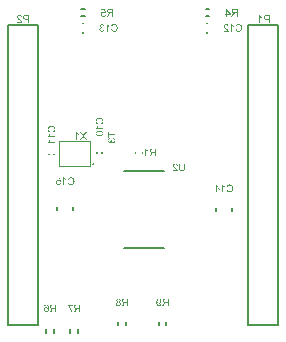
<source format=gbo>
G04*
G04 #@! TF.GenerationSoftware,Altium Limited,Altium Designer,23.4.1 (23)*
G04*
G04 Layer_Color=32896*
%FSLAX44Y44*%
%MOMM*%
G71*
G04*
G04 #@! TF.SameCoordinates,DEFA907D-C73D-477E-9BAD-7C3FCEA48035*
G04*
G04*
G04 #@! TF.FilePolarity,Positive*
G04*
G01*
G75*
%ADD10C,0.2000*%
%ADD13C,0.1000*%
G36*
X-56145Y188552D02*
X-56099Y188473D01*
X-55992Y188321D01*
X-55877Y188178D01*
X-55817Y188108D01*
X-55761Y188043D01*
X-55706Y187988D01*
X-55655Y187932D01*
X-55609Y187886D01*
X-55567Y187845D01*
X-55535Y187812D01*
X-55512Y187789D01*
X-55493Y187775D01*
X-55489Y187771D01*
X-55299Y187614D01*
X-55100Y187470D01*
X-54906Y187341D01*
X-54814Y187285D01*
X-54726Y187230D01*
X-54647Y187184D01*
X-54573Y187142D01*
X-54504Y187105D01*
X-54448Y187077D01*
X-54402Y187054D01*
X-54365Y187036D01*
X-54347Y187026D01*
X-54338Y187022D01*
Y186264D01*
X-54476Y186319D01*
X-54619Y186384D01*
X-54758Y186449D01*
X-54888Y186513D01*
X-54943Y186546D01*
X-54998Y186573D01*
X-55045Y186601D01*
X-55082Y186624D01*
X-55114Y186638D01*
X-55142Y186652D01*
X-55156Y186661D01*
X-55160Y186666D01*
X-55327Y186768D01*
X-55401Y186818D01*
X-55475Y186865D01*
X-55539Y186915D01*
X-55599Y186957D01*
X-55655Y187003D01*
X-55711Y187040D01*
X-55752Y187077D01*
X-55794Y187110D01*
X-55831Y187142D01*
X-55858Y187165D01*
X-55882Y187184D01*
X-55895Y187197D01*
X-55905Y187207D01*
X-55909Y187211D01*
Y182209D01*
X-56695D01*
Y188631D01*
X-56187D01*
X-56145Y188552D01*
D02*
G37*
G36*
X-49918Y185524D02*
X-47445Y182209D01*
X-48462D01*
X-50085Y184424D01*
X-50126Y184479D01*
X-50172Y184549D01*
X-50219Y184623D01*
X-50269Y184701D01*
X-50316Y184766D01*
X-50353Y184826D01*
X-50367Y184844D01*
X-50376Y184863D01*
X-50385Y184872D01*
Y184877D01*
X-50482Y184734D01*
X-50524Y184669D01*
X-50565Y184609D01*
X-50598Y184562D01*
X-50625Y184521D01*
X-50644Y184498D01*
X-50648Y184489D01*
X-52262Y182209D01*
X-53311D01*
X-50917Y185566D01*
X-53136Y188607D01*
X-52211D01*
X-50931Y186902D01*
X-50824Y186763D01*
X-50727Y186629D01*
X-50644Y186509D01*
X-50570Y186402D01*
X-50538Y186356D01*
X-50510Y186310D01*
X-50487Y186273D01*
X-50464Y186245D01*
X-50450Y186217D01*
X-50436Y186199D01*
X-50431Y186190D01*
X-50427Y186185D01*
X-50399Y186241D01*
X-50362Y186301D01*
X-50283Y186425D01*
X-50200Y186555D01*
X-50117Y186684D01*
X-50075Y186740D01*
X-50038Y186795D01*
X-50001Y186846D01*
X-49974Y186888D01*
X-49950Y186920D01*
X-49927Y186948D01*
X-49918Y186966D01*
X-49914Y186971D01*
X-48748Y188607D01*
X-47736D01*
X-49918Y185524D01*
D02*
G37*
G36*
X27528Y162009D02*
X27685Y161995D01*
X27833Y161972D01*
X27972Y161940D01*
X28102Y161903D01*
X28222Y161861D01*
X28328Y161819D01*
X28430Y161778D01*
X28518Y161732D01*
X28596Y161690D01*
X28661Y161649D01*
X28716Y161611D01*
X28758Y161584D01*
X28790Y161556D01*
X28809Y161542D01*
X28814Y161537D01*
X28911Y161445D01*
X28994Y161343D01*
X29072Y161237D01*
X29137Y161126D01*
X29197Y161010D01*
X29248Y160895D01*
X29290Y160784D01*
X29327Y160673D01*
X29354Y160571D01*
X29378Y160474D01*
X29396Y160387D01*
X29410Y160312D01*
X29424Y160252D01*
X29428Y160206D01*
Y160188D01*
X29433Y160174D01*
Y160169D01*
Y160165D01*
X28624Y160081D01*
X28619Y160192D01*
X28610Y160294D01*
X28592Y160391D01*
X28573Y160483D01*
X28545Y160567D01*
X28518Y160641D01*
X28485Y160715D01*
X28453Y160775D01*
X28425Y160830D01*
X28393Y160881D01*
X28365Y160923D01*
X28337Y160960D01*
X28319Y160983D01*
X28300Y161006D01*
X28291Y161015D01*
X28286Y161020D01*
X28222Y161080D01*
X28148Y161131D01*
X28074Y161177D01*
X28000Y161219D01*
X27921Y161251D01*
X27847Y161279D01*
X27773Y161302D01*
X27704Y161320D01*
X27635Y161334D01*
X27575Y161343D01*
X27519Y161353D01*
X27468Y161357D01*
X27431Y161362D01*
X27376D01*
X27279Y161357D01*
X27186Y161348D01*
X27098Y161334D01*
X27015Y161311D01*
X26941Y161288D01*
X26867Y161260D01*
X26803Y161232D01*
X26742Y161200D01*
X26692Y161172D01*
X26645Y161140D01*
X26604Y161112D01*
X26571Y161089D01*
X26544Y161066D01*
X26525Y161052D01*
X26516Y161043D01*
X26511Y161038D01*
X26451Y160978D01*
X26400Y160914D01*
X26354Y160849D01*
X26317Y160779D01*
X26285Y160715D01*
X26257Y160650D01*
X26234Y160585D01*
X26216Y160525D01*
X26202Y160470D01*
X26192Y160419D01*
X26183Y160373D01*
X26179Y160331D01*
X26174Y160299D01*
Y160275D01*
Y160257D01*
Y160252D01*
X26179Y160169D01*
X26188Y160086D01*
X26206Y160003D01*
X26229Y159920D01*
X26289Y159758D01*
X26326Y159684D01*
X26359Y159614D01*
X26391Y159550D01*
X26428Y159490D01*
X26456Y159439D01*
X26484Y159393D01*
X26511Y159360D01*
X26530Y159333D01*
X26539Y159314D01*
X26544Y159309D01*
X26618Y159212D01*
X26710Y159106D01*
X26807Y159000D01*
X26918Y158889D01*
X27029Y158773D01*
X27149Y158662D01*
X27265Y158551D01*
X27385Y158445D01*
X27496Y158343D01*
X27602Y158251D01*
X27695Y158163D01*
X27783Y158094D01*
X27852Y158034D01*
X27880Y158010D01*
X27903Y157987D01*
X27921Y157973D01*
X27935Y157959D01*
X27944Y157955D01*
X27949Y157950D01*
X28069Y157849D01*
X28185Y157752D01*
X28291Y157659D01*
X28393Y157571D01*
X28485Y157483D01*
X28568Y157405D01*
X28642Y157331D01*
X28712Y157261D01*
X28777Y157201D01*
X28827Y157146D01*
X28874Y157100D01*
X28911Y157058D01*
X28938Y157026D01*
X28957Y157003D01*
X28971Y156989D01*
X28975Y156984D01*
X29100Y156827D01*
X29206Y156674D01*
X29294Y156531D01*
X29336Y156466D01*
X29368Y156402D01*
X29396Y156346D01*
X29424Y156295D01*
X29447Y156249D01*
X29461Y156208D01*
X29474Y156175D01*
X29484Y156152D01*
X29493Y156138D01*
Y156133D01*
X29525Y156036D01*
X29548Y155939D01*
X29562Y155847D01*
X29572Y155768D01*
X29576Y155694D01*
X29581Y155667D01*
Y155639D01*
Y155620D01*
Y155606D01*
Y155597D01*
Y155593D01*
X25356D01*
Y156346D01*
X28490D01*
X28439Y156425D01*
X28384Y156503D01*
X28328Y156573D01*
X28277Y156637D01*
X28231Y156688D01*
X28194Y156730D01*
X28171Y156758D01*
X28162Y156767D01*
X28120Y156813D01*
X28065Y156864D01*
X28005Y156919D01*
X27935Y156984D01*
X27861Y157049D01*
X27787Y157118D01*
X27630Y157252D01*
X27556Y157317D01*
X27487Y157377D01*
X27427Y157432D01*
X27366Y157479D01*
X27320Y157520D01*
X27288Y157548D01*
X27265Y157571D01*
X27256Y157576D01*
X27103Y157705D01*
X26960Y157830D01*
X26830Y157946D01*
X26710Y158052D01*
X26599Y158154D01*
X26502Y158246D01*
X26410Y158329D01*
X26331Y158403D01*
X26262Y158473D01*
X26206Y158533D01*
X26155Y158584D01*
X26114Y158625D01*
X26081Y158658D01*
X26063Y158681D01*
X26049Y158694D01*
X26044Y158699D01*
X25980Y158778D01*
X25915Y158852D01*
X25859Y158926D01*
X25809Y158995D01*
X25716Y159129D01*
X25679Y159189D01*
X25647Y159245D01*
X25615Y159296D01*
X25591Y159342D01*
X25568Y159383D01*
X25554Y159416D01*
X25540Y159443D01*
X25531Y159462D01*
X25522Y159476D01*
Y159480D01*
X25471Y159619D01*
X25430Y159753D01*
X25402Y159883D01*
X25383Y159998D01*
X25379Y160049D01*
X25374Y160095D01*
X25370Y160132D01*
X25365Y160169D01*
Y160197D01*
Y160215D01*
Y160229D01*
Y160234D01*
X25370Y160373D01*
X25388Y160507D01*
X25416Y160632D01*
X25448Y160752D01*
X25490Y160863D01*
X25536Y160969D01*
X25587Y161066D01*
X25633Y161154D01*
X25684Y161232D01*
X25735Y161302D01*
X25781Y161362D01*
X25823Y161408D01*
X25855Y161450D01*
X25883Y161478D01*
X25901Y161496D01*
X25906Y161501D01*
X26012Y161593D01*
X26123Y161672D01*
X26239Y161736D01*
X26359Y161796D01*
X26479Y161847D01*
X26604Y161889D01*
X26719Y161921D01*
X26835Y161949D01*
X26941Y161972D01*
X27043Y161986D01*
X27131Y162000D01*
X27209Y162005D01*
X27274Y162009D01*
X27320Y162014D01*
X27362D01*
X27528Y162009D01*
D02*
G37*
G36*
X35604Y158292D02*
X35600Y158107D01*
X35595Y157932D01*
X35581Y157765D01*
X35567Y157613D01*
X35549Y157470D01*
X35530Y157340D01*
X35507Y157220D01*
X35484Y157109D01*
X35461Y157012D01*
X35438Y156929D01*
X35419Y156855D01*
X35401Y156795D01*
X35387Y156748D01*
X35373Y156716D01*
X35369Y156698D01*
X35364Y156688D01*
X35313Y156582D01*
X35258Y156485D01*
X35198Y156388D01*
X35133Y156305D01*
X35068Y156221D01*
X34999Y156152D01*
X34929Y156083D01*
X34865Y156023D01*
X34800Y155972D01*
X34745Y155926D01*
X34689Y155884D01*
X34643Y155851D01*
X34606Y155828D01*
X34574Y155810D01*
X34555Y155801D01*
X34550Y155796D01*
X34439Y155741D01*
X34324Y155694D01*
X34199Y155653D01*
X34079Y155616D01*
X33954Y155588D01*
X33834Y155560D01*
X33714Y155542D01*
X33598Y155523D01*
X33492Y155514D01*
X33390Y155505D01*
X33302Y155496D01*
X33224Y155491D01*
X33163Y155486D01*
X33076D01*
X32905Y155491D01*
X32747Y155500D01*
X32595Y155519D01*
X32452Y155542D01*
X32318Y155569D01*
X32197Y155597D01*
X32086Y155630D01*
X31980Y155662D01*
X31892Y155694D01*
X31809Y155727D01*
X31744Y155754D01*
X31684Y155782D01*
X31643Y155805D01*
X31610Y155824D01*
X31587Y155833D01*
X31583Y155838D01*
X31481Y155907D01*
X31384Y155981D01*
X31300Y156055D01*
X31222Y156133D01*
X31148Y156212D01*
X31083Y156286D01*
X31028Y156360D01*
X30977Y156434D01*
X30931Y156503D01*
X30894Y156563D01*
X30866Y156619D01*
X30838Y156670D01*
X30820Y156707D01*
X30806Y156739D01*
X30801Y156758D01*
X30797Y156762D01*
X30760Y156873D01*
X30723Y156993D01*
X30695Y157114D01*
X30667Y157243D01*
X30630Y157497D01*
X30616Y157622D01*
X30603Y157742D01*
X30593Y157853D01*
X30584Y157959D01*
X30579Y158052D01*
Y158135D01*
X30575Y158200D01*
Y158228D01*
Y158251D01*
Y158269D01*
Y158283D01*
Y158288D01*
Y158292D01*
Y161991D01*
X31421D01*
Y158297D01*
X31425Y158080D01*
X31439Y157881D01*
X31458Y157701D01*
X31481Y157534D01*
X31513Y157386D01*
X31546Y157252D01*
X31583Y157137D01*
X31620Y157035D01*
X31656Y156943D01*
X31693Y156868D01*
X31726Y156804D01*
X31758Y156753D01*
X31781Y156716D01*
X31800Y156688D01*
X31814Y156674D01*
X31818Y156670D01*
X31897Y156596D01*
X31989Y156531D01*
X32086Y156476D01*
X32193Y156425D01*
X32304Y156388D01*
X32415Y156351D01*
X32526Y156323D01*
X32632Y156300D01*
X32738Y156286D01*
X32835Y156272D01*
X32919Y156263D01*
X32997Y156254D01*
X33062D01*
X33108Y156249D01*
X33150D01*
X33251Y156254D01*
X33344Y156258D01*
X33436Y156268D01*
X33524Y156281D01*
X33607Y156300D01*
X33681Y156318D01*
X33751Y156337D01*
X33815Y156355D01*
X33875Y156374D01*
X33926Y156392D01*
X33968Y156411D01*
X34005Y156429D01*
X34037Y156443D01*
X34056Y156453D01*
X34070Y156462D01*
X34074D01*
X34144Y156503D01*
X34204Y156550D01*
X34264Y156596D01*
X34315Y156647D01*
X34365Y156698D01*
X34407Y156748D01*
X34481Y156845D01*
X34536Y156933D01*
X34560Y156970D01*
X34574Y157003D01*
X34587Y157030D01*
X34597Y157049D01*
X34606Y157063D01*
Y157067D01*
X34634Y157146D01*
X34657Y157234D01*
X34675Y157331D01*
X34694Y157428D01*
X34721Y157631D01*
X34731Y157733D01*
X34740Y157830D01*
X34745Y157927D01*
X34749Y158015D01*
X34754Y158094D01*
Y158163D01*
X34758Y158218D01*
Y158260D01*
Y158288D01*
Y158297D01*
Y161991D01*
X35604D01*
Y158292D01*
D02*
G37*
G36*
X-29162Y186949D02*
X-23517D01*
Y186103D01*
X-29162D01*
Y183986D01*
X-29915D01*
Y189057D01*
X-29162D01*
Y186949D01*
D02*
G37*
G36*
X-25057Y183413D02*
X-24918Y183385D01*
X-24789Y183343D01*
X-24664Y183302D01*
X-24548Y183251D01*
X-24442Y183200D01*
X-24340Y183144D01*
X-24252Y183089D01*
X-24174Y183034D01*
X-24104Y182983D01*
X-24044Y182932D01*
X-23993Y182890D01*
X-23952Y182853D01*
X-23924Y182826D01*
X-23906Y182807D01*
X-23901Y182803D01*
X-23813Y182696D01*
X-23735Y182581D01*
X-23670Y182465D01*
X-23614Y182349D01*
X-23563Y182229D01*
X-23522Y182114D01*
X-23490Y181998D01*
X-23466Y181892D01*
X-23443Y181790D01*
X-23430Y181698D01*
X-23416Y181614D01*
X-23411Y181540D01*
X-23406Y181485D01*
X-23402Y181439D01*
Y181402D01*
X-23406Y181231D01*
X-23425Y181069D01*
X-23457Y180912D01*
X-23494Y180768D01*
X-23536Y180630D01*
X-23587Y180505D01*
X-23637Y180385D01*
X-23693Y180278D01*
X-23748Y180186D01*
X-23799Y180098D01*
X-23850Y180029D01*
X-23892Y179969D01*
X-23929Y179918D01*
X-23961Y179886D01*
X-23980Y179867D01*
X-23984Y179858D01*
X-24095Y179751D01*
X-24211Y179654D01*
X-24331Y179571D01*
X-24451Y179502D01*
X-24571Y179442D01*
X-24692Y179391D01*
X-24802Y179354D01*
X-24913Y179321D01*
X-25015Y179294D01*
X-25108Y179275D01*
X-25191Y179261D01*
X-25265Y179252D01*
X-25320Y179247D01*
X-25366Y179243D01*
X-25394D01*
X-25403D01*
X-25519Y179247D01*
X-25625Y179257D01*
X-25727Y179271D01*
X-25824Y179294D01*
X-25917Y179317D01*
X-26000Y179340D01*
X-26078Y179372D01*
X-26152Y179400D01*
X-26217Y179428D01*
X-26272Y179456D01*
X-26319Y179483D01*
X-26360Y179506D01*
X-26393Y179529D01*
X-26416Y179543D01*
X-26430Y179553D01*
X-26434Y179557D01*
X-26508Y179617D01*
X-26578Y179687D01*
X-26638Y179756D01*
X-26693Y179825D01*
X-26744Y179899D01*
X-26786Y179973D01*
X-26827Y180047D01*
X-26860Y180117D01*
X-26892Y180181D01*
X-26915Y180241D01*
X-26938Y180297D01*
X-26952Y180348D01*
X-26966Y180385D01*
X-26975Y180417D01*
X-26980Y180436D01*
Y180440D01*
X-27017Y180362D01*
X-27058Y180288D01*
X-27105Y180218D01*
X-27146Y180154D01*
X-27192Y180093D01*
X-27239Y180043D01*
X-27280Y179992D01*
X-27322Y179950D01*
X-27364Y179909D01*
X-27401Y179876D01*
X-27433Y179848D01*
X-27460Y179825D01*
X-27484Y179807D01*
X-27502Y179793D01*
X-27511Y179788D01*
X-27516Y179784D01*
X-27581Y179742D01*
X-27645Y179710D01*
X-27715Y179677D01*
X-27780Y179654D01*
X-27904Y179613D01*
X-28024Y179585D01*
X-28075Y179576D01*
X-28126Y179571D01*
X-28168Y179562D01*
X-28205D01*
X-28233Y179557D01*
X-28256D01*
X-28270D01*
X-28274D01*
X-28357Y179562D01*
X-28436Y179566D01*
X-28589Y179594D01*
X-28727Y179631D01*
X-28787Y179654D01*
X-28847Y179673D01*
X-28903Y179696D01*
X-28949Y179719D01*
X-28995Y179737D01*
X-29028Y179756D01*
X-29060Y179770D01*
X-29079Y179784D01*
X-29092Y179788D01*
X-29097Y179793D01*
X-29166Y179839D01*
X-29236Y179890D01*
X-29356Y179996D01*
X-29462Y180107D01*
X-29550Y180218D01*
X-29587Y180269D01*
X-29619Y180315D01*
X-29647Y180357D01*
X-29670Y180394D01*
X-29689Y180426D01*
X-29703Y180449D01*
X-29707Y180463D01*
X-29712Y180468D01*
X-29753Y180551D01*
X-29786Y180634D01*
X-29818Y180718D01*
X-29841Y180805D01*
X-29883Y180967D01*
X-29897Y181041D01*
X-29911Y181115D01*
X-29920Y181180D01*
X-29924Y181240D01*
X-29934Y181295D01*
Y181342D01*
X-29938Y181379D01*
Y181430D01*
X-29934Y181568D01*
X-29920Y181702D01*
X-29897Y181832D01*
X-29869Y181952D01*
X-29837Y182063D01*
X-29800Y182164D01*
X-29763Y182262D01*
X-29721Y182349D01*
X-29680Y182428D01*
X-29643Y182497D01*
X-29606Y182557D01*
X-29573Y182608D01*
X-29545Y182650D01*
X-29522Y182678D01*
X-29508Y182696D01*
X-29504Y182701D01*
X-29421Y182793D01*
X-29328Y182876D01*
X-29231Y182950D01*
X-29129Y183015D01*
X-29028Y183075D01*
X-28926Y183131D01*
X-28824Y183177D01*
X-28727Y183218D01*
X-28635Y183251D01*
X-28551Y183279D01*
X-28478Y183302D01*
X-28408Y183320D01*
X-28353Y183334D01*
X-28316Y183343D01*
X-28288Y183353D01*
X-28283D01*
X-28279D01*
X-28140Y182567D01*
X-28246Y182548D01*
X-28344Y182525D01*
X-28431Y182502D01*
X-28514Y182470D01*
X-28593Y182442D01*
X-28663Y182405D01*
X-28727Y182372D01*
X-28787Y182340D01*
X-28833Y182308D01*
X-28880Y182280D01*
X-28917Y182252D01*
X-28944Y182229D01*
X-28968Y182206D01*
X-28986Y182192D01*
X-28995Y182183D01*
X-29000Y182178D01*
X-29051Y182118D01*
X-29097Y182058D01*
X-29134Y181994D01*
X-29166Y181929D01*
X-29199Y181864D01*
X-29222Y181804D01*
X-29254Y181684D01*
X-29268Y181628D01*
X-29277Y181577D01*
X-29282Y181531D01*
X-29287Y181490D01*
X-29291Y181462D01*
Y181416D01*
X-29287Y181332D01*
X-29277Y181249D01*
X-29263Y181175D01*
X-29245Y181101D01*
X-29227Y181036D01*
X-29199Y180972D01*
X-29176Y180916D01*
X-29148Y180865D01*
X-29120Y180819D01*
X-29097Y180778D01*
X-29069Y180745D01*
X-29051Y180713D01*
X-29032Y180690D01*
X-29018Y180676D01*
X-29009Y180667D01*
X-29005Y180662D01*
X-28949Y180611D01*
X-28894Y180565D01*
X-28833Y180523D01*
X-28773Y180491D01*
X-28713Y180463D01*
X-28653Y180440D01*
X-28542Y180403D01*
X-28491Y180389D01*
X-28445Y180380D01*
X-28399Y180375D01*
X-28367Y180371D01*
X-28334Y180366D01*
X-28311D01*
X-28297D01*
X-28293D01*
X-28196Y180371D01*
X-28103Y180385D01*
X-28015Y180403D01*
X-27937Y180431D01*
X-27863Y180459D01*
X-27798Y180491D01*
X-27738Y180528D01*
X-27682Y180565D01*
X-27636Y180607D01*
X-27595Y180639D01*
X-27562Y180676D01*
X-27534Y180704D01*
X-27511Y180731D01*
X-27497Y180750D01*
X-27488Y180764D01*
X-27484Y180768D01*
X-27437Y180842D01*
X-27401Y180921D01*
X-27364Y181000D01*
X-27336Y181078D01*
X-27290Y181231D01*
X-27271Y181300D01*
X-27257Y181369D01*
X-27248Y181434D01*
X-27239Y181490D01*
X-27234Y181540D01*
X-27229Y181587D01*
X-27225Y181619D01*
Y181707D01*
X-27229Y181749D01*
Y181767D01*
X-27234Y181781D01*
Y181795D01*
X-26545Y181882D01*
X-26573Y181762D01*
X-26591Y181656D01*
X-26610Y181563D01*
X-26619Y181480D01*
X-26624Y181416D01*
X-26628Y181369D01*
Y181328D01*
X-26624Y181226D01*
X-26615Y181134D01*
X-26596Y181041D01*
X-26573Y180958D01*
X-26545Y180879D01*
X-26518Y180805D01*
X-26485Y180736D01*
X-26453Y180676D01*
X-26420Y180620D01*
X-26388Y180570D01*
X-26360Y180528D01*
X-26333Y180496D01*
X-26309Y180468D01*
X-26291Y180445D01*
X-26282Y180436D01*
X-26277Y180431D01*
X-26208Y180366D01*
X-26138Y180315D01*
X-26065Y180264D01*
X-25991Y180223D01*
X-25917Y180191D01*
X-25843Y180163D01*
X-25769Y180140D01*
X-25699Y180121D01*
X-25635Y180103D01*
X-25574Y180093D01*
X-25519Y180084D01*
X-25477Y180080D01*
X-25436Y180075D01*
X-25408D01*
X-25389D01*
X-25385D01*
X-25283Y180080D01*
X-25182Y180093D01*
X-25089Y180112D01*
X-25001Y180135D01*
X-24913Y180163D01*
X-24839Y180195D01*
X-24766Y180232D01*
X-24701Y180264D01*
X-24641Y180301D01*
X-24590Y180338D01*
X-24544Y180371D01*
X-24507Y180399D01*
X-24474Y180422D01*
X-24456Y180440D01*
X-24442Y180454D01*
X-24437Y180459D01*
X-24368Y180533D01*
X-24312Y180607D01*
X-24262Y180685D01*
X-24215Y180764D01*
X-24178Y180842D01*
X-24146Y180921D01*
X-24123Y181000D01*
X-24100Y181069D01*
X-24086Y181138D01*
X-24072Y181198D01*
X-24067Y181254D01*
X-24058Y181305D01*
Y181342D01*
X-24053Y181374D01*
Y181397D01*
X-24058Y181485D01*
X-24067Y181563D01*
X-24081Y181642D01*
X-24100Y181716D01*
X-24123Y181785D01*
X-24146Y181850D01*
X-24174Y181910D01*
X-24202Y181966D01*
X-24225Y182017D01*
X-24252Y182058D01*
X-24275Y182100D01*
X-24299Y182127D01*
X-24317Y182155D01*
X-24331Y182174D01*
X-24340Y182183D01*
X-24345Y182188D01*
X-24405Y182248D01*
X-24470Y182299D01*
X-24544Y182349D01*
X-24622Y182396D01*
X-24779Y182474D01*
X-24941Y182539D01*
X-25015Y182562D01*
X-25084Y182585D01*
X-25145Y182604D01*
X-25200Y182617D01*
X-25246Y182631D01*
X-25283Y182641D01*
X-25302Y182645D01*
X-25311D01*
X-25205Y183431D01*
X-25057Y183413D01*
D02*
G37*
G36*
X13699Y47709D02*
X13852Y47686D01*
X13995Y47658D01*
X14129Y47621D01*
X14259Y47575D01*
X14379Y47524D01*
X14485Y47473D01*
X14587Y47418D01*
X14675Y47362D01*
X14753Y47307D01*
X14823Y47256D01*
X14878Y47210D01*
X14920Y47173D01*
X14952Y47145D01*
X14975Y47122D01*
X14980Y47117D01*
X15082Y47002D01*
X15169Y46882D01*
X15243Y46752D01*
X15313Y46623D01*
X15368Y46493D01*
X15414Y46364D01*
X15451Y46234D01*
X15479Y46114D01*
X15507Y45999D01*
X15521Y45892D01*
X15535Y45795D01*
X15544Y45712D01*
X15548Y45643D01*
Y45615D01*
X15553Y45592D01*
Y45573D01*
Y45560D01*
Y45555D01*
Y45550D01*
X15548Y45379D01*
X15530Y45217D01*
X15502Y45060D01*
X15470Y44917D01*
X15428Y44783D01*
X15382Y44658D01*
X15331Y44542D01*
X15280Y44441D01*
X15230Y44348D01*
X15179Y44265D01*
X15132Y44196D01*
X15091Y44140D01*
X15058Y44094D01*
X15031Y44062D01*
X15012Y44039D01*
X15008Y44034D01*
X14901Y43932D01*
X14790Y43844D01*
X14679Y43770D01*
X14564Y43701D01*
X14453Y43646D01*
X14342Y43599D01*
X14231Y43562D01*
X14129Y43535D01*
X14032Y43507D01*
X13944Y43493D01*
X13861Y43479D01*
X13796Y43470D01*
X13741Y43465D01*
X13699Y43461D01*
X13662D01*
X13575Y43465D01*
X13487Y43470D01*
X13325Y43498D01*
X13172Y43535D01*
X13108Y43553D01*
X13043Y43576D01*
X12983Y43599D01*
X12932Y43618D01*
X12890Y43636D01*
X12849Y43655D01*
X12821Y43669D01*
X12798Y43683D01*
X12784Y43687D01*
X12779Y43692D01*
X12631Y43784D01*
X12507Y43886D01*
X12447Y43937D01*
X12396Y43988D01*
X12345Y44034D01*
X12303Y44085D01*
X12262Y44126D01*
X12229Y44168D01*
X12202Y44205D01*
X12174Y44237D01*
X12155Y44265D01*
X12141Y44284D01*
X12137Y44297D01*
X12132Y44302D01*
Y44265D01*
Y44233D01*
Y44205D01*
Y44182D01*
Y44168D01*
Y44154D01*
Y44149D01*
Y44145D01*
X12137Y43965D01*
X12151Y43789D01*
X12169Y43627D01*
X12183Y43549D01*
X12192Y43479D01*
X12202Y43415D01*
X12215Y43359D01*
X12225Y43308D01*
X12234Y43267D01*
X12243Y43230D01*
X12248Y43207D01*
X12252Y43188D01*
Y43183D01*
X12276Y43100D01*
X12299Y43017D01*
X12322Y42943D01*
X12345Y42869D01*
X12373Y42804D01*
X12396Y42744D01*
X12419Y42689D01*
X12442Y42638D01*
X12460Y42592D01*
X12484Y42550D01*
X12497Y42518D01*
X12516Y42490D01*
X12525Y42467D01*
X12534Y42453D01*
X12544Y42444D01*
Y42439D01*
X12613Y42342D01*
X12687Y42254D01*
X12761Y42176D01*
X12830Y42116D01*
X12890Y42065D01*
X12941Y42028D01*
X12960Y42014D01*
X12974Y42004D01*
X12983Y41995D01*
X12987D01*
X13094Y41940D01*
X13200Y41903D01*
X13311Y41875D01*
X13408Y41852D01*
X13496Y41843D01*
X13533Y41838D01*
X13565D01*
X13588Y41834D01*
X13625D01*
X13704Y41838D01*
X13778Y41843D01*
X13912Y41870D01*
X14028Y41908D01*
X14083Y41931D01*
X14129Y41954D01*
X14171Y41972D01*
X14212Y41995D01*
X14245Y42014D01*
X14268Y42032D01*
X14291Y42046D01*
X14305Y42060D01*
X14314Y42065D01*
X14319Y42069D01*
X14370Y42116D01*
X14411Y42171D01*
X14490Y42291D01*
X14555Y42421D01*
X14605Y42550D01*
X14624Y42606D01*
X14642Y42666D01*
X14656Y42716D01*
X14665Y42758D01*
X14675Y42795D01*
X14679Y42823D01*
X14684Y42841D01*
Y42846D01*
X15438Y42776D01*
X15414Y42638D01*
X15387Y42508D01*
X15350Y42388D01*
X15308Y42273D01*
X15266Y42166D01*
X15216Y42074D01*
X15169Y41986D01*
X15118Y41908D01*
X15072Y41834D01*
X15026Y41773D01*
X14980Y41722D01*
X14943Y41681D01*
X14915Y41644D01*
X14887Y41621D01*
X14873Y41607D01*
X14869Y41602D01*
X14776Y41528D01*
X14679Y41464D01*
X14578Y41408D01*
X14476Y41362D01*
X14374Y41320D01*
X14273Y41288D01*
X14171Y41260D01*
X14074Y41237D01*
X13986Y41223D01*
X13903Y41209D01*
X13829Y41200D01*
X13764Y41191D01*
X13713D01*
X13672Y41186D01*
X13639D01*
X13510Y41191D01*
X13385Y41205D01*
X13265Y41223D01*
X13149Y41246D01*
X13038Y41274D01*
X12941Y41307D01*
X12844Y41339D01*
X12761Y41376D01*
X12682Y41413D01*
X12613Y41445D01*
X12553Y41477D01*
X12502Y41505D01*
X12460Y41528D01*
X12433Y41551D01*
X12414Y41561D01*
X12410Y41565D01*
X12313Y41639D01*
X12225Y41722D01*
X12141Y41810D01*
X12063Y41898D01*
X11993Y41991D01*
X11924Y42083D01*
X11869Y42171D01*
X11813Y42259D01*
X11767Y42342D01*
X11725Y42421D01*
X11693Y42490D01*
X11665Y42550D01*
X11642Y42601D01*
X11628Y42638D01*
X11619Y42661D01*
X11615Y42670D01*
X11568Y42814D01*
X11527Y42962D01*
X11490Y43119D01*
X11457Y43280D01*
X11434Y43442D01*
X11411Y43609D01*
X11393Y43766D01*
X11379Y43918D01*
X11369Y44062D01*
X11360Y44196D01*
X11356Y44316D01*
X11351Y44367D01*
Y44418D01*
Y44464D01*
X11346Y44506D01*
Y44538D01*
Y44566D01*
Y44589D01*
Y44607D01*
Y44616D01*
Y44621D01*
X11351Y44834D01*
X11360Y45037D01*
X11369Y45222D01*
X11388Y45398D01*
X11411Y45560D01*
X11434Y45703D01*
X11457Y45837D01*
X11480Y45957D01*
X11508Y46063D01*
X11531Y46156D01*
X11554Y46234D01*
X11578Y46299D01*
X11596Y46350D01*
X11605Y46387D01*
X11615Y46405D01*
X11619Y46415D01*
X11670Y46530D01*
X11730Y46637D01*
X11790Y46734D01*
X11855Y46826D01*
X11920Y46914D01*
X11984Y46993D01*
X12049Y47066D01*
X12114Y47131D01*
X12174Y47187D01*
X12225Y47238D01*
X12276Y47279D01*
X12322Y47316D01*
X12354Y47339D01*
X12382Y47362D01*
X12400Y47372D01*
X12405Y47376D01*
X12502Y47436D01*
X12599Y47487D01*
X12701Y47533D01*
X12798Y47570D01*
X12895Y47603D01*
X12992Y47631D01*
X13080Y47654D01*
X13168Y47672D01*
X13246Y47686D01*
X13316Y47695D01*
X13380Y47705D01*
X13436Y47709D01*
X13482Y47714D01*
X13542D01*
X13699Y47709D01*
D02*
G37*
G36*
X21674Y41293D02*
X20828D01*
Y44136D01*
X19732D01*
X19635Y44131D01*
X19552Y44126D01*
X19487Y44122D01*
X19441Y44113D01*
X19404Y44108D01*
X19381Y44103D01*
X19376D01*
X19302Y44080D01*
X19233Y44057D01*
X19168Y44025D01*
X19113Y43997D01*
X19062Y43974D01*
X19025Y43951D01*
X19002Y43937D01*
X18992Y43932D01*
X18918Y43881D01*
X18844Y43817D01*
X18775Y43743D01*
X18706Y43673D01*
X18650Y43609D01*
X18604Y43553D01*
X18586Y43530D01*
X18572Y43516D01*
X18567Y43507D01*
X18563Y43502D01*
X18516Y43442D01*
X18465Y43377D01*
X18364Y43239D01*
X18262Y43091D01*
X18165Y42948D01*
X18123Y42883D01*
X18082Y42823D01*
X18045Y42767D01*
X18012Y42716D01*
X17989Y42680D01*
X17971Y42647D01*
X17957Y42629D01*
X17952Y42624D01*
X17106Y41293D01*
X16048D01*
X17153Y43031D01*
X17277Y43216D01*
X17342Y43299D01*
X17402Y43382D01*
X17462Y43456D01*
X17522Y43525D01*
X17578Y43590D01*
X17629Y43650D01*
X17675Y43706D01*
X17721Y43752D01*
X17758Y43789D01*
X17790Y43826D01*
X17818Y43849D01*
X17837Y43872D01*
X17851Y43881D01*
X17855Y43886D01*
X17929Y43946D01*
X18008Y44002D01*
X18091Y44057D01*
X18174Y44103D01*
X18248Y44145D01*
X18281Y44163D01*
X18308Y44177D01*
X18331Y44191D01*
X18350Y44196D01*
X18359Y44205D01*
X18364D01*
X18197Y44233D01*
X18040Y44265D01*
X17897Y44307D01*
X17763Y44348D01*
X17643Y44399D01*
X17527Y44445D01*
X17430Y44496D01*
X17337Y44547D01*
X17259Y44598D01*
X17194Y44644D01*
X17134Y44686D01*
X17088Y44723D01*
X17051Y44755D01*
X17023Y44778D01*
X17009Y44792D01*
X17005Y44797D01*
X16926Y44885D01*
X16857Y44982D01*
X16797Y45074D01*
X16746Y45171D01*
X16704Y45268D01*
X16667Y45365D01*
X16639Y45458D01*
X16616Y45546D01*
X16598Y45629D01*
X16584Y45703D01*
X16575Y45772D01*
X16566Y45828D01*
Y45878D01*
X16561Y45915D01*
Y45934D01*
Y45943D01*
X16566Y46040D01*
X16570Y46137D01*
X16584Y46230D01*
X16602Y46318D01*
X16621Y46401D01*
X16644Y46479D01*
X16672Y46553D01*
X16695Y46623D01*
X16718Y46683D01*
X16746Y46738D01*
X16769Y46789D01*
X16787Y46831D01*
X16806Y46863D01*
X16815Y46886D01*
X16824Y46900D01*
X16829Y46905D01*
X16880Y46983D01*
X16935Y47057D01*
X16995Y47122D01*
X17051Y47187D01*
X17111Y47242D01*
X17171Y47293D01*
X17231Y47335D01*
X17287Y47376D01*
X17337Y47409D01*
X17388Y47436D01*
X17430Y47464D01*
X17467Y47483D01*
X17499Y47496D01*
X17522Y47506D01*
X17536Y47515D01*
X17541D01*
X17629Y47547D01*
X17726Y47575D01*
X17828Y47598D01*
X17929Y47617D01*
X18147Y47649D01*
X18253Y47658D01*
X18355Y47667D01*
X18456Y47677D01*
X18544Y47681D01*
X18627Y47686D01*
X18701D01*
X18757Y47691D01*
X21674D01*
Y41293D01*
D02*
G37*
G36*
X-12616D02*
X-13462D01*
Y44136D01*
X-14558D01*
X-14655Y44131D01*
X-14738Y44126D01*
X-14803Y44122D01*
X-14849Y44113D01*
X-14886Y44108D01*
X-14909Y44103D01*
X-14914D01*
X-14988Y44080D01*
X-15057Y44057D01*
X-15122Y44025D01*
X-15177Y43997D01*
X-15228Y43974D01*
X-15265Y43951D01*
X-15288Y43937D01*
X-15298Y43932D01*
X-15372Y43881D01*
X-15445Y43817D01*
X-15515Y43743D01*
X-15584Y43673D01*
X-15640Y43609D01*
X-15686Y43553D01*
X-15704Y43530D01*
X-15718Y43516D01*
X-15723Y43507D01*
X-15727Y43502D01*
X-15774Y43442D01*
X-15825Y43377D01*
X-15926Y43239D01*
X-16028Y43091D01*
X-16125Y42948D01*
X-16167Y42883D01*
X-16208Y42823D01*
X-16245Y42767D01*
X-16278Y42716D01*
X-16301Y42680D01*
X-16319Y42647D01*
X-16333Y42629D01*
X-16338Y42624D01*
X-17184Y41293D01*
X-18242D01*
X-17137Y43031D01*
X-17013Y43216D01*
X-16948Y43299D01*
X-16888Y43382D01*
X-16828Y43456D01*
X-16768Y43525D01*
X-16712Y43590D01*
X-16661Y43650D01*
X-16615Y43706D01*
X-16569Y43752D01*
X-16532Y43789D01*
X-16500Y43826D01*
X-16472Y43849D01*
X-16453Y43872D01*
X-16439Y43881D01*
X-16435Y43886D01*
X-16361Y43946D01*
X-16282Y44002D01*
X-16199Y44057D01*
X-16116Y44103D01*
X-16042Y44145D01*
X-16010Y44163D01*
X-15982Y44177D01*
X-15959Y44191D01*
X-15940Y44196D01*
X-15931Y44205D01*
X-15926D01*
X-16093Y44233D01*
X-16250Y44265D01*
X-16393Y44307D01*
X-16527Y44348D01*
X-16647Y44399D01*
X-16763Y44445D01*
X-16860Y44496D01*
X-16953Y44547D01*
X-17031Y44598D01*
X-17096Y44644D01*
X-17156Y44686D01*
X-17202Y44723D01*
X-17239Y44755D01*
X-17267Y44778D01*
X-17281Y44792D01*
X-17285Y44797D01*
X-17364Y44885D01*
X-17433Y44982D01*
X-17493Y45074D01*
X-17544Y45171D01*
X-17586Y45268D01*
X-17623Y45365D01*
X-17651Y45458D01*
X-17674Y45546D01*
X-17692Y45629D01*
X-17706Y45703D01*
X-17715Y45772D01*
X-17724Y45828D01*
Y45878D01*
X-17729Y45915D01*
Y45934D01*
Y45943D01*
X-17724Y46040D01*
X-17720Y46137D01*
X-17706Y46230D01*
X-17687Y46318D01*
X-17669Y46401D01*
X-17646Y46479D01*
X-17618Y46553D01*
X-17595Y46623D01*
X-17572Y46683D01*
X-17544Y46738D01*
X-17521Y46789D01*
X-17503Y46831D01*
X-17484Y46863D01*
X-17475Y46886D01*
X-17466Y46900D01*
X-17461Y46905D01*
X-17410Y46983D01*
X-17355Y47057D01*
X-17295Y47122D01*
X-17239Y47187D01*
X-17179Y47242D01*
X-17119Y47293D01*
X-17059Y47335D01*
X-17003Y47376D01*
X-16953Y47409D01*
X-16902Y47436D01*
X-16860Y47464D01*
X-16823Y47483D01*
X-16791Y47496D01*
X-16768Y47506D01*
X-16754Y47515D01*
X-16749D01*
X-16661Y47547D01*
X-16564Y47575D01*
X-16463Y47598D01*
X-16361Y47617D01*
X-16143Y47649D01*
X-16037Y47658D01*
X-15935Y47667D01*
X-15834Y47677D01*
X-15746Y47681D01*
X-15663Y47686D01*
X-15589D01*
X-15533Y47691D01*
X-12616D01*
Y41293D01*
D02*
G37*
G36*
X-20669Y47709D02*
X-20526Y47695D01*
X-20387Y47672D01*
X-20262Y47640D01*
X-20142Y47603D01*
X-20031Y47561D01*
X-19930Y47519D01*
X-19842Y47478D01*
X-19759Y47432D01*
X-19689Y47390D01*
X-19629Y47348D01*
X-19578Y47312D01*
X-19537Y47284D01*
X-19509Y47256D01*
X-19490Y47242D01*
X-19486Y47238D01*
X-19398Y47145D01*
X-19319Y47053D01*
X-19255Y46951D01*
X-19199Y46854D01*
X-19148Y46752D01*
X-19107Y46655D01*
X-19074Y46563D01*
X-19051Y46470D01*
X-19028Y46387D01*
X-19014Y46308D01*
X-19000Y46239D01*
X-18996Y46179D01*
X-18991Y46133D01*
X-18987Y46096D01*
Y46073D01*
Y46063D01*
X-18991Y45980D01*
X-18996Y45897D01*
X-19023Y45744D01*
X-19042Y45675D01*
X-19060Y45610D01*
X-19084Y45550D01*
X-19107Y45495D01*
X-19125Y45444D01*
X-19148Y45398D01*
X-19167Y45361D01*
X-19185Y45328D01*
X-19199Y45301D01*
X-19213Y45282D01*
X-19218Y45273D01*
X-19222Y45268D01*
X-19268Y45208D01*
X-19319Y45153D01*
X-19435Y45051D01*
X-19555Y44963D01*
X-19675Y44889D01*
X-19731Y44861D01*
X-19782Y44834D01*
X-19828Y44811D01*
X-19870Y44792D01*
X-19902Y44778D01*
X-19925Y44769D01*
X-19943Y44760D01*
X-19948D01*
X-19842Y44727D01*
X-19740Y44690D01*
X-19648Y44649D01*
X-19560Y44607D01*
X-19477Y44561D01*
X-19403Y44510D01*
X-19338Y44464D01*
X-19273Y44418D01*
X-19222Y44371D01*
X-19176Y44330D01*
X-19135Y44288D01*
X-19102Y44256D01*
X-19074Y44228D01*
X-19056Y44205D01*
X-19047Y44191D01*
X-19042Y44187D01*
X-18987Y44103D01*
X-18940Y44020D01*
X-18899Y43932D01*
X-18862Y43844D01*
X-18829Y43757D01*
X-18806Y43673D01*
X-18783Y43586D01*
X-18769Y43507D01*
X-18755Y43433D01*
X-18746Y43364D01*
X-18737Y43299D01*
X-18732Y43248D01*
X-18728Y43202D01*
Y43169D01*
Y43151D01*
Y43142D01*
X-18732Y42989D01*
X-18751Y42841D01*
X-18783Y42703D01*
X-18820Y42568D01*
X-18862Y42448D01*
X-18913Y42333D01*
X-18963Y42226D01*
X-19019Y42129D01*
X-19070Y42042D01*
X-19121Y41968D01*
X-19172Y41903D01*
X-19218Y41847D01*
X-19250Y41801D01*
X-19282Y41773D01*
X-19301Y41750D01*
X-19305Y41746D01*
X-19421Y41649D01*
X-19537Y41561D01*
X-19662Y41487D01*
X-19791Y41422D01*
X-19920Y41367D01*
X-20045Y41325D01*
X-20170Y41288D01*
X-20290Y41256D01*
X-20401Y41233D01*
X-20508Y41214D01*
X-20600Y41205D01*
X-20679Y41196D01*
X-20743Y41191D01*
X-20794Y41186D01*
X-20836D01*
X-21007Y41191D01*
X-21173Y41209D01*
X-21326Y41237D01*
X-21474Y41274D01*
X-21608Y41316D01*
X-21732Y41362D01*
X-21848Y41413D01*
X-21954Y41464D01*
X-22047Y41515D01*
X-22125Y41565D01*
X-22199Y41612D01*
X-22255Y41653D01*
X-22301Y41690D01*
X-22334Y41718D01*
X-22357Y41736D01*
X-22361Y41741D01*
X-22463Y41847D01*
X-22555Y41963D01*
X-22629Y42074D01*
X-22699Y42194D01*
X-22754Y42310D01*
X-22800Y42421D01*
X-22842Y42531D01*
X-22870Y42638D01*
X-22893Y42740D01*
X-22911Y42832D01*
X-22925Y42911D01*
X-22934Y42980D01*
X-22939Y43040D01*
X-22944Y43082D01*
Y43109D01*
Y43119D01*
X-22939Y43230D01*
X-22930Y43336D01*
X-22916Y43433D01*
X-22897Y43530D01*
X-22870Y43618D01*
X-22847Y43706D01*
X-22819Y43780D01*
X-22791Y43854D01*
X-22759Y43918D01*
X-22731Y43974D01*
X-22708Y44025D01*
X-22685Y44066D01*
X-22662Y44099D01*
X-22648Y44122D01*
X-22639Y44136D01*
X-22634Y44140D01*
X-22574Y44219D01*
X-22504Y44288D01*
X-22435Y44358D01*
X-22361Y44418D01*
X-22287Y44473D01*
X-22213Y44524D01*
X-22139Y44570D01*
X-22065Y44612D01*
X-22001Y44649D01*
X-21936Y44676D01*
X-21880Y44704D01*
X-21830Y44723D01*
X-21788Y44741D01*
X-21760Y44750D01*
X-21737Y44760D01*
X-21732D01*
X-21820Y44797D01*
X-21899Y44834D01*
X-21973Y44875D01*
X-22047Y44917D01*
X-22107Y44959D01*
X-22167Y45000D01*
X-22218Y45042D01*
X-22269Y45083D01*
X-22310Y45120D01*
X-22343Y45157D01*
X-22375Y45185D01*
X-22398Y45213D01*
X-22421Y45236D01*
X-22435Y45254D01*
X-22440Y45264D01*
X-22444Y45268D01*
X-22486Y45333D01*
X-22523Y45398D01*
X-22555Y45462D01*
X-22583Y45527D01*
X-22625Y45657D01*
X-22652Y45777D01*
X-22662Y45832D01*
X-22666Y45883D01*
X-22671Y45929D01*
X-22675Y45966D01*
X-22680Y45999D01*
Y46022D01*
Y46036D01*
Y46040D01*
X-22675Y46170D01*
X-22657Y46290D01*
X-22634Y46410D01*
X-22602Y46521D01*
X-22560Y46623D01*
X-22518Y46720D01*
X-22472Y46812D01*
X-22426Y46895D01*
X-22375Y46969D01*
X-22329Y47034D01*
X-22287Y47090D01*
X-22246Y47136D01*
X-22213Y47173D01*
X-22190Y47201D01*
X-22172Y47219D01*
X-22167Y47224D01*
X-22070Y47312D01*
X-21964Y47386D01*
X-21853Y47450D01*
X-21742Y47506D01*
X-21631Y47557D01*
X-21520Y47593D01*
X-21409Y47626D01*
X-21303Y47654D01*
X-21205Y47672D01*
X-21113Y47686D01*
X-21030Y47700D01*
X-20961Y47705D01*
X-20900Y47709D01*
X-20859Y47714D01*
X-20822D01*
X-20669Y47709D01*
D02*
G37*
G36*
X-53263Y36171D02*
X-54109D01*
Y39014D01*
X-55205D01*
X-55302Y39009D01*
X-55385Y39005D01*
X-55450Y39000D01*
X-55496Y38991D01*
X-55533Y38986D01*
X-55556Y38982D01*
X-55561D01*
X-55635Y38959D01*
X-55704Y38935D01*
X-55769Y38903D01*
X-55824Y38875D01*
X-55875Y38852D01*
X-55912Y38829D01*
X-55935Y38815D01*
X-55944Y38811D01*
X-56019Y38760D01*
X-56092Y38695D01*
X-56162Y38621D01*
X-56231Y38552D01*
X-56287Y38487D01*
X-56333Y38432D01*
X-56351Y38409D01*
X-56365Y38395D01*
X-56370Y38385D01*
X-56374Y38381D01*
X-56421Y38321D01*
X-56472Y38256D01*
X-56573Y38117D01*
X-56675Y37969D01*
X-56772Y37826D01*
X-56814Y37761D01*
X-56855Y37701D01*
X-56892Y37646D01*
X-56925Y37595D01*
X-56948Y37558D01*
X-56966Y37525D01*
X-56980Y37507D01*
X-56985Y37502D01*
X-57831Y36171D01*
X-58889D01*
X-57784Y37909D01*
X-57660Y38094D01*
X-57595Y38177D01*
X-57535Y38261D01*
X-57475Y38335D01*
X-57414Y38404D01*
X-57359Y38469D01*
X-57308Y38529D01*
X-57262Y38584D01*
X-57216Y38630D01*
X-57179Y38667D01*
X-57146Y38704D01*
X-57119Y38727D01*
X-57100Y38751D01*
X-57086Y38760D01*
X-57082Y38764D01*
X-57008Y38825D01*
X-56929Y38880D01*
X-56846Y38935D01*
X-56763Y38982D01*
X-56689Y39023D01*
X-56656Y39042D01*
X-56629Y39056D01*
X-56606Y39069D01*
X-56587Y39074D01*
X-56578Y39083D01*
X-56573D01*
X-56740Y39111D01*
X-56897Y39144D01*
X-57040Y39185D01*
X-57174Y39227D01*
X-57294Y39278D01*
X-57410Y39324D01*
X-57507Y39375D01*
X-57600Y39425D01*
X-57678Y39476D01*
X-57743Y39523D01*
X-57803Y39564D01*
X-57849Y39601D01*
X-57886Y39634D01*
X-57914Y39657D01*
X-57928Y39671D01*
X-57932Y39675D01*
X-58011Y39763D01*
X-58080Y39860D01*
X-58140Y39952D01*
X-58191Y40050D01*
X-58233Y40147D01*
X-58270Y40244D01*
X-58298Y40336D01*
X-58321Y40424D01*
X-58339Y40507D01*
X-58353Y40581D01*
X-58362Y40651D01*
X-58372Y40706D01*
Y40757D01*
X-58376Y40794D01*
Y40812D01*
Y40822D01*
X-58372Y40919D01*
X-58367Y41016D01*
X-58353Y41108D01*
X-58334Y41196D01*
X-58316Y41279D01*
X-58293Y41358D01*
X-58265Y41432D01*
X-58242Y41501D01*
X-58219Y41561D01*
X-58191Y41617D01*
X-58168Y41667D01*
X-58150Y41709D01*
X-58131Y41741D01*
X-58122Y41765D01*
X-58113Y41778D01*
X-58108Y41783D01*
X-58057Y41862D01*
X-58002Y41936D01*
X-57941Y42000D01*
X-57886Y42065D01*
X-57826Y42121D01*
X-57766Y42171D01*
X-57706Y42213D01*
X-57650Y42255D01*
X-57600Y42287D01*
X-57549Y42315D01*
X-57507Y42343D01*
X-57470Y42361D01*
X-57438Y42375D01*
X-57414Y42384D01*
X-57401Y42393D01*
X-57396D01*
X-57308Y42426D01*
X-57211Y42453D01*
X-57109Y42477D01*
X-57008Y42495D01*
X-56790Y42527D01*
X-56684Y42537D01*
X-56582Y42546D01*
X-56481Y42555D01*
X-56393Y42560D01*
X-56310Y42564D01*
X-56236D01*
X-56180Y42569D01*
X-53263D01*
Y36171D01*
D02*
G37*
G36*
X-59435Y41732D02*
X-62569D01*
X-62458Y41603D01*
X-62347Y41464D01*
X-62139Y41182D01*
X-62042Y41039D01*
X-61945Y40900D01*
X-61857Y40766D01*
X-61778Y40637D01*
X-61705Y40517D01*
X-61635Y40406D01*
X-61580Y40304D01*
X-61529Y40221D01*
X-61492Y40151D01*
X-61473Y40124D01*
X-61459Y40100D01*
X-61450Y40077D01*
X-61441Y40063D01*
X-61436Y40059D01*
Y40054D01*
X-61339Y39869D01*
X-61252Y39680D01*
X-61164Y39495D01*
X-61085Y39314D01*
X-61016Y39139D01*
X-60946Y38968D01*
X-60886Y38806D01*
X-60831Y38654D01*
X-60785Y38510D01*
X-60743Y38385D01*
X-60706Y38270D01*
X-60678Y38177D01*
X-60664Y38136D01*
X-60655Y38099D01*
X-60646Y38066D01*
X-60637Y38039D01*
X-60632Y38020D01*
X-60627Y38006D01*
X-60623Y37997D01*
Y37992D01*
X-60572Y37798D01*
X-60530Y37609D01*
X-60493Y37428D01*
X-60456Y37257D01*
X-60429Y37096D01*
X-60406Y36948D01*
X-60387Y36809D01*
X-60373Y36679D01*
X-60359Y36569D01*
X-60350Y36467D01*
X-60341Y36379D01*
X-60336Y36305D01*
Y36250D01*
X-60332Y36203D01*
Y36180D01*
Y36171D01*
X-61140D01*
X-61154Y36347D01*
X-61173Y36522D01*
X-61191Y36689D01*
X-61214Y36846D01*
X-61238Y36999D01*
X-61265Y37146D01*
X-61288Y37280D01*
X-61316Y37405D01*
X-61339Y37521D01*
X-61362Y37623D01*
X-61385Y37710D01*
X-61404Y37789D01*
X-61418Y37849D01*
X-61432Y37891D01*
X-61436Y37918D01*
X-61441Y37928D01*
X-61506Y38140D01*
X-61575Y38353D01*
X-61644Y38556D01*
X-61723Y38755D01*
X-61797Y38949D01*
X-61876Y39130D01*
X-61950Y39305D01*
X-62024Y39467D01*
X-62093Y39615D01*
X-62158Y39744D01*
X-62218Y39860D01*
X-62241Y39915D01*
X-62269Y39962D01*
X-62287Y40003D01*
X-62310Y40040D01*
X-62324Y40073D01*
X-62338Y40100D01*
X-62352Y40119D01*
X-62361Y40133D01*
X-62366Y40142D01*
Y40147D01*
X-62477Y40345D01*
X-62592Y40530D01*
X-62698Y40706D01*
X-62809Y40872D01*
X-62911Y41025D01*
X-63013Y41168D01*
X-63110Y41298D01*
X-63198Y41413D01*
X-63276Y41520D01*
X-63350Y41612D01*
X-63415Y41691D01*
X-63470Y41755D01*
X-63517Y41806D01*
X-63549Y41848D01*
X-63572Y41866D01*
X-63577Y41876D01*
Y42486D01*
X-59435D01*
Y41732D01*
D02*
G37*
G36*
X-81779Y42625D02*
X-81604Y42601D01*
X-81442Y42564D01*
X-81285Y42518D01*
X-81142Y42463D01*
X-81012Y42403D01*
X-80892Y42333D01*
X-80781Y42269D01*
X-80684Y42199D01*
X-80596Y42130D01*
X-80527Y42070D01*
X-80467Y42014D01*
X-80416Y41968D01*
X-80383Y41931D01*
X-80365Y41908D01*
X-80356Y41899D01*
X-80296Y41816D01*
X-80236Y41728D01*
X-80180Y41640D01*
X-80129Y41543D01*
X-80037Y41339D01*
X-79958Y41122D01*
X-79893Y40900D01*
X-79838Y40678D01*
X-79792Y40452D01*
X-79759Y40234D01*
X-79727Y40026D01*
X-79708Y39837D01*
X-79699Y39744D01*
X-79695Y39661D01*
X-79685Y39578D01*
X-79681Y39509D01*
Y39439D01*
X-79676Y39379D01*
Y39328D01*
X-79672Y39287D01*
Y39250D01*
Y39227D01*
Y39208D01*
Y39204D01*
Y39051D01*
X-79681Y38903D01*
X-79685Y38764D01*
X-79699Y38626D01*
X-79713Y38496D01*
X-79727Y38372D01*
X-79745Y38251D01*
X-79769Y38136D01*
X-79792Y38025D01*
X-79815Y37918D01*
X-79843Y37821D01*
X-79866Y37724D01*
X-79893Y37636D01*
X-79926Y37549D01*
X-79953Y37470D01*
X-79981Y37396D01*
X-80009Y37327D01*
X-80041Y37257D01*
X-80069Y37197D01*
X-80097Y37142D01*
X-80120Y37091D01*
X-80148Y37045D01*
X-80194Y36966D01*
X-80236Y36906D01*
X-80263Y36860D01*
X-80286Y36837D01*
X-80291Y36827D01*
X-80411Y36703D01*
X-80536Y36592D01*
X-80670Y36495D01*
X-80804Y36411D01*
X-80938Y36342D01*
X-81068Y36282D01*
X-81197Y36236D01*
X-81322Y36199D01*
X-81442Y36166D01*
X-81548Y36143D01*
X-81645Y36129D01*
X-81729Y36116D01*
X-81798Y36111D01*
X-81826D01*
X-81849Y36106D01*
X-81890D01*
X-81997Y36111D01*
X-82103Y36120D01*
X-82200Y36129D01*
X-82297Y36148D01*
X-82385Y36171D01*
X-82473Y36194D01*
X-82551Y36217D01*
X-82621Y36245D01*
X-82690Y36268D01*
X-82746Y36291D01*
X-82796Y36314D01*
X-82843Y36337D01*
X-82875Y36356D01*
X-82903Y36365D01*
X-82917Y36374D01*
X-82921Y36379D01*
X-83005Y36435D01*
X-83083Y36490D01*
X-83157Y36555D01*
X-83222Y36619D01*
X-83287Y36684D01*
X-83347Y36749D01*
X-83398Y36814D01*
X-83448Y36878D01*
X-83490Y36938D01*
X-83527Y36989D01*
X-83559Y37040D01*
X-83587Y37086D01*
X-83605Y37119D01*
X-83619Y37146D01*
X-83629Y37165D01*
X-83633Y37169D01*
X-83680Y37267D01*
X-83721Y37368D01*
X-83753Y37465D01*
X-83786Y37562D01*
X-83813Y37660D01*
X-83832Y37752D01*
X-83850Y37840D01*
X-83864Y37923D01*
X-83874Y38002D01*
X-83883Y38071D01*
X-83888Y38131D01*
X-83892Y38187D01*
X-83897Y38228D01*
Y38261D01*
Y38284D01*
Y38288D01*
X-83892Y38455D01*
X-83874Y38616D01*
X-83846Y38764D01*
X-83809Y38908D01*
X-83767Y39042D01*
X-83721Y39162D01*
X-83670Y39278D01*
X-83619Y39379D01*
X-83568Y39472D01*
X-83518Y39550D01*
X-83471Y39620D01*
X-83430Y39675D01*
X-83393Y39721D01*
X-83365Y39754D01*
X-83347Y39777D01*
X-83342Y39781D01*
X-83236Y39883D01*
X-83125Y39976D01*
X-83014Y40050D01*
X-82903Y40119D01*
X-82787Y40174D01*
X-82676Y40221D01*
X-82570Y40262D01*
X-82468Y40290D01*
X-82371Y40313D01*
X-82283Y40332D01*
X-82205Y40345D01*
X-82135Y40355D01*
X-82085Y40359D01*
X-82043Y40364D01*
X-81923D01*
X-81840Y40355D01*
X-81678Y40332D01*
X-81535Y40295D01*
X-81465Y40276D01*
X-81405Y40258D01*
X-81345Y40239D01*
X-81294Y40221D01*
X-81252Y40202D01*
X-81211Y40184D01*
X-81183Y40170D01*
X-81160Y40160D01*
X-81146Y40156D01*
X-81142Y40151D01*
X-81068Y40110D01*
X-80994Y40063D01*
X-80864Y39962D01*
X-80744Y39855D01*
X-80693Y39804D01*
X-80647Y39754D01*
X-80601Y39703D01*
X-80564Y39657D01*
X-80531Y39615D01*
X-80504Y39578D01*
X-80480Y39550D01*
X-80467Y39527D01*
X-80457Y39513D01*
X-80453Y39509D01*
X-80457Y39684D01*
X-80462Y39851D01*
X-80476Y40003D01*
X-80490Y40147D01*
X-80504Y40276D01*
X-80522Y40401D01*
X-80545Y40512D01*
X-80564Y40609D01*
X-80582Y40697D01*
X-80601Y40775D01*
X-80619Y40840D01*
X-80638Y40891D01*
X-80652Y40932D01*
X-80661Y40965D01*
X-80670Y40983D01*
Y40988D01*
X-80712Y41080D01*
X-80758Y41168D01*
X-80804Y41252D01*
X-80855Y41330D01*
X-80901Y41399D01*
X-80952Y41464D01*
X-80998Y41524D01*
X-81045Y41575D01*
X-81091Y41621D01*
X-81128Y41663D01*
X-81165Y41695D01*
X-81197Y41723D01*
X-81220Y41746D01*
X-81243Y41760D01*
X-81252Y41769D01*
X-81257Y41774D01*
X-81313Y41811D01*
X-81368Y41843D01*
X-81479Y41899D01*
X-81590Y41936D01*
X-81692Y41959D01*
X-81742Y41968D01*
X-81784Y41977D01*
X-81821Y41982D01*
X-81854D01*
X-81881Y41986D01*
X-81918D01*
X-82001Y41982D01*
X-82085Y41973D01*
X-82163Y41954D01*
X-82237Y41936D01*
X-82306Y41908D01*
X-82367Y41880D01*
X-82427Y41848D01*
X-82482Y41820D01*
X-82533Y41788D01*
X-82575Y41755D01*
X-82612Y41728D01*
X-82644Y41700D01*
X-82667Y41681D01*
X-82686Y41663D01*
X-82695Y41654D01*
X-82699Y41649D01*
X-82736Y41607D01*
X-82769Y41561D01*
X-82829Y41455D01*
X-82880Y41344D01*
X-82921Y41238D01*
X-82958Y41136D01*
X-82968Y41094D01*
X-82981Y41053D01*
X-82991Y41025D01*
X-82995Y40997D01*
X-83000Y40983D01*
Y40979D01*
X-83781Y41039D01*
X-83758Y41173D01*
X-83730Y41302D01*
X-83693Y41423D01*
X-83647Y41533D01*
X-83605Y41640D01*
X-83555Y41737D01*
X-83504Y41825D01*
X-83453Y41903D01*
X-83402Y41973D01*
X-83356Y42033D01*
X-83314Y42088D01*
X-83277Y42130D01*
X-83245Y42162D01*
X-83222Y42190D01*
X-83203Y42204D01*
X-83199Y42208D01*
X-83106Y42282D01*
X-83009Y42347D01*
X-82907Y42407D01*
X-82801Y42453D01*
X-82699Y42495D01*
X-82598Y42532D01*
X-82496Y42560D01*
X-82404Y42583D01*
X-82311Y42597D01*
X-82228Y42611D01*
X-82154Y42620D01*
X-82089Y42629D01*
X-82038D01*
X-81997Y42634D01*
X-81964D01*
X-81779Y42625D01*
D02*
G37*
G36*
X-73583Y36213D02*
X-74429D01*
Y39056D01*
X-75525D01*
X-75622Y39051D01*
X-75705Y39046D01*
X-75770Y39042D01*
X-75816Y39032D01*
X-75853Y39028D01*
X-75876Y39023D01*
X-75881D01*
X-75955Y39000D01*
X-76024Y38977D01*
X-76089Y38945D01*
X-76144Y38917D01*
X-76195Y38894D01*
X-76232Y38871D01*
X-76255Y38857D01*
X-76265Y38852D01*
X-76339Y38801D01*
X-76412Y38737D01*
X-76482Y38663D01*
X-76551Y38593D01*
X-76607Y38529D01*
X-76653Y38473D01*
X-76671Y38450D01*
X-76685Y38436D01*
X-76690Y38427D01*
X-76694Y38422D01*
X-76741Y38362D01*
X-76792Y38298D01*
X-76893Y38159D01*
X-76995Y38011D01*
X-77092Y37868D01*
X-77134Y37803D01*
X-77175Y37743D01*
X-77212Y37687D01*
X-77245Y37636D01*
X-77268Y37599D01*
X-77286Y37567D01*
X-77300Y37549D01*
X-77305Y37544D01*
X-78151Y36213D01*
X-79209D01*
X-78104Y37951D01*
X-77979Y38136D01*
X-77915Y38219D01*
X-77855Y38302D01*
X-77795Y38376D01*
X-77734Y38445D01*
X-77679Y38510D01*
X-77628Y38570D01*
X-77582Y38626D01*
X-77536Y38672D01*
X-77499Y38709D01*
X-77466Y38746D01*
X-77439Y38769D01*
X-77420Y38792D01*
X-77406Y38801D01*
X-77402Y38806D01*
X-77328Y38866D01*
X-77249Y38922D01*
X-77166Y38977D01*
X-77083Y39023D01*
X-77009Y39065D01*
X-76976Y39083D01*
X-76949Y39097D01*
X-76926Y39111D01*
X-76907Y39116D01*
X-76898Y39125D01*
X-76893D01*
X-77060Y39153D01*
X-77217Y39185D01*
X-77360Y39227D01*
X-77494Y39268D01*
X-77614Y39319D01*
X-77730Y39365D01*
X-77827Y39416D01*
X-77920Y39467D01*
X-77998Y39518D01*
X-78063Y39564D01*
X-78123Y39606D01*
X-78169Y39643D01*
X-78206Y39675D01*
X-78234Y39698D01*
X-78248Y39712D01*
X-78252Y39717D01*
X-78331Y39804D01*
X-78400Y39902D01*
X-78460Y39994D01*
X-78511Y40091D01*
X-78553Y40188D01*
X-78590Y40285D01*
X-78618Y40378D01*
X-78641Y40466D01*
X-78659Y40549D01*
X-78673Y40623D01*
X-78682Y40692D01*
X-78692Y40748D01*
Y40798D01*
X-78696Y40835D01*
Y40854D01*
Y40863D01*
X-78692Y40960D01*
X-78687Y41057D01*
X-78673Y41150D01*
X-78654Y41238D01*
X-78636Y41321D01*
X-78613Y41399D01*
X-78585Y41473D01*
X-78562Y41543D01*
X-78539Y41603D01*
X-78511Y41658D01*
X-78488Y41709D01*
X-78470Y41751D01*
X-78451Y41783D01*
X-78442Y41806D01*
X-78433Y41820D01*
X-78428Y41825D01*
X-78377Y41903D01*
X-78322Y41977D01*
X-78261Y42042D01*
X-78206Y42107D01*
X-78146Y42162D01*
X-78086Y42213D01*
X-78026Y42255D01*
X-77970Y42296D01*
X-77920Y42329D01*
X-77869Y42356D01*
X-77827Y42384D01*
X-77790Y42403D01*
X-77758Y42416D01*
X-77734Y42426D01*
X-77721Y42435D01*
X-77716D01*
X-77628Y42467D01*
X-77531Y42495D01*
X-77429Y42518D01*
X-77328Y42537D01*
X-77111Y42569D01*
X-77004Y42578D01*
X-76902Y42587D01*
X-76801Y42597D01*
X-76713Y42601D01*
X-76630Y42606D01*
X-76556D01*
X-76500Y42611D01*
X-73583D01*
Y36213D01*
D02*
G37*
G36*
X-31557Y289442D02*
X-32297Y289345D01*
X-32366Y289442D01*
X-32445Y289530D01*
X-32523Y289604D01*
X-32597Y289669D01*
X-32667Y289720D01*
X-32722Y289757D01*
X-32745Y289770D01*
X-32759Y289780D01*
X-32768Y289789D01*
X-32773D01*
X-32889Y289849D01*
X-33009Y289890D01*
X-33124Y289923D01*
X-33231Y289941D01*
X-33281Y289951D01*
X-33323Y289955D01*
X-33365Y289960D01*
X-33397D01*
X-33425Y289965D01*
X-33462D01*
X-33573Y289960D01*
X-33679Y289946D01*
X-33781Y289928D01*
X-33878Y289904D01*
X-33966Y289877D01*
X-34044Y289840D01*
X-34118Y289807D01*
X-34188Y289770D01*
X-34248Y289733D01*
X-34298Y289701D01*
X-34345Y289669D01*
X-34382Y289636D01*
X-34414Y289613D01*
X-34432Y289595D01*
X-34446Y289581D01*
X-34451Y289576D01*
X-34516Y289502D01*
X-34576Y289419D01*
X-34627Y289336D01*
X-34668Y289248D01*
X-34705Y289156D01*
X-34738Y289068D01*
X-34761Y288985D01*
X-34784Y288901D01*
X-34798Y288818D01*
X-34812Y288749D01*
X-34821Y288679D01*
X-34825Y288624D01*
Y288578D01*
X-34830Y288541D01*
Y288522D01*
Y288513D01*
X-34825Y288384D01*
X-34812Y288263D01*
X-34793Y288148D01*
X-34770Y288037D01*
X-34738Y287935D01*
X-34705Y287843D01*
X-34668Y287759D01*
X-34636Y287681D01*
X-34599Y287612D01*
X-34562Y287551D01*
X-34530Y287500D01*
X-34497Y287459D01*
X-34474Y287427D01*
X-34456Y287399D01*
X-34442Y287385D01*
X-34437Y287380D01*
X-34363Y287306D01*
X-34285Y287242D01*
X-34201Y287182D01*
X-34123Y287135D01*
X-34040Y287094D01*
X-33961Y287057D01*
X-33882Y287029D01*
X-33808Y287010D01*
X-33739Y286992D01*
X-33674Y286978D01*
X-33614Y286969D01*
X-33568Y286960D01*
X-33526D01*
X-33499Y286955D01*
X-33471D01*
X-33383Y286960D01*
X-33300Y286969D01*
X-33221Y286983D01*
X-33147Y287001D01*
X-33073Y287024D01*
X-33009Y287052D01*
X-32944Y287075D01*
X-32889Y287108D01*
X-32838Y287135D01*
X-32796Y287159D01*
X-32754Y287186D01*
X-32722Y287209D01*
X-32694Y287228D01*
X-32676Y287242D01*
X-32667Y287251D01*
X-32662Y287255D01*
X-32602Y287316D01*
X-32546Y287380D01*
X-32500Y287450D01*
X-32454Y287524D01*
X-32417Y287598D01*
X-32385Y287676D01*
X-32329Y287819D01*
X-32306Y287889D01*
X-32287Y287954D01*
X-32274Y288014D01*
X-32260Y288064D01*
X-32250Y288106D01*
X-32246Y288134D01*
X-32241Y288157D01*
Y288162D01*
X-31418Y288092D01*
X-31437Y287944D01*
X-31469Y287806D01*
X-31506Y287672D01*
X-31548Y287547D01*
X-31599Y287431D01*
X-31654Y287325D01*
X-31705Y287228D01*
X-31760Y287140D01*
X-31816Y287061D01*
X-31867Y286992D01*
X-31918Y286932D01*
X-31959Y286881D01*
X-31996Y286844D01*
X-32024Y286816D01*
X-32043Y286798D01*
X-32047Y286793D01*
X-32153Y286710D01*
X-32264Y286632D01*
X-32385Y286567D01*
X-32500Y286511D01*
X-32620Y286465D01*
X-32740Y286428D01*
X-32856Y286396D01*
X-32967Y286368D01*
X-33069Y286350D01*
X-33166Y286336D01*
X-33254Y286322D01*
X-33328Y286317D01*
X-33388Y286313D01*
X-33434Y286308D01*
X-33471D01*
X-33665Y286317D01*
X-33850Y286340D01*
X-34021Y286382D01*
X-34183Y286428D01*
X-34335Y286488D01*
X-34474Y286553D01*
X-34599Y286622D01*
X-34715Y286696D01*
X-34816Y286770D01*
X-34904Y286840D01*
X-34978Y286904D01*
X-35043Y286964D01*
X-35089Y287015D01*
X-35126Y287052D01*
X-35144Y287075D01*
X-35154Y287085D01*
X-35241Y287205D01*
X-35320Y287330D01*
X-35389Y287454D01*
X-35450Y287584D01*
X-35496Y287709D01*
X-35537Y287833D01*
X-35570Y287954D01*
X-35597Y288069D01*
X-35621Y288176D01*
X-35634Y288273D01*
X-35648Y288360D01*
X-35653Y288439D01*
X-35657Y288499D01*
X-35662Y288545D01*
Y288559D01*
Y288573D01*
Y288578D01*
Y288582D01*
X-35657Y288749D01*
X-35639Y288906D01*
X-35607Y289058D01*
X-35574Y289202D01*
X-35528Y289331D01*
X-35477Y289456D01*
X-35426Y289567D01*
X-35375Y289669D01*
X-35320Y289761D01*
X-35269Y289844D01*
X-35218Y289914D01*
X-35177Y289969D01*
X-35140Y290015D01*
X-35107Y290048D01*
X-35089Y290071D01*
X-35084Y290075D01*
X-34973Y290177D01*
X-34858Y290270D01*
X-34738Y290344D01*
X-34617Y290413D01*
X-34497Y290468D01*
X-34382Y290515D01*
X-34266Y290556D01*
X-34160Y290584D01*
X-34058Y290607D01*
X-33961Y290626D01*
X-33878Y290639D01*
X-33804Y290649D01*
X-33748Y290653D01*
X-33702Y290658D01*
X-33665D01*
X-33549Y290653D01*
X-33429Y290639D01*
X-33318Y290621D01*
X-33207Y290593D01*
X-33106Y290565D01*
X-33004Y290533D01*
X-32912Y290496D01*
X-32824Y290459D01*
X-32745Y290417D01*
X-32671Y290385D01*
X-32611Y290348D01*
X-32560Y290320D01*
X-32514Y290293D01*
X-32486Y290274D01*
X-32463Y290260D01*
X-32459Y290256D01*
X-32801Y291980D01*
X-35362D01*
Y292729D01*
X-32177D01*
X-31557Y289442D01*
D02*
G37*
G36*
X-25298Y286414D02*
X-26144D01*
Y289257D01*
X-27239D01*
X-27336Y289253D01*
X-27420Y289248D01*
X-27484Y289243D01*
X-27531Y289234D01*
X-27568Y289230D01*
X-27591Y289225D01*
X-27595D01*
X-27669Y289202D01*
X-27739Y289179D01*
X-27803Y289146D01*
X-27859Y289118D01*
X-27910Y289095D01*
X-27947Y289072D01*
X-27970Y289058D01*
X-27979Y289054D01*
X-28053Y289003D01*
X-28127Y288938D01*
X-28196Y288864D01*
X-28266Y288795D01*
X-28321Y288730D01*
X-28367Y288675D01*
X-28386Y288652D01*
X-28400Y288638D01*
X-28404Y288629D01*
X-28409Y288624D01*
X-28455Y288564D01*
X-28506Y288499D01*
X-28608Y288360D01*
X-28709Y288213D01*
X-28807Y288069D01*
X-28848Y288004D01*
X-28890Y287944D01*
X-28927Y287889D01*
X-28959Y287838D01*
X-28982Y287801D01*
X-29001Y287769D01*
X-29015Y287750D01*
X-29019Y287746D01*
X-29865Y286414D01*
X-30924D01*
X-29819Y288152D01*
X-29694Y288337D01*
X-29629Y288421D01*
X-29569Y288504D01*
X-29509Y288578D01*
X-29449Y288647D01*
X-29394Y288712D01*
X-29343Y288772D01*
X-29297Y288827D01*
X-29250Y288874D01*
X-29213Y288911D01*
X-29181Y288948D01*
X-29153Y288971D01*
X-29135Y288994D01*
X-29121Y289003D01*
X-29116Y289008D01*
X-29042Y289068D01*
X-28964Y289123D01*
X-28881Y289179D01*
X-28797Y289225D01*
X-28723Y289266D01*
X-28691Y289285D01*
X-28663Y289299D01*
X-28640Y289313D01*
X-28622Y289317D01*
X-28612Y289326D01*
X-28608D01*
X-28774Y289354D01*
X-28931Y289387D01*
X-29075Y289428D01*
X-29209Y289470D01*
X-29329Y289521D01*
X-29444Y289567D01*
X-29542Y289618D01*
X-29634Y289669D01*
X-29713Y289720D01*
X-29777Y289766D01*
X-29837Y289807D01*
X-29884Y289844D01*
X-29921Y289877D01*
X-29948Y289900D01*
X-29962Y289914D01*
X-29967Y289918D01*
X-30045Y290006D01*
X-30115Y290103D01*
X-30175Y290196D01*
X-30226Y290293D01*
X-30267Y290390D01*
X-30304Y290487D01*
X-30332Y290579D01*
X-30355Y290667D01*
X-30374Y290750D01*
X-30387Y290824D01*
X-30397Y290894D01*
X-30406Y290949D01*
Y291000D01*
X-30411Y291037D01*
Y291056D01*
Y291065D01*
X-30406Y291162D01*
X-30401Y291259D01*
X-30387Y291351D01*
X-30369Y291439D01*
X-30351Y291522D01*
X-30327Y291601D01*
X-30300Y291675D01*
X-30277Y291744D01*
X-30254Y291804D01*
X-30226Y291860D01*
X-30203Y291911D01*
X-30184Y291952D01*
X-30166Y291985D01*
X-30156Y292008D01*
X-30147Y292022D01*
X-30143Y292026D01*
X-30092Y292105D01*
X-30036Y292179D01*
X-29976Y292243D01*
X-29921Y292308D01*
X-29860Y292364D01*
X-29800Y292415D01*
X-29740Y292456D01*
X-29685Y292498D01*
X-29634Y292530D01*
X-29583Y292558D01*
X-29542Y292586D01*
X-29505Y292604D01*
X-29472Y292618D01*
X-29449Y292627D01*
X-29435Y292637D01*
X-29431D01*
X-29343Y292669D01*
X-29246Y292697D01*
X-29144Y292720D01*
X-29042Y292738D01*
X-28825Y292771D01*
X-28719Y292780D01*
X-28617Y292789D01*
X-28515Y292798D01*
X-28428Y292803D01*
X-28344Y292808D01*
X-28270D01*
X-28215Y292812D01*
X-25298D01*
Y286414D01*
D02*
G37*
G36*
X80075Y286361D02*
X79229D01*
Y289204D01*
X78134D01*
X78036Y289199D01*
X77953Y289195D01*
X77889Y289190D01*
X77842Y289181D01*
X77805Y289176D01*
X77782Y289172D01*
X77778D01*
X77704Y289149D01*
X77634Y289125D01*
X77570Y289093D01*
X77514Y289065D01*
X77463Y289042D01*
X77426Y289019D01*
X77403Y289005D01*
X77394Y289001D01*
X77320Y288950D01*
X77246Y288885D01*
X77177Y288811D01*
X77107Y288742D01*
X77052Y288677D01*
X77006Y288622D01*
X76987Y288598D01*
X76973Y288585D01*
X76969Y288575D01*
X76964Y288571D01*
X76918Y288511D01*
X76867Y288446D01*
X76765Y288307D01*
X76664Y288159D01*
X76567Y288016D01*
X76525Y287951D01*
X76483Y287891D01*
X76446Y287836D01*
X76414Y287785D01*
X76391Y287748D01*
X76372Y287715D01*
X76358Y287697D01*
X76354Y287692D01*
X75508Y286361D01*
X74449D01*
X75554Y288099D01*
X75679Y288284D01*
X75744Y288367D01*
X75804Y288451D01*
X75864Y288524D01*
X75924Y288594D01*
X75979Y288659D01*
X76030Y288719D01*
X76076Y288774D01*
X76123Y288820D01*
X76160Y288857D01*
X76192Y288894D01*
X76220Y288917D01*
X76238Y288941D01*
X76252Y288950D01*
X76257Y288954D01*
X76331Y289014D01*
X76409Y289070D01*
X76493Y289125D01*
X76576Y289172D01*
X76650Y289213D01*
X76682Y289232D01*
X76710Y289246D01*
X76733Y289259D01*
X76751Y289264D01*
X76761Y289273D01*
X76765D01*
X76599Y289301D01*
X76442Y289333D01*
X76298Y289375D01*
X76164Y289417D01*
X76044Y289468D01*
X75929Y289514D01*
X75831Y289565D01*
X75739Y289615D01*
X75660Y289666D01*
X75596Y289713D01*
X75536Y289754D01*
X75489Y289791D01*
X75452Y289823D01*
X75425Y289847D01*
X75411Y289860D01*
X75406Y289865D01*
X75328Y289953D01*
X75258Y290050D01*
X75198Y290142D01*
X75147Y290240D01*
X75106Y290337D01*
X75069Y290434D01*
X75041Y290526D01*
X75018Y290614D01*
X74999Y290697D01*
X74985Y290771D01*
X74976Y290840D01*
X74967Y290896D01*
Y290947D01*
X74962Y290984D01*
Y291002D01*
Y291012D01*
X74967Y291109D01*
X74972Y291206D01*
X74985Y291298D01*
X75004Y291386D01*
X75023Y291469D01*
X75046Y291548D01*
X75073Y291622D01*
X75096Y291691D01*
X75120Y291751D01*
X75147Y291807D01*
X75170Y291857D01*
X75189Y291899D01*
X75207Y291931D01*
X75217Y291955D01*
X75226Y291968D01*
X75230Y291973D01*
X75281Y292052D01*
X75337Y292126D01*
X75397Y292190D01*
X75452Y292255D01*
X75512Y292311D01*
X75573Y292361D01*
X75633Y292403D01*
X75688Y292445D01*
X75739Y292477D01*
X75790Y292505D01*
X75831Y292533D01*
X75868Y292551D01*
X75901Y292565D01*
X75924Y292574D01*
X75938Y292583D01*
X75942D01*
X76030Y292616D01*
X76127Y292643D01*
X76229Y292666D01*
X76331Y292685D01*
X76548Y292717D01*
X76654Y292727D01*
X76756Y292736D01*
X76858Y292745D01*
X76946Y292750D01*
X77029Y292754D01*
X77103D01*
X77158Y292759D01*
X80075D01*
Y286361D01*
D02*
G37*
G36*
X74209Y288612D02*
Y287891D01*
X71435D01*
Y286361D01*
X70649D01*
Y287891D01*
X69785D01*
Y288612D01*
X70649D01*
Y292759D01*
X71292D01*
X74209Y288612D01*
D02*
G37*
G36*
X2360Y174582D02*
X2407Y174503D01*
X2513Y174351D01*
X2629Y174207D01*
X2689Y174138D01*
X2744Y174073D01*
X2800Y174018D01*
X2851Y173962D01*
X2897Y173916D01*
X2938Y173875D01*
X2971Y173842D01*
X2994Y173819D01*
X3012Y173805D01*
X3017Y173801D01*
X3207Y173643D01*
X3405Y173500D01*
X3599Y173371D01*
X3692Y173315D01*
X3780Y173260D01*
X3858Y173214D01*
X3932Y173172D01*
X4002Y173135D01*
X4057Y173107D01*
X4103Y173084D01*
X4140Y173066D01*
X4159Y173056D01*
X4168Y173052D01*
Y172294D01*
X4029Y172349D01*
X3886Y172414D01*
X3747Y172479D01*
X3618Y172543D01*
X3562Y172576D01*
X3507Y172603D01*
X3461Y172631D01*
X3424Y172654D01*
X3391Y172668D01*
X3364Y172682D01*
X3350Y172691D01*
X3345Y172696D01*
X3179Y172798D01*
X3105Y172848D01*
X3031Y172895D01*
X2966Y172945D01*
X2906Y172987D01*
X2851Y173033D01*
X2795Y173070D01*
X2754Y173107D01*
X2712Y173140D01*
X2675Y173172D01*
X2647Y173195D01*
X2624Y173214D01*
X2610Y173228D01*
X2601Y173237D01*
X2596Y173241D01*
Y168239D01*
X1810D01*
Y174660D01*
X2319D01*
X2360Y174582D01*
D02*
G37*
G36*
X10890Y168239D02*
X10044D01*
Y171082D01*
X8948D01*
X8851Y171078D01*
X8768Y171073D01*
X8703Y171069D01*
X8657Y171059D01*
X8620Y171055D01*
X8597Y171050D01*
X8592D01*
X8518Y171027D01*
X8449Y171004D01*
X8384Y170972D01*
X8329Y170944D01*
X8278Y170921D01*
X8241Y170898D01*
X8218Y170884D01*
X8208Y170879D01*
X8134Y170828D01*
X8060Y170763D01*
X7991Y170690D01*
X7922Y170620D01*
X7866Y170555D01*
X7820Y170500D01*
X7802Y170477D01*
X7788Y170463D01*
X7783Y170454D01*
X7778Y170449D01*
X7732Y170389D01*
X7681Y170324D01*
X7580Y170186D01*
X7478Y170038D01*
X7381Y169894D01*
X7339Y169830D01*
X7298Y169770D01*
X7261Y169714D01*
X7228Y169663D01*
X7205Y169626D01*
X7187Y169594D01*
X7173Y169576D01*
X7168Y169571D01*
X6322Y168239D01*
X5264D01*
X6368Y169978D01*
X6493Y170163D01*
X6558Y170246D01*
X6618Y170329D01*
X6678Y170403D01*
X6738Y170472D01*
X6794Y170537D01*
X6845Y170597D01*
X6891Y170653D01*
X6937Y170699D01*
X6974Y170736D01*
X7006Y170773D01*
X7034Y170796D01*
X7053Y170819D01*
X7067Y170828D01*
X7071Y170833D01*
X7145Y170893D01*
X7224Y170948D01*
X7307Y171004D01*
X7390Y171050D01*
X7464Y171092D01*
X7497Y171110D01*
X7524Y171124D01*
X7547Y171138D01*
X7566Y171143D01*
X7575Y171152D01*
X7580D01*
X7413Y171180D01*
X7256Y171212D01*
X7113Y171254D01*
X6979Y171295D01*
X6859Y171346D01*
X6743Y171392D01*
X6646Y171443D01*
X6553Y171494D01*
X6475Y171545D01*
X6410Y171591D01*
X6350Y171633D01*
X6304Y171670D01*
X6267Y171702D01*
X6239Y171725D01*
X6225Y171739D01*
X6221Y171744D01*
X6142Y171831D01*
X6073Y171929D01*
X6012Y172021D01*
X5962Y172118D01*
X5920Y172215D01*
X5883Y172312D01*
X5855Y172405D01*
X5832Y172492D01*
X5814Y172576D01*
X5800Y172650D01*
X5791Y172719D01*
X5781Y172774D01*
Y172825D01*
X5777Y172862D01*
Y172881D01*
Y172890D01*
X5781Y172987D01*
X5786Y173084D01*
X5800Y173177D01*
X5818Y173264D01*
X5837Y173348D01*
X5860Y173426D01*
X5888Y173500D01*
X5911Y173570D01*
X5934Y173630D01*
X5962Y173685D01*
X5985Y173736D01*
X6003Y173778D01*
X6022Y173810D01*
X6031Y173833D01*
X6040Y173847D01*
X6045Y173852D01*
X6096Y173930D01*
X6151Y174004D01*
X6211Y174069D01*
X6267Y174133D01*
X6327Y174189D01*
X6387Y174240D01*
X6447Y174282D01*
X6503Y174323D01*
X6553Y174355D01*
X6604Y174383D01*
X6646Y174411D01*
X6683Y174429D01*
X6715Y174443D01*
X6738Y174452D01*
X6752Y174462D01*
X6757D01*
X6845Y174494D01*
X6942Y174522D01*
X7043Y174545D01*
X7145Y174564D01*
X7362Y174596D01*
X7469Y174605D01*
X7570Y174614D01*
X7672Y174624D01*
X7760Y174628D01*
X7843Y174633D01*
X7917D01*
X7973Y174637D01*
X10890D01*
Y168239D01*
D02*
G37*
G36*
X-104311Y287686D02*
X-104154Y287672D01*
X-104006Y287649D01*
X-103868Y287617D01*
X-103738Y287580D01*
X-103618Y287538D01*
X-103511Y287496D01*
X-103410Y287455D01*
X-103322Y287409D01*
X-103243Y287367D01*
X-103179Y287325D01*
X-103123Y287288D01*
X-103082Y287261D01*
X-103049Y287233D01*
X-103031Y287219D01*
X-103026Y287214D01*
X-102929Y287122D01*
X-102846Y287020D01*
X-102767Y286914D01*
X-102703Y286803D01*
X-102642Y286687D01*
X-102592Y286572D01*
X-102550Y286461D01*
X-102513Y286350D01*
X-102485Y286248D01*
X-102462Y286151D01*
X-102444Y286063D01*
X-102430Y285989D01*
X-102416Y285929D01*
X-102411Y285883D01*
Y285865D01*
X-102407Y285851D01*
Y285846D01*
Y285841D01*
X-103216Y285758D01*
X-103220Y285869D01*
X-103230Y285971D01*
X-103248Y286068D01*
X-103266Y286160D01*
X-103294Y286244D01*
X-103322Y286318D01*
X-103354Y286392D01*
X-103387Y286452D01*
X-103414Y286507D01*
X-103447Y286558D01*
X-103475Y286600D01*
X-103502Y286637D01*
X-103521Y286660D01*
X-103539Y286683D01*
X-103548Y286692D01*
X-103553Y286697D01*
X-103618Y286757D01*
X-103692Y286808D01*
X-103766Y286854D01*
X-103840Y286895D01*
X-103918Y286928D01*
X-103992Y286956D01*
X-104066Y286979D01*
X-104136Y286997D01*
X-104205Y287011D01*
X-104265Y287020D01*
X-104320Y287029D01*
X-104371Y287034D01*
X-104408Y287039D01*
X-104464D01*
X-104561Y287034D01*
X-104653Y287025D01*
X-104741Y287011D01*
X-104824Y286988D01*
X-104898Y286965D01*
X-104972Y286937D01*
X-105037Y286909D01*
X-105097Y286877D01*
X-105148Y286849D01*
X-105194Y286817D01*
X-105236Y286789D01*
X-105268Y286766D01*
X-105296Y286743D01*
X-105314Y286729D01*
X-105324Y286720D01*
X-105328Y286715D01*
X-105388Y286655D01*
X-105439Y286590D01*
X-105485Y286526D01*
X-105522Y286456D01*
X-105555Y286392D01*
X-105583Y286327D01*
X-105606Y286262D01*
X-105624Y286202D01*
X-105638Y286147D01*
X-105647Y286096D01*
X-105656Y286049D01*
X-105661Y286008D01*
X-105666Y285975D01*
Y285952D01*
Y285934D01*
Y285929D01*
X-105661Y285846D01*
X-105652Y285763D01*
X-105633Y285680D01*
X-105610Y285596D01*
X-105550Y285435D01*
X-105513Y285361D01*
X-105481Y285291D01*
X-105449Y285227D01*
X-105412Y285166D01*
X-105384Y285116D01*
X-105356Y285069D01*
X-105328Y285037D01*
X-105310Y285009D01*
X-105301Y284991D01*
X-105296Y284986D01*
X-105222Y284889D01*
X-105129Y284783D01*
X-105032Y284676D01*
X-104922Y284566D01*
X-104810Y284450D01*
X-104690Y284339D01*
X-104575Y284228D01*
X-104455Y284122D01*
X-104344Y284020D01*
X-104237Y283928D01*
X-104145Y283840D01*
X-104057Y283770D01*
X-103988Y283710D01*
X-103960Y283687D01*
X-103937Y283664D01*
X-103918Y283650D01*
X-103904Y283636D01*
X-103895Y283632D01*
X-103891Y283627D01*
X-103770Y283525D01*
X-103655Y283428D01*
X-103548Y283336D01*
X-103447Y283248D01*
X-103354Y283160D01*
X-103271Y283082D01*
X-103197Y283008D01*
X-103128Y282938D01*
X-103063Y282878D01*
X-103012Y282823D01*
X-102966Y282777D01*
X-102929Y282735D01*
X-102901Y282703D01*
X-102883Y282679D01*
X-102869Y282666D01*
X-102864Y282661D01*
X-102739Y282504D01*
X-102633Y282351D01*
X-102545Y282208D01*
X-102504Y282143D01*
X-102471Y282078D01*
X-102444Y282023D01*
X-102416Y281972D01*
X-102393Y281926D01*
X-102379Y281884D01*
X-102365Y281852D01*
X-102356Y281829D01*
X-102347Y281815D01*
Y281810D01*
X-102314Y281713D01*
X-102291Y281616D01*
X-102277Y281524D01*
X-102268Y281445D01*
X-102263Y281371D01*
X-102259Y281343D01*
Y281316D01*
Y281297D01*
Y281283D01*
Y281274D01*
Y281269D01*
X-106484D01*
Y282023D01*
X-103350D01*
X-103401Y282102D01*
X-103456Y282180D01*
X-103511Y282250D01*
X-103562Y282314D01*
X-103609Y282365D01*
X-103646Y282407D01*
X-103669Y282434D01*
X-103678Y282444D01*
X-103720Y282490D01*
X-103775Y282541D01*
X-103835Y282596D01*
X-103904Y282661D01*
X-103978Y282726D01*
X-104052Y282795D01*
X-104210Y282929D01*
X-104284Y282994D01*
X-104353Y283054D01*
X-104413Y283109D01*
X-104473Y283156D01*
X-104519Y283197D01*
X-104552Y283225D01*
X-104575Y283248D01*
X-104584Y283253D01*
X-104737Y283382D01*
X-104880Y283507D01*
X-105009Y283622D01*
X-105129Y283729D01*
X-105240Y283831D01*
X-105337Y283923D01*
X-105430Y284006D01*
X-105509Y284080D01*
X-105578Y284149D01*
X-105633Y284210D01*
X-105684Y284260D01*
X-105726Y284302D01*
X-105758Y284334D01*
X-105777Y284357D01*
X-105791Y284371D01*
X-105795Y284376D01*
X-105860Y284455D01*
X-105925Y284529D01*
X-105980Y284603D01*
X-106031Y284672D01*
X-106123Y284806D01*
X-106160Y284866D01*
X-106193Y284921D01*
X-106225Y284972D01*
X-106248Y285019D01*
X-106271Y285060D01*
X-106285Y285093D01*
X-106299Y285120D01*
X-106308Y285139D01*
X-106318Y285153D01*
Y285157D01*
X-106368Y285296D01*
X-106410Y285430D01*
X-106438Y285559D01*
X-106456Y285675D01*
X-106461Y285726D01*
X-106466Y285772D01*
X-106470Y285809D01*
X-106475Y285846D01*
Y285874D01*
Y285892D01*
Y285906D01*
Y285911D01*
X-106470Y286049D01*
X-106452Y286183D01*
X-106424Y286308D01*
X-106391Y286429D01*
X-106350Y286539D01*
X-106304Y286646D01*
X-106253Y286743D01*
X-106207Y286831D01*
X-106156Y286909D01*
X-106105Y286979D01*
X-106059Y287039D01*
X-106017Y287085D01*
X-105985Y287127D01*
X-105957Y287154D01*
X-105939Y287173D01*
X-105934Y287177D01*
X-105828Y287270D01*
X-105717Y287348D01*
X-105601Y287413D01*
X-105481Y287473D01*
X-105361Y287524D01*
X-105236Y287566D01*
X-105120Y287598D01*
X-105005Y287626D01*
X-104898Y287649D01*
X-104797Y287663D01*
X-104709Y287677D01*
X-104630Y287681D01*
X-104565Y287686D01*
X-104519Y287691D01*
X-104478D01*
X-104311Y287686D01*
D02*
G37*
G36*
X-96716Y281269D02*
X-97562D01*
Y283872D01*
X-99323D01*
X-99444Y283877D01*
X-99559Y283886D01*
X-99670Y283895D01*
X-99776Y283909D01*
X-99878Y283923D01*
X-100068Y283960D01*
X-100234Y284002D01*
X-100391Y284052D01*
X-100525Y284103D01*
X-100645Y284154D01*
X-100752Y284205D01*
X-100840Y284256D01*
X-100913Y284307D01*
X-100974Y284348D01*
X-101020Y284385D01*
X-101052Y284413D01*
X-101071Y284431D01*
X-101075Y284436D01*
X-101168Y284542D01*
X-101246Y284658D01*
X-101316Y284774D01*
X-101376Y284889D01*
X-101427Y285005D01*
X-101468Y285120D01*
X-101505Y285231D01*
X-101533Y285338D01*
X-101556Y285435D01*
X-101570Y285527D01*
X-101584Y285606D01*
X-101588Y285680D01*
X-101593Y285735D01*
X-101598Y285777D01*
Y285804D01*
Y285814D01*
X-101588Y285989D01*
X-101565Y286151D01*
X-101552Y286230D01*
X-101538Y286299D01*
X-101519Y286368D01*
X-101501Y286429D01*
X-101482Y286484D01*
X-101464Y286535D01*
X-101450Y286581D01*
X-101436Y286618D01*
X-101422Y286646D01*
X-101413Y286669D01*
X-101408Y286683D01*
X-101404Y286687D01*
X-101325Y286826D01*
X-101242Y286951D01*
X-101154Y287057D01*
X-101112Y287103D01*
X-101075Y287145D01*
X-101038Y287182D01*
X-101001Y287214D01*
X-100969Y287242D01*
X-100941Y287261D01*
X-100923Y287279D01*
X-100904Y287293D01*
X-100895Y287298D01*
X-100890Y287302D01*
X-100766Y287381D01*
X-100632Y287441D01*
X-100502Y287496D01*
X-100377Y287538D01*
X-100317Y287552D01*
X-100266Y287566D01*
X-100220Y287580D01*
X-100178Y287589D01*
X-100146Y287593D01*
X-100123Y287598D01*
X-100105Y287603D01*
X-100100D01*
X-100035Y287612D01*
X-99961Y287626D01*
X-99804Y287640D01*
X-99642Y287654D01*
X-99485Y287658D01*
X-99411Y287663D01*
X-99346D01*
X-99282Y287667D01*
X-96716D01*
Y281269D01*
D02*
G37*
G36*
X99121Y287612D02*
X99167Y287533D01*
X99274Y287381D01*
X99389Y287237D01*
X99449Y287168D01*
X99505Y287103D01*
X99560Y287048D01*
X99611Y286992D01*
X99657Y286946D01*
X99699Y286905D01*
X99731Y286872D01*
X99754Y286849D01*
X99773Y286835D01*
X99777Y286831D01*
X99967Y286674D01*
X100166Y286530D01*
X100360Y286401D01*
X100452Y286345D01*
X100540Y286290D01*
X100619Y286244D01*
X100693Y286202D01*
X100762Y286165D01*
X100817Y286137D01*
X100864Y286114D01*
X100901Y286096D01*
X100919Y286086D01*
X100928Y286082D01*
Y285324D01*
X100790Y285379D01*
X100646Y285444D01*
X100508Y285509D01*
X100378Y285573D01*
X100323Y285606D01*
X100267Y285633D01*
X100221Y285661D01*
X100184Y285684D01*
X100152Y285698D01*
X100124Y285712D01*
X100110Y285721D01*
X100106Y285726D01*
X99939Y285828D01*
X99865Y285878D01*
X99791Y285925D01*
X99726Y285975D01*
X99666Y286017D01*
X99611Y286063D01*
X99556Y286100D01*
X99514Y286137D01*
X99472Y286170D01*
X99435Y286202D01*
X99408Y286225D01*
X99384Y286244D01*
X99370Y286257D01*
X99361Y286267D01*
X99357Y286271D01*
Y281269D01*
X98571D01*
Y287691D01*
X99079D01*
X99121Y287612D01*
D02*
G37*
G36*
X107169Y281269D02*
X106323D01*
Y283872D01*
X104562D01*
X104442Y283877D01*
X104326Y283886D01*
X104215Y283895D01*
X104109Y283909D01*
X104007Y283923D01*
X103818Y283960D01*
X103651Y284002D01*
X103494Y284052D01*
X103360Y284103D01*
X103240Y284154D01*
X103133Y284205D01*
X103046Y284256D01*
X102972Y284307D01*
X102912Y284348D01*
X102865Y284385D01*
X102833Y284413D01*
X102815Y284431D01*
X102810Y284436D01*
X102717Y284542D01*
X102639Y284658D01*
X102570Y284774D01*
X102509Y284889D01*
X102459Y285005D01*
X102417Y285120D01*
X102380Y285231D01*
X102352Y285338D01*
X102329Y285435D01*
X102315Y285527D01*
X102301Y285606D01*
X102297Y285680D01*
X102292Y285735D01*
X102288Y285777D01*
Y285804D01*
Y285814D01*
X102297Y285989D01*
X102320Y286151D01*
X102334Y286230D01*
X102348Y286299D01*
X102366Y286368D01*
X102385Y286429D01*
X102403Y286484D01*
X102422Y286535D01*
X102436Y286581D01*
X102449Y286618D01*
X102463Y286646D01*
X102472Y286669D01*
X102477Y286683D01*
X102482Y286687D01*
X102560Y286826D01*
X102643Y286951D01*
X102731Y287057D01*
X102773Y287103D01*
X102810Y287145D01*
X102847Y287182D01*
X102884Y287214D01*
X102916Y287242D01*
X102944Y287261D01*
X102963Y287279D01*
X102981Y287293D01*
X102990Y287298D01*
X102995Y287302D01*
X103120Y287381D01*
X103254Y287441D01*
X103383Y287496D01*
X103508Y287538D01*
X103568Y287552D01*
X103619Y287566D01*
X103665Y287580D01*
X103707Y287589D01*
X103739Y287593D01*
X103762Y287598D01*
X103781Y287603D01*
X103785D01*
X103850Y287612D01*
X103924Y287626D01*
X104081Y287640D01*
X104243Y287654D01*
X104400Y287658D01*
X104474Y287663D01*
X104539D01*
X104604Y287667D01*
X107169D01*
Y281269D01*
D02*
G37*
G36*
X-66766Y150172D02*
X-66720Y150094D01*
X-66614Y149941D01*
X-66498Y149798D01*
X-66438Y149728D01*
X-66382Y149664D01*
X-66327Y149608D01*
X-66276Y149553D01*
X-66230Y149507D01*
X-66188Y149465D01*
X-66156Y149432D01*
X-66133Y149409D01*
X-66114Y149396D01*
X-66110Y149391D01*
X-65920Y149234D01*
X-65722Y149090D01*
X-65527Y148961D01*
X-65435Y148905D01*
X-65347Y148850D01*
X-65268Y148804D01*
X-65195Y148762D01*
X-65125Y148725D01*
X-65070Y148698D01*
X-65023Y148674D01*
X-64987Y148656D01*
X-64968Y148647D01*
X-64959Y148642D01*
Y147884D01*
X-65097Y147939D01*
X-65241Y148004D01*
X-65379Y148069D01*
X-65509Y148133D01*
X-65564Y148166D01*
X-65620Y148194D01*
X-65666Y148221D01*
X-65703Y148244D01*
X-65735Y148258D01*
X-65763Y148272D01*
X-65777Y148281D01*
X-65782Y148286D01*
X-65948Y148388D01*
X-66022Y148439D01*
X-66096Y148485D01*
X-66161Y148536D01*
X-66221Y148577D01*
X-66276Y148624D01*
X-66332Y148660D01*
X-66373Y148698D01*
X-66415Y148730D01*
X-66452Y148762D01*
X-66480Y148785D01*
X-66503Y148804D01*
X-66517Y148818D01*
X-66526Y148827D01*
X-66530Y148832D01*
Y143830D01*
X-67316D01*
Y150251D01*
X-66808D01*
X-66766Y150172D01*
D02*
G37*
G36*
X-69466Y146858D02*
X-70206Y146761D01*
X-70275Y146858D01*
X-70353Y146945D01*
X-70432Y147019D01*
X-70506Y147084D01*
X-70575Y147135D01*
X-70631Y147172D01*
X-70654Y147186D01*
X-70668Y147195D01*
X-70677Y147204D01*
X-70682D01*
X-70797Y147264D01*
X-70918Y147306D01*
X-71033Y147338D01*
X-71139Y147357D01*
X-71190Y147366D01*
X-71232Y147371D01*
X-71273Y147375D01*
X-71306D01*
X-71334Y147380D01*
X-71371D01*
X-71481Y147375D01*
X-71588Y147361D01*
X-71690Y147343D01*
X-71787Y147320D01*
X-71874Y147292D01*
X-71953Y147255D01*
X-72027Y147223D01*
X-72096Y147186D01*
X-72156Y147149D01*
X-72207Y147116D01*
X-72253Y147084D01*
X-72291Y147052D01*
X-72323Y147029D01*
X-72341Y147010D01*
X-72355Y146996D01*
X-72360Y146992D01*
X-72425Y146918D01*
X-72485Y146834D01*
X-72536Y146751D01*
X-72577Y146664D01*
X-72614Y146571D01*
X-72646Y146483D01*
X-72670Y146400D01*
X-72693Y146317D01*
X-72706Y146234D01*
X-72720Y146164D01*
X-72730Y146095D01*
X-72734Y146039D01*
Y145993D01*
X-72739Y145956D01*
Y145938D01*
Y145928D01*
X-72734Y145799D01*
X-72720Y145679D01*
X-72702Y145563D01*
X-72679Y145452D01*
X-72646Y145351D01*
X-72614Y145258D01*
X-72577Y145175D01*
X-72545Y145096D01*
X-72508Y145027D01*
X-72471Y144967D01*
X-72438Y144916D01*
X-72406Y144874D01*
X-72383Y144842D01*
X-72364Y144814D01*
X-72351Y144801D01*
X-72346Y144796D01*
X-72272Y144722D01*
X-72193Y144657D01*
X-72110Y144597D01*
X-72032Y144551D01*
X-71948Y144509D01*
X-71870Y144472D01*
X-71791Y144445D01*
X-71717Y144426D01*
X-71648Y144408D01*
X-71583Y144394D01*
X-71523Y144384D01*
X-71477Y144375D01*
X-71435D01*
X-71407Y144371D01*
X-71380D01*
X-71292Y144375D01*
X-71209Y144384D01*
X-71130Y144398D01*
X-71056Y144417D01*
X-70982Y144440D01*
X-70918Y144468D01*
X-70853Y144491D01*
X-70797Y144523D01*
X-70746Y144551D01*
X-70705Y144574D01*
X-70663Y144602D01*
X-70631Y144625D01*
X-70603Y144643D01*
X-70585Y144657D01*
X-70575Y144666D01*
X-70571Y144671D01*
X-70511Y144731D01*
X-70455Y144796D01*
X-70409Y144865D01*
X-70363Y144939D01*
X-70326Y145013D01*
X-70293Y145092D01*
X-70238Y145235D01*
X-70215Y145304D01*
X-70196Y145369D01*
X-70182Y145429D01*
X-70169Y145480D01*
X-70159Y145522D01*
X-70155Y145549D01*
X-70150Y145573D01*
Y145577D01*
X-69327Y145508D01*
X-69346Y145360D01*
X-69378Y145221D01*
X-69415Y145087D01*
X-69457Y144962D01*
X-69508Y144847D01*
X-69563Y144740D01*
X-69614Y144643D01*
X-69669Y144556D01*
X-69725Y144477D01*
X-69776Y144408D01*
X-69826Y144347D01*
X-69868Y144297D01*
X-69905Y144260D01*
X-69933Y144232D01*
X-69951Y144213D01*
X-69956Y144209D01*
X-70062Y144126D01*
X-70173Y144047D01*
X-70293Y143982D01*
X-70409Y143927D01*
X-70529Y143881D01*
X-70649Y143844D01*
X-70765Y143811D01*
X-70876Y143784D01*
X-70978Y143765D01*
X-71075Y143751D01*
X-71163Y143737D01*
X-71237Y143733D01*
X-71297Y143728D01*
X-71343Y143723D01*
X-71380D01*
X-71574Y143733D01*
X-71759Y143756D01*
X-71930Y143797D01*
X-72092Y143844D01*
X-72244Y143904D01*
X-72383Y143968D01*
X-72508Y144038D01*
X-72623Y144112D01*
X-72725Y144186D01*
X-72813Y144255D01*
X-72887Y144320D01*
X-72951Y144380D01*
X-72998Y144431D01*
X-73035Y144468D01*
X-73053Y144491D01*
X-73063Y144500D01*
X-73150Y144620D01*
X-73229Y144745D01*
X-73298Y144870D01*
X-73358Y144999D01*
X-73405Y145124D01*
X-73446Y145249D01*
X-73478Y145369D01*
X-73506Y145485D01*
X-73529Y145591D01*
X-73543Y145688D01*
X-73557Y145776D01*
X-73562Y145855D01*
X-73566Y145915D01*
X-73571Y145961D01*
Y145975D01*
Y145989D01*
Y145993D01*
Y145998D01*
X-73566Y146164D01*
X-73548Y146321D01*
X-73516Y146474D01*
X-73483Y146617D01*
X-73437Y146747D01*
X-73386Y146872D01*
X-73335Y146982D01*
X-73284Y147084D01*
X-73229Y147177D01*
X-73178Y147260D01*
X-73127Y147329D01*
X-73086Y147385D01*
X-73049Y147431D01*
X-73016Y147463D01*
X-72998Y147486D01*
X-72993Y147491D01*
X-72882Y147593D01*
X-72767Y147685D01*
X-72646Y147759D01*
X-72526Y147828D01*
X-72406Y147884D01*
X-72291Y147930D01*
X-72175Y147972D01*
X-72069Y147999D01*
X-71967Y148023D01*
X-71870Y148041D01*
X-71787Y148055D01*
X-71713Y148064D01*
X-71657Y148069D01*
X-71611Y148073D01*
X-71574D01*
X-71458Y148069D01*
X-71338Y148055D01*
X-71227Y148036D01*
X-71116Y148009D01*
X-71015Y147981D01*
X-70913Y147949D01*
X-70820Y147912D01*
X-70733Y147875D01*
X-70654Y147833D01*
X-70580Y147801D01*
X-70520Y147764D01*
X-70469Y147736D01*
X-70423Y147708D01*
X-70395Y147690D01*
X-70372Y147676D01*
X-70367Y147671D01*
X-70710Y149396D01*
X-73271D01*
Y150145D01*
X-70085D01*
X-69466Y146858D01*
D02*
G37*
G36*
X-60840Y150334D02*
X-60687Y150320D01*
X-60539Y150302D01*
X-60396Y150279D01*
X-60262Y150251D01*
X-60132Y150214D01*
X-60012Y150181D01*
X-59901Y150145D01*
X-59804Y150107D01*
X-59712Y150075D01*
X-59633Y150043D01*
X-59569Y150010D01*
X-59513Y149987D01*
X-59476Y149969D01*
X-59453Y149955D01*
X-59444Y149950D01*
X-59314Y149872D01*
X-59194Y149789D01*
X-59083Y149701D01*
X-58977Y149608D01*
X-58880Y149516D01*
X-58792Y149423D01*
X-58709Y149326D01*
X-58639Y149238D01*
X-58575Y149155D01*
X-58514Y149072D01*
X-58468Y149003D01*
X-58427Y148942D01*
X-58399Y148887D01*
X-58376Y148850D01*
X-58362Y148827D01*
X-58357Y148818D01*
X-58293Y148674D01*
X-58232Y148531D01*
X-58182Y148383D01*
X-58140Y148235D01*
X-58103Y148087D01*
X-58071Y147939D01*
X-58048Y147801D01*
X-58025Y147671D01*
X-58011Y147546D01*
X-57997Y147431D01*
X-57992Y147329D01*
X-57983Y147241D01*
Y147172D01*
X-57978Y147144D01*
Y147121D01*
Y147103D01*
Y147089D01*
Y147079D01*
Y147075D01*
X-57983Y146904D01*
X-57992Y146737D01*
X-58011Y146576D01*
X-58029Y146423D01*
X-58057Y146271D01*
X-58085Y146132D01*
X-58117Y145998D01*
X-58149Y145873D01*
X-58177Y145762D01*
X-58209Y145660D01*
X-58237Y145573D01*
X-58265Y145499D01*
X-58283Y145438D01*
X-58302Y145397D01*
X-58311Y145369D01*
X-58316Y145365D01*
Y145360D01*
X-58380Y145217D01*
X-58454Y145078D01*
X-58533Y144953D01*
X-58612Y144833D01*
X-58695Y144726D01*
X-58778Y144625D01*
X-58857Y144537D01*
X-58935Y144454D01*
X-59009Y144380D01*
X-59078Y144320D01*
X-59139Y144264D01*
X-59194Y144223D01*
X-59240Y144190D01*
X-59273Y144163D01*
X-59291Y144149D01*
X-59300Y144144D01*
X-59425Y144070D01*
X-59559Y144005D01*
X-59698Y143950D01*
X-59837Y143899D01*
X-59975Y143862D01*
X-60119Y143825D01*
X-60253Y143797D01*
X-60387Y143774D01*
X-60507Y143760D01*
X-60623Y143747D01*
X-60724Y143737D01*
X-60812Y143728D01*
X-60881D01*
X-60914Y143723D01*
X-60983D01*
X-61168Y143728D01*
X-61344Y143747D01*
X-61510Y143774D01*
X-61672Y143807D01*
X-61820Y143848D01*
X-61958Y143894D01*
X-62088Y143945D01*
X-62203Y143996D01*
X-62310Y144047D01*
X-62402Y144098D01*
X-62485Y144144D01*
X-62550Y144186D01*
X-62606Y144218D01*
X-62643Y144246D01*
X-62666Y144264D01*
X-62675Y144269D01*
X-62800Y144380D01*
X-62915Y144495D01*
X-63022Y144620D01*
X-63119Y144750D01*
X-63207Y144884D01*
X-63285Y145013D01*
X-63355Y145143D01*
X-63415Y145272D01*
X-63470Y145392D01*
X-63516Y145503D01*
X-63553Y145600D01*
X-63586Y145688D01*
X-63609Y145757D01*
X-63618Y145790D01*
X-63623Y145813D01*
X-63627Y145831D01*
X-63632Y145845D01*
X-63637Y145855D01*
Y145859D01*
X-62791Y146072D01*
X-62754Y145924D01*
X-62712Y145790D01*
X-62666Y145660D01*
X-62610Y145545D01*
X-62559Y145434D01*
X-62499Y145332D01*
X-62444Y145244D01*
X-62388Y145161D01*
X-62338Y145092D01*
X-62287Y145027D01*
X-62241Y144976D01*
X-62199Y144935D01*
X-62167Y144898D01*
X-62143Y144874D01*
X-62125Y144861D01*
X-62120Y144856D01*
X-62023Y144787D01*
X-61926Y144722D01*
X-61824Y144666D01*
X-61723Y144620D01*
X-61621Y144583D01*
X-61519Y144551D01*
X-61422Y144523D01*
X-61330Y144500D01*
X-61247Y144481D01*
X-61163Y144472D01*
X-61094Y144463D01*
X-61034Y144454D01*
X-60983D01*
X-60946Y144449D01*
X-60914D01*
X-60807Y144454D01*
X-60701Y144463D01*
X-60599Y144477D01*
X-60498Y144495D01*
X-60405Y144518D01*
X-60313Y144546D01*
X-60230Y144569D01*
X-60151Y144602D01*
X-60082Y144629D01*
X-60017Y144653D01*
X-59962Y144680D01*
X-59915Y144703D01*
X-59878Y144722D01*
X-59851Y144736D01*
X-59832Y144745D01*
X-59827Y144750D01*
X-59735Y144810D01*
X-59652Y144874D01*
X-59573Y144944D01*
X-59499Y145018D01*
X-59434Y145092D01*
X-59374Y145170D01*
X-59319Y145244D01*
X-59268Y145314D01*
X-59226Y145383D01*
X-59190Y145448D01*
X-59157Y145508D01*
X-59134Y145559D01*
X-59111Y145600D01*
X-59097Y145628D01*
X-59092Y145651D01*
X-59088Y145656D01*
X-59046Y145771D01*
X-59009Y145892D01*
X-58977Y146012D01*
X-58954Y146137D01*
X-58907Y146372D01*
X-58894Y146488D01*
X-58880Y146599D01*
X-58871Y146696D01*
X-58866Y146788D01*
X-58861Y146872D01*
X-58857Y146941D01*
X-58852Y147001D01*
Y147043D01*
Y147070D01*
Y147079D01*
X-58857Y147200D01*
X-58861Y147315D01*
X-58884Y147537D01*
X-58898Y147643D01*
X-58917Y147745D01*
X-58935Y147842D01*
X-58954Y147930D01*
X-58972Y148013D01*
X-58986Y148087D01*
X-59005Y148152D01*
X-59018Y148208D01*
X-59032Y148249D01*
X-59042Y148281D01*
X-59051Y148305D01*
Y148309D01*
X-59092Y148420D01*
X-59139Y148522D01*
X-59190Y148619D01*
X-59245Y148707D01*
X-59300Y148795D01*
X-59356Y148873D01*
X-59416Y148942D01*
X-59472Y149007D01*
X-59527Y149063D01*
X-59578Y149114D01*
X-59624Y149155D01*
X-59666Y149192D01*
X-59698Y149220D01*
X-59721Y149243D01*
X-59740Y149252D01*
X-59744Y149257D01*
X-59841Y149322D01*
X-59943Y149372D01*
X-60045Y149423D01*
X-60146Y149465D01*
X-60253Y149497D01*
X-60354Y149525D01*
X-60451Y149548D01*
X-60549Y149567D01*
X-60636Y149585D01*
X-60720Y149594D01*
X-60794Y149604D01*
X-60858Y149608D01*
X-60909Y149613D01*
X-60978D01*
X-61099Y149608D01*
X-61210Y149599D01*
X-61316Y149585D01*
X-61418Y149562D01*
X-61510Y149539D01*
X-61598Y149511D01*
X-61677Y149483D01*
X-61750Y149456D01*
X-61815Y149423D01*
X-61875Y149396D01*
X-61926Y149368D01*
X-61968Y149345D01*
X-62000Y149322D01*
X-62023Y149308D01*
X-62037Y149298D01*
X-62042Y149294D01*
X-62120Y149229D01*
X-62194Y149160D01*
X-62259Y149081D01*
X-62324Y149003D01*
X-62384Y148915D01*
X-62435Y148832D01*
X-62485Y148748D01*
X-62527Y148665D01*
X-62564Y148587D01*
X-62601Y148513D01*
X-62629Y148448D01*
X-62652Y148392D01*
X-62670Y148342D01*
X-62684Y148309D01*
X-62689Y148286D01*
X-62694Y148277D01*
X-63526Y148471D01*
X-63475Y148633D01*
X-63410Y148785D01*
X-63345Y148929D01*
X-63271Y149063D01*
X-63197Y149183D01*
X-63123Y149298D01*
X-63045Y149400D01*
X-62971Y149493D01*
X-62897Y149576D01*
X-62832Y149645D01*
X-62772Y149710D01*
X-62717Y149756D01*
X-62675Y149798D01*
X-62638Y149825D01*
X-62620Y149844D01*
X-62610Y149849D01*
X-62485Y149936D01*
X-62356Y150010D01*
X-62217Y150075D01*
X-62083Y150131D01*
X-61949Y150181D01*
X-61815Y150218D01*
X-61686Y150251D01*
X-61561Y150279D01*
X-61441Y150297D01*
X-61334Y150311D01*
X-61242Y150325D01*
X-61159Y150329D01*
X-61089Y150334D01*
X-61062Y150339D01*
X-60997D01*
X-60840Y150334D01*
D02*
G37*
G36*
X67551Y144111D02*
X67598Y144033D01*
X67704Y143880D01*
X67819Y143737D01*
X67880Y143667D01*
X67935Y143603D01*
X67991Y143547D01*
X68041Y143492D01*
X68088Y143446D01*
X68129Y143404D01*
X68162Y143371D01*
X68185Y143348D01*
X68203Y143335D01*
X68208Y143330D01*
X68397Y143173D01*
X68596Y143029D01*
X68790Y142900D01*
X68883Y142844D01*
X68971Y142789D01*
X69049Y142743D01*
X69123Y142701D01*
X69193Y142664D01*
X69248Y142636D01*
X69294Y142613D01*
X69331Y142595D01*
X69350Y142586D01*
X69359Y142581D01*
Y141823D01*
X69220Y141878D01*
X69077Y141943D01*
X68938Y142008D01*
X68809Y142072D01*
X68753Y142105D01*
X68698Y142133D01*
X68652Y142160D01*
X68615Y142184D01*
X68582Y142197D01*
X68555Y142211D01*
X68541Y142220D01*
X68536Y142225D01*
X68370Y142327D01*
X68296Y142378D01*
X68222Y142424D01*
X68157Y142475D01*
X68097Y142516D01*
X68041Y142563D01*
X67986Y142599D01*
X67944Y142636D01*
X67903Y142669D01*
X67866Y142701D01*
X67838Y142724D01*
X67815Y142743D01*
X67801Y142757D01*
X67792Y142766D01*
X67787Y142771D01*
Y137769D01*
X67001D01*
Y144190D01*
X67510D01*
X67551Y144111D01*
D02*
G37*
G36*
X73478Y144273D02*
X73630Y144259D01*
X73778Y144241D01*
X73922Y144218D01*
X74056Y144190D01*
X74185Y144153D01*
X74305Y144120D01*
X74416Y144083D01*
X74513Y144046D01*
X74606Y144014D01*
X74684Y143982D01*
X74749Y143949D01*
X74805Y143926D01*
X74842Y143908D01*
X74865Y143894D01*
X74874Y143889D01*
X75003Y143811D01*
X75124Y143728D01*
X75234Y143640D01*
X75341Y143547D01*
X75438Y143455D01*
X75526Y143362D01*
X75609Y143265D01*
X75678Y143177D01*
X75743Y143094D01*
X75803Y143011D01*
X75849Y142942D01*
X75891Y142881D01*
X75919Y142826D01*
X75942Y142789D01*
X75956Y142766D01*
X75960Y142757D01*
X76025Y142613D01*
X76085Y142470D01*
X76136Y142322D01*
X76178Y142174D01*
X76215Y142026D01*
X76247Y141878D01*
X76270Y141740D01*
X76293Y141610D01*
X76307Y141485D01*
X76321Y141370D01*
X76325Y141268D01*
X76335Y141180D01*
Y141111D01*
X76339Y141083D01*
Y141060D01*
Y141042D01*
Y141028D01*
Y141018D01*
Y141014D01*
X76335Y140843D01*
X76325Y140676D01*
X76307Y140515D01*
X76288Y140362D01*
X76261Y140210D01*
X76233Y140071D01*
X76201Y139937D01*
X76168Y139812D01*
X76141Y139701D01*
X76108Y139599D01*
X76080Y139511D01*
X76053Y139438D01*
X76034Y139377D01*
X76016Y139336D01*
X76006Y139308D01*
X76002Y139304D01*
Y139299D01*
X75937Y139156D01*
X75863Y139017D01*
X75785Y138892D01*
X75706Y138772D01*
X75623Y138666D01*
X75540Y138564D01*
X75461Y138476D01*
X75382Y138393D01*
X75308Y138319D01*
X75239Y138259D01*
X75179Y138203D01*
X75124Y138162D01*
X75077Y138129D01*
X75045Y138102D01*
X75026Y138088D01*
X75017Y138083D01*
X74892Y138009D01*
X74758Y137944D01*
X74620Y137889D01*
X74481Y137838D01*
X74342Y137801D01*
X74199Y137764D01*
X74065Y137736D01*
X73931Y137713D01*
X73811Y137699D01*
X73695Y137685D01*
X73593Y137676D01*
X73506Y137667D01*
X73436D01*
X73404Y137662D01*
X73334D01*
X73150Y137667D01*
X72974Y137685D01*
X72808Y137713D01*
X72646Y137746D01*
X72498Y137787D01*
X72359Y137833D01*
X72230Y137884D01*
X72114Y137935D01*
X72008Y137986D01*
X71915Y138037D01*
X71832Y138083D01*
X71767Y138125D01*
X71712Y138157D01*
X71675Y138185D01*
X71652Y138203D01*
X71643Y138208D01*
X71518Y138319D01*
X71402Y138434D01*
X71296Y138559D01*
X71199Y138689D01*
X71111Y138823D01*
X71032Y138952D01*
X70963Y139082D01*
X70903Y139211D01*
X70848Y139331D01*
X70801Y139442D01*
X70764Y139539D01*
X70732Y139627D01*
X70709Y139696D01*
X70700Y139729D01*
X70695Y139752D01*
X70690Y139770D01*
X70686Y139784D01*
X70681Y139794D01*
Y139798D01*
X71527Y140011D01*
X71564Y139863D01*
X71606Y139729D01*
X71652Y139599D01*
X71707Y139484D01*
X71758Y139373D01*
X71818Y139271D01*
X71874Y139183D01*
X71929Y139100D01*
X71980Y139031D01*
X72031Y138966D01*
X72077Y138915D01*
X72119Y138874D01*
X72151Y138837D01*
X72174Y138813D01*
X72193Y138800D01*
X72197Y138795D01*
X72294Y138726D01*
X72392Y138661D01*
X72493Y138605D01*
X72595Y138559D01*
X72697Y138522D01*
X72798Y138490D01*
X72895Y138462D01*
X72988Y138439D01*
X73071Y138420D01*
X73154Y138411D01*
X73224Y138402D01*
X73284Y138393D01*
X73334D01*
X73372Y138388D01*
X73404D01*
X73510Y138393D01*
X73616Y138402D01*
X73718Y138416D01*
X73820Y138434D01*
X73912Y138457D01*
X74005Y138485D01*
X74088Y138508D01*
X74167Y138541D01*
X74236Y138568D01*
X74301Y138592D01*
X74356Y138619D01*
X74402Y138642D01*
X74439Y138661D01*
X74467Y138675D01*
X74486Y138684D01*
X74490Y138689D01*
X74583Y138749D01*
X74666Y138813D01*
X74745Y138883D01*
X74819Y138957D01*
X74883Y139031D01*
X74943Y139109D01*
X74999Y139183D01*
X75050Y139253D01*
X75091Y139322D01*
X75128Y139387D01*
X75161Y139447D01*
X75184Y139498D01*
X75207Y139539D01*
X75221Y139567D01*
X75225Y139590D01*
X75230Y139595D01*
X75272Y139710D01*
X75308Y139831D01*
X75341Y139951D01*
X75364Y140076D01*
X75410Y140311D01*
X75424Y140427D01*
X75438Y140538D01*
X75447Y140635D01*
X75452Y140727D01*
X75456Y140810D01*
X75461Y140880D01*
X75466Y140940D01*
Y140982D01*
Y141009D01*
Y141018D01*
X75461Y141139D01*
X75456Y141254D01*
X75433Y141476D01*
X75419Y141582D01*
X75401Y141684D01*
X75382Y141781D01*
X75364Y141869D01*
X75346Y141952D01*
X75332Y142026D01*
X75313Y142091D01*
X75299Y142147D01*
X75285Y142188D01*
X75276Y142220D01*
X75267Y142244D01*
Y142248D01*
X75225Y142359D01*
X75179Y142461D01*
X75128Y142558D01*
X75073Y142646D01*
X75017Y142734D01*
X74962Y142812D01*
X74902Y142881D01*
X74846Y142946D01*
X74791Y143002D01*
X74740Y143053D01*
X74694Y143094D01*
X74652Y143131D01*
X74620Y143159D01*
X74597Y143182D01*
X74578Y143191D01*
X74573Y143196D01*
X74476Y143261D01*
X74375Y143311D01*
X74273Y143362D01*
X74171Y143404D01*
X74065Y143436D01*
X73963Y143464D01*
X73866Y143487D01*
X73769Y143506D01*
X73681Y143524D01*
X73598Y143533D01*
X73524Y143543D01*
X73459Y143547D01*
X73408Y143552D01*
X73339D01*
X73219Y143547D01*
X73108Y143538D01*
X73002Y143524D01*
X72900Y143501D01*
X72808Y143478D01*
X72720Y143450D01*
X72641Y143422D01*
X72567Y143395D01*
X72502Y143362D01*
X72442Y143335D01*
X72392Y143307D01*
X72350Y143284D01*
X72318Y143261D01*
X72294Y143247D01*
X72281Y143237D01*
X72276Y143233D01*
X72197Y143168D01*
X72123Y143099D01*
X72059Y143020D01*
X71994Y142942D01*
X71934Y142854D01*
X71883Y142771D01*
X71832Y142687D01*
X71790Y142604D01*
X71754Y142526D01*
X71717Y142452D01*
X71689Y142387D01*
X71666Y142331D01*
X71647Y142281D01*
X71633Y142248D01*
X71629Y142225D01*
X71624Y142216D01*
X70792Y142410D01*
X70843Y142572D01*
X70908Y142724D01*
X70972Y142868D01*
X71046Y143002D01*
X71120Y143122D01*
X71194Y143237D01*
X71273Y143339D01*
X71347Y143432D01*
X71421Y143515D01*
X71485Y143584D01*
X71546Y143649D01*
X71601Y143695D01*
X71643Y143737D01*
X71680Y143764D01*
X71698Y143783D01*
X71707Y143788D01*
X71832Y143875D01*
X71962Y143949D01*
X72100Y144014D01*
X72234Y144070D01*
X72368Y144120D01*
X72502Y144157D01*
X72632Y144190D01*
X72757Y144218D01*
X72877Y144236D01*
X72983Y144250D01*
X73076Y144264D01*
X73159Y144268D01*
X73228Y144273D01*
X73256Y144278D01*
X73321D01*
X73478Y144273D01*
D02*
G37*
G36*
X65245Y140020D02*
Y139299D01*
X62471D01*
Y137769D01*
X61685D01*
Y139299D01*
X60821D01*
Y140020D01*
X61685D01*
Y144167D01*
X62328D01*
X65245Y140020D01*
D02*
G37*
G36*
X-34656Y280080D02*
X-34522Y280066D01*
X-34392Y280043D01*
X-34272Y280015D01*
X-34161Y279983D01*
X-34059Y279946D01*
X-33962Y279909D01*
X-33874Y279867D01*
X-33796Y279825D01*
X-33726Y279788D01*
X-33666Y279752D01*
X-33616Y279719D01*
X-33574Y279692D01*
X-33546Y279668D01*
X-33528Y279655D01*
X-33523Y279650D01*
X-33431Y279567D01*
X-33347Y279474D01*
X-33273Y279377D01*
X-33209Y279275D01*
X-33149Y279174D01*
X-33093Y279072D01*
X-33047Y278970D01*
X-33005Y278873D01*
X-32973Y278781D01*
X-32945Y278698D01*
X-32922Y278624D01*
X-32904Y278554D01*
X-32890Y278499D01*
X-32880Y278462D01*
X-32871Y278434D01*
Y278429D01*
Y278425D01*
X-33657Y278286D01*
X-33676Y278393D01*
X-33699Y278489D01*
X-33722Y278577D01*
X-33754Y278661D01*
X-33782Y278739D01*
X-33819Y278808D01*
X-33851Y278873D01*
X-33884Y278933D01*
X-33916Y278980D01*
X-33944Y279026D01*
X-33972Y279063D01*
X-33995Y279090D01*
X-34018Y279114D01*
X-34032Y279132D01*
X-34041Y279141D01*
X-34045Y279146D01*
X-34106Y279197D01*
X-34166Y279243D01*
X-34230Y279280D01*
X-34295Y279312D01*
X-34360Y279345D01*
X-34420Y279368D01*
X-34540Y279400D01*
X-34596Y279414D01*
X-34646Y279423D01*
X-34693Y279428D01*
X-34734Y279433D01*
X-34762Y279437D01*
X-34808D01*
X-34891Y279433D01*
X-34975Y279423D01*
X-35049Y279410D01*
X-35123Y279391D01*
X-35187Y279373D01*
X-35252Y279345D01*
X-35308Y279322D01*
X-35358Y279294D01*
X-35405Y279266D01*
X-35446Y279243D01*
X-35478Y279215D01*
X-35511Y279197D01*
X-35534Y279178D01*
X-35548Y279165D01*
X-35557Y279155D01*
X-35562Y279151D01*
X-35613Y279095D01*
X-35659Y279040D01*
X-35700Y278980D01*
X-35733Y278920D01*
X-35761Y278859D01*
X-35784Y278799D01*
X-35821Y278688D01*
X-35835Y278638D01*
X-35844Y278591D01*
X-35848Y278545D01*
X-35853Y278513D01*
X-35858Y278480D01*
Y278457D01*
Y278443D01*
Y278439D01*
X-35853Y278342D01*
X-35839Y278249D01*
X-35821Y278161D01*
X-35793Y278083D01*
X-35765Y278009D01*
X-35733Y277944D01*
X-35696Y277884D01*
X-35659Y277829D01*
X-35617Y277782D01*
X-35585Y277741D01*
X-35548Y277708D01*
X-35520Y277680D01*
X-35492Y277657D01*
X-35474Y277644D01*
X-35460Y277634D01*
X-35455Y277630D01*
X-35381Y277584D01*
X-35303Y277547D01*
X-35224Y277509D01*
X-35146Y277482D01*
X-34993Y277435D01*
X-34924Y277417D01*
X-34854Y277403D01*
X-34790Y277394D01*
X-34734Y277385D01*
X-34683Y277380D01*
X-34637Y277375D01*
X-34605Y277371D01*
X-34517D01*
X-34475Y277375D01*
X-34457D01*
X-34443Y277380D01*
X-34429D01*
X-34341Y276691D01*
X-34462Y276719D01*
X-34568Y276737D01*
X-34660Y276756D01*
X-34743Y276765D01*
X-34808Y276770D01*
X-34854Y276775D01*
X-34896D01*
X-34998Y276770D01*
X-35090Y276761D01*
X-35183Y276742D01*
X-35266Y276719D01*
X-35345Y276691D01*
X-35418Y276663D01*
X-35488Y276631D01*
X-35548Y276599D01*
X-35603Y276567D01*
X-35654Y276534D01*
X-35696Y276506D01*
X-35728Y276479D01*
X-35756Y276455D01*
X-35779Y276437D01*
X-35788Y276428D01*
X-35793Y276423D01*
X-35858Y276354D01*
X-35908Y276285D01*
X-35959Y276210D01*
X-36001Y276136D01*
X-36033Y276063D01*
X-36061Y275989D01*
X-36084Y275915D01*
X-36103Y275845D01*
X-36121Y275781D01*
X-36130Y275721D01*
X-36140Y275665D01*
X-36144Y275623D01*
X-36149Y275582D01*
Y275554D01*
Y275536D01*
Y275531D01*
X-36144Y275429D01*
X-36130Y275327D01*
X-36112Y275235D01*
X-36089Y275147D01*
X-36061Y275059D01*
X-36029Y274986D01*
X-35992Y274911D01*
X-35959Y274847D01*
X-35922Y274787D01*
X-35885Y274736D01*
X-35853Y274690D01*
X-35825Y274653D01*
X-35802Y274620D01*
X-35784Y274602D01*
X-35770Y274588D01*
X-35765Y274583D01*
X-35691Y274514D01*
X-35617Y274459D01*
X-35539Y274408D01*
X-35460Y274361D01*
X-35381Y274324D01*
X-35303Y274292D01*
X-35224Y274269D01*
X-35155Y274246D01*
X-35086Y274232D01*
X-35025Y274218D01*
X-34970Y274213D01*
X-34919Y274204D01*
X-34882D01*
X-34850Y274200D01*
X-34827D01*
X-34739Y274204D01*
X-34660Y274213D01*
X-34582Y274227D01*
X-34508Y274246D01*
X-34438Y274269D01*
X-34374Y274292D01*
X-34314Y274320D01*
X-34258Y274347D01*
X-34207Y274371D01*
X-34166Y274398D01*
X-34124Y274422D01*
X-34096Y274445D01*
X-34069Y274463D01*
X-34050Y274477D01*
X-34041Y274486D01*
X-34036Y274491D01*
X-33976Y274551D01*
X-33925Y274616D01*
X-33874Y274690D01*
X-33828Y274768D01*
X-33750Y274925D01*
X-33685Y275087D01*
X-33662Y275161D01*
X-33639Y275231D01*
X-33620Y275291D01*
X-33606Y275346D01*
X-33592Y275392D01*
X-33583Y275429D01*
X-33579Y275448D01*
Y275457D01*
X-32793Y275351D01*
X-32811Y275203D01*
X-32839Y275064D01*
X-32880Y274935D01*
X-32922Y274810D01*
X-32973Y274694D01*
X-33024Y274588D01*
X-33079Y274486D01*
X-33135Y274398D01*
X-33190Y274320D01*
X-33241Y274250D01*
X-33292Y274190D01*
X-33333Y274139D01*
X-33370Y274098D01*
X-33398Y274070D01*
X-33417Y274052D01*
X-33421Y274047D01*
X-33528Y273959D01*
X-33643Y273881D01*
X-33759Y273816D01*
X-33874Y273760D01*
X-33995Y273710D01*
X-34110Y273668D01*
X-34226Y273636D01*
X-34332Y273612D01*
X-34434Y273589D01*
X-34526Y273575D01*
X-34609Y273562D01*
X-34683Y273557D01*
X-34739Y273552D01*
X-34785Y273548D01*
X-34822D01*
X-34993Y273552D01*
X-35155Y273571D01*
X-35312Y273603D01*
X-35455Y273640D01*
X-35594Y273682D01*
X-35719Y273733D01*
X-35839Y273783D01*
X-35945Y273839D01*
X-36038Y273895D01*
X-36126Y273945D01*
X-36195Y273996D01*
X-36255Y274038D01*
X-36306Y274075D01*
X-36338Y274107D01*
X-36357Y274126D01*
X-36366Y274130D01*
X-36472Y274241D01*
X-36569Y274357D01*
X-36653Y274477D01*
X-36722Y274597D01*
X-36782Y274717D01*
X-36833Y274837D01*
X-36870Y274949D01*
X-36902Y275059D01*
X-36930Y275161D01*
X-36949Y275254D01*
X-36962Y275337D01*
X-36972Y275411D01*
X-36976Y275466D01*
X-36981Y275513D01*
Y275540D01*
Y275549D01*
X-36976Y275665D01*
X-36967Y275771D01*
X-36953Y275873D01*
X-36930Y275970D01*
X-36907Y276063D01*
X-36884Y276146D01*
X-36851Y276224D01*
X-36824Y276298D01*
X-36796Y276363D01*
X-36768Y276418D01*
X-36741Y276465D01*
X-36717Y276506D01*
X-36694Y276539D01*
X-36680Y276562D01*
X-36671Y276576D01*
X-36667Y276580D01*
X-36607Y276654D01*
X-36537Y276724D01*
X-36468Y276784D01*
X-36398Y276839D01*
X-36325Y276890D01*
X-36251Y276932D01*
X-36177Y276973D01*
X-36107Y277006D01*
X-36042Y277038D01*
X-35982Y277061D01*
X-35927Y277084D01*
X-35876Y277098D01*
X-35839Y277112D01*
X-35807Y277121D01*
X-35788Y277126D01*
X-35784D01*
X-35862Y277163D01*
X-35936Y277204D01*
X-36005Y277251D01*
X-36070Y277292D01*
X-36130Y277339D01*
X-36181Y277385D01*
X-36232Y277426D01*
X-36274Y277468D01*
X-36315Y277509D01*
X-36348Y277547D01*
X-36375Y277579D01*
X-36398Y277607D01*
X-36417Y277630D01*
X-36431Y277648D01*
X-36435Y277657D01*
X-36440Y277662D01*
X-36482Y277727D01*
X-36514Y277792D01*
X-36546Y277861D01*
X-36569Y277926D01*
X-36611Y278050D01*
X-36639Y278171D01*
X-36648Y278221D01*
X-36653Y278272D01*
X-36662Y278314D01*
Y278351D01*
X-36667Y278379D01*
Y278402D01*
Y278416D01*
Y278420D01*
X-36662Y278503D01*
X-36657Y278582D01*
X-36630Y278734D01*
X-36593Y278873D01*
X-36569Y278933D01*
X-36551Y278993D01*
X-36528Y279049D01*
X-36505Y279095D01*
X-36486Y279141D01*
X-36468Y279174D01*
X-36454Y279206D01*
X-36440Y279225D01*
X-36435Y279238D01*
X-36431Y279243D01*
X-36385Y279312D01*
X-36334Y279382D01*
X-36227Y279502D01*
X-36116Y279608D01*
X-36005Y279696D01*
X-35955Y279733D01*
X-35908Y279765D01*
X-35867Y279793D01*
X-35830Y279816D01*
X-35798Y279835D01*
X-35774Y279849D01*
X-35761Y279853D01*
X-35756Y279858D01*
X-35673Y279900D01*
X-35589Y279932D01*
X-35506Y279964D01*
X-35418Y279987D01*
X-35257Y280029D01*
X-35183Y280043D01*
X-35109Y280057D01*
X-35044Y280066D01*
X-34984Y280070D01*
X-34928Y280080D01*
X-34882D01*
X-34845Y280084D01*
X-34794D01*
X-34656Y280080D01*
D02*
G37*
G36*
X-30227Y280006D02*
X-30181Y279927D01*
X-30075Y279775D01*
X-29959Y279631D01*
X-29899Y279562D01*
X-29843Y279497D01*
X-29788Y279442D01*
X-29737Y279386D01*
X-29691Y279340D01*
X-29649Y279298D01*
X-29617Y279266D01*
X-29594Y279243D01*
X-29575Y279229D01*
X-29571Y279225D01*
X-29381Y279067D01*
X-29182Y278924D01*
X-28988Y278795D01*
X-28896Y278739D01*
X-28808Y278684D01*
X-28729Y278638D01*
X-28655Y278596D01*
X-28586Y278559D01*
X-28530Y278531D01*
X-28484Y278508D01*
X-28447Y278489D01*
X-28429Y278480D01*
X-28419Y278476D01*
Y277717D01*
X-28558Y277773D01*
X-28702Y277838D01*
X-28840Y277902D01*
X-28970Y277967D01*
X-29025Y277999D01*
X-29081Y278027D01*
X-29127Y278055D01*
X-29164Y278078D01*
X-29196Y278092D01*
X-29224Y278106D01*
X-29238Y278115D01*
X-29242Y278120D01*
X-29409Y278221D01*
X-29483Y278272D01*
X-29557Y278319D01*
X-29621Y278369D01*
X-29681Y278411D01*
X-29737Y278457D01*
X-29792Y278494D01*
X-29834Y278531D01*
X-29876Y278563D01*
X-29913Y278596D01*
X-29940Y278619D01*
X-29964Y278638D01*
X-29977Y278651D01*
X-29987Y278661D01*
X-29991Y278665D01*
Y273663D01*
X-30777D01*
Y280084D01*
X-30269D01*
X-30227Y280006D01*
D02*
G37*
G36*
X-24301Y280168D02*
X-24148Y280154D01*
X-24000Y280135D01*
X-23857Y280112D01*
X-23723Y280084D01*
X-23593Y280047D01*
X-23473Y280015D01*
X-23362Y279978D01*
X-23265Y279941D01*
X-23173Y279909D01*
X-23094Y279876D01*
X-23029Y279844D01*
X-22974Y279821D01*
X-22937Y279802D01*
X-22914Y279788D01*
X-22905Y279784D01*
X-22775Y279705D01*
X-22655Y279622D01*
X-22544Y279534D01*
X-22438Y279442D01*
X-22341Y279349D01*
X-22253Y279257D01*
X-22169Y279160D01*
X-22100Y279072D01*
X-22035Y278989D01*
X-21975Y278906D01*
X-21929Y278836D01*
X-21888Y278776D01*
X-21860Y278721D01*
X-21837Y278684D01*
X-21823Y278661D01*
X-21818Y278651D01*
X-21753Y278508D01*
X-21693Y278365D01*
X-21642Y278217D01*
X-21601Y278069D01*
X-21564Y277921D01*
X-21532Y277773D01*
X-21508Y277634D01*
X-21485Y277505D01*
X-21471Y277380D01*
X-21458Y277264D01*
X-21453Y277163D01*
X-21444Y277075D01*
Y277006D01*
X-21439Y276978D01*
Y276955D01*
Y276936D01*
Y276922D01*
Y276913D01*
Y276908D01*
X-21444Y276737D01*
X-21453Y276571D01*
X-21471Y276409D01*
X-21490Y276257D01*
X-21518Y276104D01*
X-21545Y275965D01*
X-21578Y275831D01*
X-21610Y275707D01*
X-21638Y275596D01*
X-21670Y275494D01*
X-21698Y275406D01*
X-21726Y275332D01*
X-21744Y275272D01*
X-21763Y275231D01*
X-21772Y275203D01*
X-21776Y275198D01*
Y275194D01*
X-21841Y275050D01*
X-21915Y274911D01*
X-21994Y274787D01*
X-22072Y274667D01*
X-22156Y274560D01*
X-22239Y274459D01*
X-22317Y274371D01*
X-22396Y274287D01*
X-22470Y274213D01*
X-22539Y274153D01*
X-22599Y274098D01*
X-22655Y274056D01*
X-22701Y274024D01*
X-22734Y273996D01*
X-22752Y273982D01*
X-22761Y273978D01*
X-22886Y273904D01*
X-23020Y273839D01*
X-23159Y273783D01*
X-23297Y273733D01*
X-23436Y273696D01*
X-23579Y273659D01*
X-23714Y273631D01*
X-23848Y273608D01*
X-23968Y273594D01*
X-24083Y273580D01*
X-24185Y273571D01*
X-24273Y273562D01*
X-24342D01*
X-24375Y273557D01*
X-24444D01*
X-24629Y273562D01*
X-24804Y273580D01*
X-24971Y273608D01*
X-25133Y273640D01*
X-25281Y273682D01*
X-25419Y273728D01*
X-25549Y273779D01*
X-25664Y273830D01*
X-25771Y273881D01*
X-25863Y273932D01*
X-25946Y273978D01*
X-26011Y274019D01*
X-26067Y274052D01*
X-26103Y274079D01*
X-26127Y274098D01*
X-26136Y274102D01*
X-26261Y274213D01*
X-26376Y274329D01*
X-26483Y274454D01*
X-26580Y274583D01*
X-26667Y274717D01*
X-26746Y274847D01*
X-26815Y274976D01*
X-26876Y275106D01*
X-26931Y275226D01*
X-26977Y275337D01*
X-27014Y275434D01*
X-27046Y275522D01*
X-27070Y275591D01*
X-27079Y275623D01*
X-27083Y275646D01*
X-27088Y275665D01*
X-27093Y275679D01*
X-27097Y275688D01*
Y275693D01*
X-26251Y275905D01*
X-26214Y275758D01*
X-26173Y275623D01*
X-26127Y275494D01*
X-26071Y275378D01*
X-26020Y275267D01*
X-25960Y275166D01*
X-25905Y275078D01*
X-25849Y274995D01*
X-25798Y274925D01*
X-25747Y274861D01*
X-25701Y274810D01*
X-25660Y274768D01*
X-25627Y274731D01*
X-25604Y274708D01*
X-25586Y274694D01*
X-25581Y274690D01*
X-25484Y274620D01*
X-25387Y274555D01*
X-25285Y274500D01*
X-25183Y274454D01*
X-25082Y274417D01*
X-24980Y274384D01*
X-24883Y274357D01*
X-24791Y274334D01*
X-24707Y274315D01*
X-24624Y274306D01*
X-24555Y274297D01*
X-24495Y274287D01*
X-24444D01*
X-24407Y274283D01*
X-24375D01*
X-24268Y274287D01*
X-24162Y274297D01*
X-24060Y274310D01*
X-23958Y274329D01*
X-23866Y274352D01*
X-23774Y274380D01*
X-23690Y274403D01*
X-23612Y274435D01*
X-23542Y274463D01*
X-23478Y274486D01*
X-23422Y274514D01*
X-23376Y274537D01*
X-23339Y274555D01*
X-23311Y274569D01*
X-23293Y274579D01*
X-23288Y274583D01*
X-23196Y274643D01*
X-23112Y274708D01*
X-23034Y274777D01*
X-22960Y274851D01*
X-22895Y274925D01*
X-22835Y275004D01*
X-22780Y275078D01*
X-22729Y275147D01*
X-22687Y275217D01*
X-22650Y275281D01*
X-22618Y275341D01*
X-22595Y275392D01*
X-22572Y275434D01*
X-22558Y275462D01*
X-22553Y275485D01*
X-22548Y275489D01*
X-22507Y275605D01*
X-22470Y275725D01*
X-22438Y275845D01*
X-22415Y275970D01*
X-22368Y276206D01*
X-22354Y276321D01*
X-22341Y276432D01*
X-22331Y276530D01*
X-22327Y276622D01*
X-22322Y276705D01*
X-22317Y276775D01*
X-22313Y276835D01*
Y276876D01*
Y276904D01*
Y276913D01*
X-22317Y277033D01*
X-22322Y277149D01*
X-22345Y277371D01*
X-22359Y277477D01*
X-22378Y277579D01*
X-22396Y277676D01*
X-22415Y277764D01*
X-22433Y277847D01*
X-22447Y277921D01*
X-22465Y277986D01*
X-22479Y278041D01*
X-22493Y278083D01*
X-22502Y278115D01*
X-22512Y278138D01*
Y278143D01*
X-22553Y278254D01*
X-22599Y278356D01*
X-22650Y278453D01*
X-22706Y278540D01*
X-22761Y278628D01*
X-22817Y278707D01*
X-22877Y278776D01*
X-22932Y278841D01*
X-22988Y278896D01*
X-23039Y278947D01*
X-23085Y278989D01*
X-23126Y279026D01*
X-23159Y279053D01*
X-23182Y279077D01*
X-23200Y279086D01*
X-23205Y279090D01*
X-23302Y279155D01*
X-23404Y279206D01*
X-23505Y279257D01*
X-23607Y279298D01*
X-23714Y279331D01*
X-23815Y279359D01*
X-23912Y279382D01*
X-24009Y279400D01*
X-24097Y279419D01*
X-24180Y279428D01*
X-24254Y279437D01*
X-24319Y279442D01*
X-24370Y279447D01*
X-24439D01*
X-24560Y279442D01*
X-24670Y279433D01*
X-24777Y279419D01*
X-24878Y279396D01*
X-24971Y279373D01*
X-25059Y279345D01*
X-25137Y279317D01*
X-25211Y279289D01*
X-25276Y279257D01*
X-25336Y279229D01*
X-25387Y279201D01*
X-25429Y279178D01*
X-25461Y279155D01*
X-25484Y279141D01*
X-25498Y279132D01*
X-25503Y279128D01*
X-25581Y279063D01*
X-25655Y278993D01*
X-25720Y278915D01*
X-25784Y278836D01*
X-25845Y278748D01*
X-25896Y278665D01*
X-25946Y278582D01*
X-25988Y278499D01*
X-26025Y278420D01*
X-26062Y278346D01*
X-26090Y278281D01*
X-26113Y278226D01*
X-26131Y278175D01*
X-26145Y278143D01*
X-26150Y278120D01*
X-26154Y278111D01*
X-26986Y278305D01*
X-26936Y278466D01*
X-26871Y278619D01*
X-26806Y278762D01*
X-26732Y278896D01*
X-26658Y279016D01*
X-26584Y279132D01*
X-26506Y279234D01*
X-26432Y279326D01*
X-26358Y279410D01*
X-26293Y279479D01*
X-26233Y279543D01*
X-26177Y279590D01*
X-26136Y279631D01*
X-26099Y279659D01*
X-26080Y279678D01*
X-26071Y279682D01*
X-25946Y279770D01*
X-25817Y279844D01*
X-25678Y279909D01*
X-25544Y279964D01*
X-25410Y280015D01*
X-25276Y280052D01*
X-25147Y280084D01*
X-25022Y280112D01*
X-24902Y280131D01*
X-24795Y280145D01*
X-24703Y280158D01*
X-24620Y280163D01*
X-24550Y280168D01*
X-24523Y280172D01*
X-24458D01*
X-24301Y280168D01*
D02*
G37*
G36*
X70634Y280075D02*
X70791Y280061D01*
X70939Y280038D01*
X71078Y280006D01*
X71207Y279969D01*
X71328Y279927D01*
X71434Y279886D01*
X71536Y279844D01*
X71623Y279798D01*
X71702Y279756D01*
X71767Y279715D01*
X71822Y279678D01*
X71864Y279650D01*
X71896Y279622D01*
X71915Y279608D01*
X71919Y279604D01*
X72016Y279511D01*
X72100Y279410D01*
X72178Y279303D01*
X72243Y279192D01*
X72303Y279077D01*
X72354Y278961D01*
X72395Y278850D01*
X72432Y278739D01*
X72460Y278638D01*
X72483Y278540D01*
X72502Y278453D01*
X72516Y278379D01*
X72530Y278319D01*
X72534Y278272D01*
Y278254D01*
X72539Y278240D01*
Y278235D01*
Y278231D01*
X71730Y278147D01*
X71725Y278258D01*
X71716Y278360D01*
X71697Y278457D01*
X71679Y278550D01*
X71651Y278633D01*
X71623Y278707D01*
X71591Y278781D01*
X71559Y278841D01*
X71531Y278896D01*
X71499Y278947D01*
X71471Y278989D01*
X71443Y279026D01*
X71425Y279049D01*
X71406Y279072D01*
X71397Y279081D01*
X71392Y279086D01*
X71328Y279146D01*
X71254Y279197D01*
X71180Y279243D01*
X71106Y279285D01*
X71027Y279317D01*
X70953Y279345D01*
X70879Y279368D01*
X70810Y279386D01*
X70740Y279400D01*
X70680Y279410D01*
X70625Y279419D01*
X70574Y279423D01*
X70537Y279428D01*
X70482D01*
X70384Y279423D01*
X70292Y279414D01*
X70204Y279400D01*
X70121Y279377D01*
X70047Y279354D01*
X69973Y279326D01*
X69908Y279298D01*
X69848Y279266D01*
X69797Y279238D01*
X69751Y279206D01*
X69710Y279178D01*
X69677Y279155D01*
X69650Y279132D01*
X69631Y279118D01*
X69622Y279109D01*
X69617Y279104D01*
X69557Y279044D01*
X69506Y278980D01*
X69460Y278915D01*
X69423Y278846D01*
X69391Y278781D01*
X69363Y278716D01*
X69340Y278651D01*
X69321Y278591D01*
X69307Y278536D01*
X69298Y278485D01*
X69289Y278439D01*
X69284Y278397D01*
X69280Y278365D01*
Y278342D01*
Y278323D01*
Y278319D01*
X69284Y278235D01*
X69293Y278152D01*
X69312Y278069D01*
X69335Y277986D01*
X69395Y277824D01*
X69432Y277750D01*
X69465Y277680D01*
X69497Y277616D01*
X69534Y277556D01*
X69562Y277505D01*
X69589Y277459D01*
X69617Y277426D01*
X69636Y277399D01*
X69645Y277380D01*
X69650Y277375D01*
X69724Y277278D01*
X69816Y277172D01*
X69913Y277066D01*
X70024Y276955D01*
X70135Y276839D01*
X70255Y276728D01*
X70371Y276617D01*
X70491Y276511D01*
X70602Y276409D01*
X70708Y276317D01*
X70801Y276229D01*
X70888Y276160D01*
X70958Y276099D01*
X70985Y276076D01*
X71009Y276053D01*
X71027Y276040D01*
X71041Y276026D01*
X71050Y276021D01*
X71055Y276016D01*
X71175Y275915D01*
X71291Y275818D01*
X71397Y275725D01*
X71499Y275637D01*
X71591Y275549D01*
X71674Y275471D01*
X71748Y275397D01*
X71818Y275327D01*
X71882Y275267D01*
X71933Y275212D01*
X71979Y275166D01*
X72016Y275124D01*
X72044Y275092D01*
X72063Y275069D01*
X72077Y275055D01*
X72081Y275050D01*
X72206Y274893D01*
X72312Y274740D01*
X72400Y274597D01*
X72442Y274532D01*
X72474Y274468D01*
X72502Y274412D01*
X72530Y274361D01*
X72553Y274315D01*
X72566Y274273D01*
X72580Y274241D01*
X72590Y274218D01*
X72599Y274204D01*
Y274200D01*
X72631Y274102D01*
X72654Y274005D01*
X72668Y273913D01*
X72677Y273834D01*
X72682Y273760D01*
X72687Y273733D01*
Y273705D01*
Y273686D01*
Y273673D01*
Y273663D01*
Y273659D01*
X68461D01*
Y274412D01*
X71596D01*
X71545Y274491D01*
X71489Y274569D01*
X71434Y274639D01*
X71383Y274704D01*
X71337Y274754D01*
X71300Y274796D01*
X71277Y274824D01*
X71267Y274833D01*
X71226Y274879D01*
X71170Y274930D01*
X71110Y274986D01*
X71041Y275050D01*
X70967Y275115D01*
X70893Y275184D01*
X70736Y275318D01*
X70662Y275383D01*
X70592Y275443D01*
X70532Y275499D01*
X70472Y275545D01*
X70426Y275586D01*
X70394Y275614D01*
X70371Y275637D01*
X70361Y275642D01*
X70209Y275771D01*
X70065Y275896D01*
X69936Y276012D01*
X69816Y276118D01*
X69705Y276220D01*
X69608Y276312D01*
X69515Y276395D01*
X69437Y276469D01*
X69367Y276539D01*
X69312Y276599D01*
X69261Y276650D01*
X69220Y276691D01*
X69187Y276724D01*
X69169Y276747D01*
X69155Y276761D01*
X69150Y276765D01*
X69085Y276844D01*
X69021Y276918D01*
X68965Y276992D01*
X68914Y277061D01*
X68822Y277195D01*
X68785Y277255D01*
X68753Y277311D01*
X68720Y277362D01*
X68697Y277408D01*
X68674Y277449D01*
X68660Y277482D01*
X68646Y277509D01*
X68637Y277528D01*
X68628Y277542D01*
Y277547D01*
X68577Y277685D01*
X68535Y277819D01*
X68508Y277949D01*
X68489Y278064D01*
X68485Y278115D01*
X68480Y278161D01*
X68475Y278198D01*
X68471Y278235D01*
Y278263D01*
Y278281D01*
Y278295D01*
Y278300D01*
X68475Y278439D01*
X68494Y278573D01*
X68521Y278698D01*
X68554Y278818D01*
X68595Y278929D01*
X68642Y279035D01*
X68693Y279132D01*
X68739Y279220D01*
X68790Y279298D01*
X68840Y279368D01*
X68887Y279428D01*
X68928Y279474D01*
X68961Y279516D01*
X68988Y279543D01*
X69007Y279562D01*
X69012Y279567D01*
X69118Y279659D01*
X69229Y279738D01*
X69344Y279802D01*
X69465Y279862D01*
X69585Y279913D01*
X69710Y279955D01*
X69825Y279987D01*
X69941Y280015D01*
X70047Y280038D01*
X70149Y280052D01*
X70237Y280066D01*
X70315Y280070D01*
X70380Y280075D01*
X70426Y280080D01*
X70468D01*
X70634Y280075D01*
D02*
G37*
G36*
X75151Y280001D02*
X75197Y279923D01*
X75303Y279770D01*
X75419Y279627D01*
X75479Y279557D01*
X75534Y279493D01*
X75590Y279437D01*
X75641Y279382D01*
X75687Y279335D01*
X75729Y279294D01*
X75761Y279261D01*
X75784Y279238D01*
X75802Y279225D01*
X75807Y279220D01*
X75997Y279063D01*
X76195Y278920D01*
X76389Y278790D01*
X76482Y278734D01*
X76570Y278679D01*
X76648Y278633D01*
X76722Y278591D01*
X76792Y278554D01*
X76847Y278526D01*
X76893Y278503D01*
X76930Y278485D01*
X76949Y278476D01*
X76958Y278471D01*
Y277713D01*
X76820Y277768D01*
X76676Y277833D01*
X76537Y277898D01*
X76408Y277962D01*
X76353Y277995D01*
X76297Y278023D01*
X76251Y278050D01*
X76214Y278074D01*
X76182Y278087D01*
X76154Y278101D01*
X76140Y278111D01*
X76135Y278115D01*
X75969Y278217D01*
X75895Y278268D01*
X75821Y278314D01*
X75756Y278365D01*
X75696Y278406D01*
X75641Y278453D01*
X75585Y278489D01*
X75544Y278526D01*
X75502Y278559D01*
X75465Y278591D01*
X75437Y278614D01*
X75414Y278633D01*
X75400Y278647D01*
X75391Y278656D01*
X75386Y278661D01*
Y273659D01*
X74601D01*
Y280080D01*
X75109D01*
X75151Y280001D01*
D02*
G37*
G36*
X81077Y280163D02*
X81230Y280149D01*
X81377Y280131D01*
X81521Y280107D01*
X81655Y280080D01*
X81784Y280043D01*
X81904Y280010D01*
X82015Y279974D01*
X82113Y279937D01*
X82205Y279904D01*
X82284Y279872D01*
X82348Y279839D01*
X82404Y279816D01*
X82441Y279798D01*
X82464Y279784D01*
X82473Y279779D01*
X82603Y279701D01*
X82723Y279618D01*
X82834Y279530D01*
X82940Y279437D01*
X83037Y279345D01*
X83125Y279252D01*
X83208Y279155D01*
X83278Y279067D01*
X83342Y278984D01*
X83402Y278901D01*
X83449Y278832D01*
X83490Y278771D01*
X83518Y278716D01*
X83541Y278679D01*
X83555Y278656D01*
X83560Y278647D01*
X83624Y278503D01*
X83684Y278360D01*
X83735Y278212D01*
X83777Y278064D01*
X83814Y277916D01*
X83846Y277768D01*
X83869Y277630D01*
X83892Y277500D01*
X83906Y277375D01*
X83920Y277260D01*
X83925Y277158D01*
X83934Y277070D01*
Y277001D01*
X83939Y276973D01*
Y276950D01*
Y276932D01*
Y276918D01*
Y276908D01*
Y276904D01*
X83934Y276733D01*
X83925Y276567D01*
X83906Y276405D01*
X83888Y276252D01*
X83860Y276099D01*
X83832Y275961D01*
X83800Y275827D01*
X83767Y275702D01*
X83740Y275591D01*
X83707Y275489D01*
X83680Y275401D01*
X83652Y275327D01*
X83633Y275267D01*
X83615Y275226D01*
X83606Y275198D01*
X83601Y275194D01*
Y275189D01*
X83536Y275046D01*
X83462Y274907D01*
X83384Y274782D01*
X83305Y274662D01*
X83222Y274555D01*
X83139Y274454D01*
X83060Y274366D01*
X82982Y274283D01*
X82908Y274209D01*
X82838Y274149D01*
X82778Y274093D01*
X82723Y274052D01*
X82676Y274019D01*
X82644Y273992D01*
X82626Y273978D01*
X82616Y273973D01*
X82492Y273899D01*
X82358Y273834D01*
X82219Y273779D01*
X82080Y273728D01*
X81941Y273691D01*
X81798Y273654D01*
X81664Y273626D01*
X81530Y273603D01*
X81410Y273589D01*
X81294Y273575D01*
X81193Y273566D01*
X81105Y273557D01*
X81035D01*
X81003Y273552D01*
X80934D01*
X80749Y273557D01*
X80573Y273575D01*
X80407Y273603D01*
X80245Y273636D01*
X80097Y273677D01*
X79958Y273723D01*
X79829Y273774D01*
X79713Y273825D01*
X79607Y273876D01*
X79514Y273927D01*
X79431Y273973D01*
X79367Y274015D01*
X79311Y274047D01*
X79274Y274075D01*
X79251Y274093D01*
X79242Y274098D01*
X79117Y274209D01*
X79001Y274324D01*
X78895Y274449D01*
X78798Y274579D01*
X78710Y274713D01*
X78632Y274842D01*
X78562Y274972D01*
X78502Y275101D01*
X78447Y275221D01*
X78401Y275332D01*
X78363Y275429D01*
X78331Y275517D01*
X78308Y275586D01*
X78299Y275619D01*
X78294Y275642D01*
X78289Y275660D01*
X78285Y275674D01*
X78280Y275683D01*
Y275688D01*
X79126Y275901D01*
X79163Y275753D01*
X79205Y275619D01*
X79251Y275489D01*
X79307Y275374D01*
X79357Y275263D01*
X79418Y275161D01*
X79473Y275073D01*
X79528Y274990D01*
X79579Y274921D01*
X79630Y274856D01*
X79676Y274805D01*
X79718Y274764D01*
X79750Y274727D01*
X79773Y274704D01*
X79792Y274690D01*
X79797Y274685D01*
X79894Y274616D01*
X79991Y274551D01*
X80092Y274495D01*
X80194Y274449D01*
X80296Y274412D01*
X80398Y274380D01*
X80495Y274352D01*
X80587Y274329D01*
X80670Y274310D01*
X80753Y274301D01*
X80823Y274292D01*
X80883Y274283D01*
X80934D01*
X80971Y274278D01*
X81003D01*
X81109Y274283D01*
X81216Y274292D01*
X81317Y274306D01*
X81419Y274324D01*
X81512Y274347D01*
X81604Y274375D01*
X81687Y274398D01*
X81766Y274431D01*
X81835Y274459D01*
X81900Y274482D01*
X81955Y274509D01*
X82002Y274532D01*
X82039Y274551D01*
X82066Y274565D01*
X82085Y274574D01*
X82089Y274579D01*
X82182Y274639D01*
X82265Y274704D01*
X82344Y274773D01*
X82418Y274847D01*
X82482Y274921D01*
X82542Y274999D01*
X82598Y275073D01*
X82649Y275143D01*
X82690Y275212D01*
X82727Y275277D01*
X82760Y275337D01*
X82783Y275388D01*
X82806Y275429D01*
X82820Y275457D01*
X82824Y275480D01*
X82829Y275485D01*
X82871Y275600D01*
X82908Y275721D01*
X82940Y275841D01*
X82963Y275965D01*
X83009Y276201D01*
X83023Y276317D01*
X83037Y276428D01*
X83046Y276525D01*
X83051Y276617D01*
X83056Y276700D01*
X83060Y276770D01*
X83065Y276830D01*
Y276872D01*
Y276899D01*
Y276908D01*
X83060Y277029D01*
X83056Y277144D01*
X83033Y277366D01*
X83019Y277472D01*
X83000Y277574D01*
X82982Y277671D01*
X82963Y277759D01*
X82945Y277842D01*
X82931Y277916D01*
X82912Y277981D01*
X82898Y278036D01*
X82885Y278078D01*
X82875Y278111D01*
X82866Y278134D01*
Y278138D01*
X82824Y278249D01*
X82778Y278351D01*
X82727Y278448D01*
X82672Y278536D01*
X82616Y278624D01*
X82561Y278702D01*
X82501Y278771D01*
X82445Y278836D01*
X82390Y278892D01*
X82339Y278943D01*
X82293Y278984D01*
X82251Y279021D01*
X82219Y279049D01*
X82196Y279072D01*
X82177Y279081D01*
X82173Y279086D01*
X82076Y279151D01*
X81974Y279201D01*
X81872Y279252D01*
X81770Y279294D01*
X81664Y279326D01*
X81562Y279354D01*
X81465Y279377D01*
X81368Y279396D01*
X81280Y279414D01*
X81197Y279423D01*
X81123Y279433D01*
X81059Y279437D01*
X81008Y279442D01*
X80938D01*
X80818Y279437D01*
X80707Y279428D01*
X80601Y279414D01*
X80499Y279391D01*
X80407Y279368D01*
X80319Y279340D01*
X80240Y279312D01*
X80166Y279285D01*
X80102Y279252D01*
X80042Y279225D01*
X79991Y279197D01*
X79949Y279174D01*
X79917Y279151D01*
X79894Y279137D01*
X79880Y279128D01*
X79875Y279123D01*
X79797Y279058D01*
X79723Y278989D01*
X79658Y278910D01*
X79593Y278832D01*
X79533Y278744D01*
X79482Y278661D01*
X79431Y278577D01*
X79390Y278494D01*
X79353Y278416D01*
X79316Y278342D01*
X79288Y278277D01*
X79265Y278221D01*
X79246Y278171D01*
X79233Y278138D01*
X79228Y278115D01*
X79223Y278106D01*
X78391Y278300D01*
X78442Y278462D01*
X78507Y278614D01*
X78572Y278758D01*
X78646Y278892D01*
X78719Y279012D01*
X78793Y279128D01*
X78872Y279229D01*
X78946Y279322D01*
X79020Y279405D01*
X79085Y279474D01*
X79145Y279539D01*
X79200Y279585D01*
X79242Y279627D01*
X79279Y279655D01*
X79297Y279673D01*
X79307Y279678D01*
X79431Y279765D01*
X79561Y279839D01*
X79700Y279904D01*
X79833Y279960D01*
X79968Y280010D01*
X80102Y280047D01*
X80231Y280080D01*
X80356Y280107D01*
X80476Y280126D01*
X80582Y280140D01*
X80675Y280154D01*
X80758Y280158D01*
X80827Y280163D01*
X80855Y280168D01*
X80920D01*
X81077Y280163D01*
D02*
G37*
G36*
X-77343Y193839D02*
X-77176Y193830D01*
X-77015Y193811D01*
X-76862Y193793D01*
X-76710Y193765D01*
X-76571Y193738D01*
X-76437Y193705D01*
X-76312Y193673D01*
X-76201Y193645D01*
X-76099Y193613D01*
X-76012Y193585D01*
X-75938Y193557D01*
X-75877Y193539D01*
X-75836Y193520D01*
X-75808Y193511D01*
X-75803Y193506D01*
X-75799D01*
X-75656Y193442D01*
X-75517Y193368D01*
X-75392Y193289D01*
X-75272Y193211D01*
X-75166Y193127D01*
X-75064Y193044D01*
X-74976Y192966D01*
X-74893Y192887D01*
X-74819Y192813D01*
X-74759Y192744D01*
X-74703Y192684D01*
X-74662Y192628D01*
X-74629Y192582D01*
X-74602Y192549D01*
X-74588Y192531D01*
X-74583Y192522D01*
X-74509Y192397D01*
X-74444Y192263D01*
X-74389Y192124D01*
X-74338Y191985D01*
X-74301Y191847D01*
X-74264Y191703D01*
X-74236Y191569D01*
X-74213Y191435D01*
X-74199Y191315D01*
X-74186Y191200D01*
X-74176Y191098D01*
X-74167Y191010D01*
Y190941D01*
X-74162Y190908D01*
Y190839D01*
X-74167Y190654D01*
X-74186Y190478D01*
X-74213Y190312D01*
X-74246Y190150D01*
X-74287Y190002D01*
X-74334Y189864D01*
X-74384Y189734D01*
X-74435Y189619D01*
X-74486Y189512D01*
X-74537Y189420D01*
X-74583Y189337D01*
X-74625Y189272D01*
X-74657Y189216D01*
X-74685Y189179D01*
X-74703Y189156D01*
X-74708Y189147D01*
X-74819Y189022D01*
X-74934Y188907D01*
X-75059Y188800D01*
X-75189Y188703D01*
X-75323Y188615D01*
X-75452Y188537D01*
X-75582Y188468D01*
X-75711Y188407D01*
X-75831Y188352D01*
X-75942Y188306D01*
X-76039Y188269D01*
X-76127Y188236D01*
X-76196Y188213D01*
X-76229Y188204D01*
X-76252Y188199D01*
X-76270Y188195D01*
X-76284Y188190D01*
X-76294Y188186D01*
X-76298D01*
X-76511Y189032D01*
X-76363Y189069D01*
X-76229Y189110D01*
X-76099Y189156D01*
X-75984Y189212D01*
X-75873Y189263D01*
X-75771Y189323D01*
X-75683Y189378D01*
X-75600Y189434D01*
X-75531Y189485D01*
X-75466Y189535D01*
X-75415Y189582D01*
X-75374Y189623D01*
X-75337Y189656D01*
X-75314Y189679D01*
X-75300Y189697D01*
X-75295Y189702D01*
X-75226Y189799D01*
X-75161Y189896D01*
X-75106Y189998D01*
X-75059Y190099D01*
X-75022Y190201D01*
X-74990Y190303D01*
X-74962Y190400D01*
X-74939Y190492D01*
X-74921Y190576D01*
X-74911Y190659D01*
X-74902Y190728D01*
X-74893Y190788D01*
Y190839D01*
X-74888Y190876D01*
Y190908D01*
X-74893Y191015D01*
X-74902Y191121D01*
X-74916Y191223D01*
X-74934Y191324D01*
X-74957Y191417D01*
X-74985Y191509D01*
X-75008Y191593D01*
X-75041Y191671D01*
X-75068Y191740D01*
X-75092Y191805D01*
X-75119Y191861D01*
X-75142Y191907D01*
X-75161Y191944D01*
X-75175Y191972D01*
X-75184Y191990D01*
X-75189Y191995D01*
X-75249Y192087D01*
X-75314Y192170D01*
X-75383Y192249D01*
X-75457Y192323D01*
X-75531Y192388D01*
X-75609Y192448D01*
X-75683Y192503D01*
X-75753Y192554D01*
X-75822Y192596D01*
X-75887Y192633D01*
X-75947Y192665D01*
X-75998Y192688D01*
X-76039Y192711D01*
X-76067Y192725D01*
X-76090Y192730D01*
X-76095Y192734D01*
X-76210Y192776D01*
X-76330Y192813D01*
X-76451Y192845D01*
X-76575Y192868D01*
X-76811Y192915D01*
X-76927Y192929D01*
X-77038Y192942D01*
X-77135Y192952D01*
X-77227Y192956D01*
X-77311Y192961D01*
X-77380Y192966D01*
X-77440Y192970D01*
X-77482D01*
X-77509D01*
X-77519D01*
X-77639Y192966D01*
X-77754Y192961D01*
X-77976Y192938D01*
X-78082Y192924D01*
X-78184Y192905D01*
X-78281Y192887D01*
X-78369Y192868D01*
X-78452Y192850D01*
X-78526Y192836D01*
X-78591Y192817D01*
X-78646Y192804D01*
X-78688Y192790D01*
X-78720Y192781D01*
X-78744Y192771D01*
X-78748D01*
X-78859Y192730D01*
X-78961Y192684D01*
X-79058Y192633D01*
X-79146Y192577D01*
X-79234Y192522D01*
X-79312Y192466D01*
X-79382Y192406D01*
X-79446Y192351D01*
X-79502Y192295D01*
X-79553Y192244D01*
X-79594Y192198D01*
X-79631Y192157D01*
X-79659Y192124D01*
X-79682Y192101D01*
X-79691Y192083D01*
X-79696Y192078D01*
X-79761Y191981D01*
X-79812Y191879D01*
X-79862Y191777D01*
X-79904Y191676D01*
X-79936Y191569D01*
X-79964Y191468D01*
X-79987Y191371D01*
X-80006Y191273D01*
X-80024Y191186D01*
X-80033Y191103D01*
X-80043Y191028D01*
X-80047Y190964D01*
X-80052Y190913D01*
Y190844D01*
X-80047Y190723D01*
X-80038Y190613D01*
X-80024Y190506D01*
X-80001Y190404D01*
X-79978Y190312D01*
X-79950Y190224D01*
X-79922Y190146D01*
X-79895Y190072D01*
X-79862Y190007D01*
X-79835Y189947D01*
X-79807Y189896D01*
X-79784Y189854D01*
X-79761Y189822D01*
X-79747Y189799D01*
X-79738Y189785D01*
X-79733Y189780D01*
X-79668Y189702D01*
X-79599Y189628D01*
X-79520Y189563D01*
X-79442Y189498D01*
X-79354Y189438D01*
X-79271Y189387D01*
X-79187Y189337D01*
X-79104Y189295D01*
X-79026Y189258D01*
X-78952Y189221D01*
X-78887Y189193D01*
X-78831Y189170D01*
X-78781Y189152D01*
X-78748Y189138D01*
X-78725Y189133D01*
X-78716Y189129D01*
X-78910Y188296D01*
X-79072Y188347D01*
X-79224Y188412D01*
X-79368Y188477D01*
X-79502Y188551D01*
X-79622Y188625D01*
X-79738Y188699D01*
X-79839Y188777D01*
X-79932Y188851D01*
X-80015Y188925D01*
X-80084Y188990D01*
X-80149Y189050D01*
X-80195Y189105D01*
X-80237Y189147D01*
X-80265Y189184D01*
X-80283Y189202D01*
X-80288Y189212D01*
X-80375Y189337D01*
X-80449Y189466D01*
X-80514Y189605D01*
X-80570Y189739D01*
X-80620Y189873D01*
X-80657Y190007D01*
X-80690Y190136D01*
X-80717Y190261D01*
X-80736Y190381D01*
X-80750Y190488D01*
X-80764Y190580D01*
X-80768Y190663D01*
X-80773Y190733D01*
X-80778Y190760D01*
Y190825D01*
X-80773Y190982D01*
X-80759Y191135D01*
X-80741Y191283D01*
X-80717Y191426D01*
X-80690Y191560D01*
X-80653Y191690D01*
X-80620Y191810D01*
X-80583Y191921D01*
X-80547Y192018D01*
X-80514Y192110D01*
X-80482Y192189D01*
X-80449Y192254D01*
X-80426Y192309D01*
X-80408Y192346D01*
X-80394Y192369D01*
X-80389Y192378D01*
X-80311Y192508D01*
X-80227Y192628D01*
X-80140Y192739D01*
X-80047Y192845D01*
X-79955Y192942D01*
X-79862Y193030D01*
X-79765Y193113D01*
X-79677Y193183D01*
X-79594Y193248D01*
X-79511Y193308D01*
X-79442Y193354D01*
X-79382Y193395D01*
X-79326Y193423D01*
X-79289Y193446D01*
X-79266Y193460D01*
X-79257Y193465D01*
X-79113Y193529D01*
X-78970Y193590D01*
X-78822Y193640D01*
X-78674Y193682D01*
X-78526Y193719D01*
X-78378Y193751D01*
X-78240Y193775D01*
X-78110Y193798D01*
X-77986Y193811D01*
X-77870Y193825D01*
X-77768Y193830D01*
X-77680Y193839D01*
X-77611D01*
X-77583Y193844D01*
X-77560D01*
X-77542D01*
X-77528D01*
X-77519D01*
X-77514D01*
X-77343Y193839D01*
D02*
G37*
G36*
X-78378Y186725D02*
X-78443Y186581D01*
X-78508Y186443D01*
X-78573Y186313D01*
X-78605Y186258D01*
X-78633Y186202D01*
X-78660Y186156D01*
X-78684Y186119D01*
X-78697Y186087D01*
X-78711Y186059D01*
X-78720Y186045D01*
X-78725Y186040D01*
X-78827Y185874D01*
X-78878Y185800D01*
X-78924Y185726D01*
X-78975Y185662D01*
X-79016Y185601D01*
X-79063Y185546D01*
X-79100Y185490D01*
X-79137Y185449D01*
X-79169Y185407D01*
X-79201Y185370D01*
X-79224Y185343D01*
X-79243Y185319D01*
X-79257Y185306D01*
X-79266Y185296D01*
X-79271Y185292D01*
X-74269D01*
Y184506D01*
X-80690D01*
Y185014D01*
X-80611Y185056D01*
X-80533Y185102D01*
X-80380Y185208D01*
X-80237Y185324D01*
X-80167Y185384D01*
X-80103Y185440D01*
X-80047Y185495D01*
X-79992Y185546D01*
X-79946Y185592D01*
X-79904Y185634D01*
X-79872Y185666D01*
X-79848Y185689D01*
X-79835Y185708D01*
X-79830Y185712D01*
X-79673Y185902D01*
X-79530Y186101D01*
X-79400Y186295D01*
X-79345Y186387D01*
X-79289Y186475D01*
X-79243Y186554D01*
X-79201Y186628D01*
X-79164Y186697D01*
X-79137Y186752D01*
X-79113Y186799D01*
X-79095Y186836D01*
X-79086Y186854D01*
X-79081Y186863D01*
X-78323D01*
X-78378Y186725D01*
D02*
G37*
G36*
Y181755D02*
X-78443Y181612D01*
X-78508Y181473D01*
X-78573Y181344D01*
X-78605Y181288D01*
X-78633Y181233D01*
X-78660Y181187D01*
X-78684Y181150D01*
X-78697Y181117D01*
X-78711Y181089D01*
X-78720Y181076D01*
X-78725Y181071D01*
X-78827Y180905D01*
X-78878Y180831D01*
X-78924Y180757D01*
X-78975Y180692D01*
X-79016Y180632D01*
X-79063Y180576D01*
X-79100Y180521D01*
X-79137Y180479D01*
X-79169Y180438D01*
X-79201Y180401D01*
X-79224Y180373D01*
X-79243Y180350D01*
X-79257Y180336D01*
X-79266Y180327D01*
X-79271Y180322D01*
X-74269D01*
Y179536D01*
X-80690D01*
Y180045D01*
X-80611Y180086D01*
X-80533Y180133D01*
X-80380Y180239D01*
X-80237Y180354D01*
X-80167Y180415D01*
X-80103Y180470D01*
X-80047Y180525D01*
X-79992Y180576D01*
X-79946Y180623D01*
X-79904Y180664D01*
X-79872Y180697D01*
X-79848Y180720D01*
X-79835Y180738D01*
X-79830Y180743D01*
X-79673Y180932D01*
X-79530Y181131D01*
X-79400Y181325D01*
X-79345Y181418D01*
X-79289Y181506D01*
X-79243Y181584D01*
X-79201Y181658D01*
X-79164Y181727D01*
X-79137Y181783D01*
X-79113Y181829D01*
X-79095Y181866D01*
X-79086Y181885D01*
X-79081Y181894D01*
X-78323D01*
X-78378Y181755D01*
D02*
G37*
G36*
X-36703Y200795D02*
X-36537Y200786D01*
X-36375Y200767D01*
X-36222Y200749D01*
X-36070Y200721D01*
X-35931Y200693D01*
X-35797Y200661D01*
X-35672Y200628D01*
X-35561Y200601D01*
X-35459Y200568D01*
X-35371Y200541D01*
X-35298Y200513D01*
X-35238Y200494D01*
X-35196Y200476D01*
X-35168Y200467D01*
X-35164Y200462D01*
X-35159D01*
X-35016Y200397D01*
X-34877Y200323D01*
X-34752Y200245D01*
X-34632Y200166D01*
X-34526Y200083D01*
X-34424Y200000D01*
X-34336Y199921D01*
X-34253Y199842D01*
X-34179Y199769D01*
X-34119Y199699D01*
X-34063Y199639D01*
X-34022Y199584D01*
X-33989Y199537D01*
X-33962Y199505D01*
X-33948Y199487D01*
X-33943Y199477D01*
X-33869Y199352D01*
X-33804Y199218D01*
X-33749Y199080D01*
X-33698Y198941D01*
X-33661Y198802D01*
X-33624Y198659D01*
X-33596Y198525D01*
X-33573Y198391D01*
X-33559Y198271D01*
X-33545Y198155D01*
X-33536Y198053D01*
X-33527Y197966D01*
Y197896D01*
X-33522Y197864D01*
Y197795D01*
X-33527Y197610D01*
X-33545Y197434D01*
X-33573Y197268D01*
X-33606Y197106D01*
X-33647Y196958D01*
X-33693Y196819D01*
X-33744Y196690D01*
X-33795Y196574D01*
X-33846Y196468D01*
X-33897Y196375D01*
X-33943Y196292D01*
X-33985Y196227D01*
X-34017Y196172D01*
X-34045Y196135D01*
X-34063Y196112D01*
X-34068Y196103D01*
X-34179Y195978D01*
X-34294Y195862D01*
X-34419Y195756D01*
X-34549Y195659D01*
X-34683Y195571D01*
X-34812Y195492D01*
X-34942Y195423D01*
X-35071Y195363D01*
X-35191Y195308D01*
X-35302Y195261D01*
X-35399Y195224D01*
X-35487Y195192D01*
X-35556Y195169D01*
X-35589Y195160D01*
X-35612Y195155D01*
X-35630Y195150D01*
X-35644Y195146D01*
X-35654Y195141D01*
X-35658D01*
X-35871Y195987D01*
X-35723Y196024D01*
X-35589Y196066D01*
X-35459Y196112D01*
X-35344Y196167D01*
X-35233Y196218D01*
X-35131Y196278D01*
X-35043Y196334D01*
X-34960Y196389D01*
X-34891Y196440D01*
X-34826Y196491D01*
X-34775Y196537D01*
X-34734Y196579D01*
X-34697Y196611D01*
X-34674Y196634D01*
X-34660Y196653D01*
X-34655Y196657D01*
X-34586Y196754D01*
X-34521Y196852D01*
X-34465Y196953D01*
X-34419Y197055D01*
X-34382Y197157D01*
X-34350Y197258D01*
X-34322Y197355D01*
X-34299Y197448D01*
X-34281Y197531D01*
X-34271Y197614D01*
X-34262Y197684D01*
X-34253Y197744D01*
Y197795D01*
X-34248Y197832D01*
Y197864D01*
X-34253Y197970D01*
X-34262Y198077D01*
X-34276Y198178D01*
X-34294Y198280D01*
X-34318Y198372D01*
X-34345Y198465D01*
X-34368Y198548D01*
X-34401Y198627D01*
X-34429Y198696D01*
X-34452Y198761D01*
X-34479Y198816D01*
X-34502Y198862D01*
X-34521Y198899D01*
X-34535Y198927D01*
X-34544Y198946D01*
X-34549Y198950D01*
X-34609Y199043D01*
X-34674Y199126D01*
X-34743Y199205D01*
X-34817Y199279D01*
X-34891Y199343D01*
X-34969Y199403D01*
X-35043Y199459D01*
X-35113Y199510D01*
X-35182Y199551D01*
X-35247Y199588D01*
X-35307Y199621D01*
X-35358Y199644D01*
X-35399Y199667D01*
X-35427Y199681D01*
X-35450Y199685D01*
X-35455Y199690D01*
X-35570Y199732D01*
X-35691Y199769D01*
X-35811Y199801D01*
X-35935Y199824D01*
X-36171Y199870D01*
X-36287Y199884D01*
X-36398Y199898D01*
X-36495Y199907D01*
X-36587Y199912D01*
X-36670Y199916D01*
X-36740Y199921D01*
X-36800Y199926D01*
X-36842D01*
X-36869D01*
X-36879D01*
X-36999Y199921D01*
X-37114Y199916D01*
X-37336Y199893D01*
X-37443Y199879D01*
X-37544Y199861D01*
X-37641Y199842D01*
X-37729Y199824D01*
X-37812Y199806D01*
X-37886Y199792D01*
X-37951Y199773D01*
X-38006Y199759D01*
X-38048Y199745D01*
X-38080Y199736D01*
X-38104Y199727D01*
X-38108D01*
X-38219Y199685D01*
X-38321Y199639D01*
X-38418Y199588D01*
X-38506Y199533D01*
X-38594Y199477D01*
X-38672Y199422D01*
X-38742Y199362D01*
X-38806Y199306D01*
X-38862Y199251D01*
X-38913Y199200D01*
X-38954Y199154D01*
X-38991Y199112D01*
X-39019Y199080D01*
X-39042Y199057D01*
X-39051Y199038D01*
X-39056Y199034D01*
X-39121Y198936D01*
X-39172Y198835D01*
X-39222Y198733D01*
X-39264Y198631D01*
X-39296Y198525D01*
X-39324Y198423D01*
X-39347Y198326D01*
X-39366Y198229D01*
X-39384Y198141D01*
X-39393Y198058D01*
X-39403Y197984D01*
X-39407Y197919D01*
X-39412Y197868D01*
Y197799D01*
X-39407Y197679D01*
X-39398Y197568D01*
X-39384Y197462D01*
X-39361Y197360D01*
X-39338Y197268D01*
X-39310Y197180D01*
X-39282Y197101D01*
X-39255Y197027D01*
X-39222Y196963D01*
X-39195Y196902D01*
X-39167Y196852D01*
X-39144Y196810D01*
X-39121Y196778D01*
X-39107Y196754D01*
X-39097Y196741D01*
X-39093Y196736D01*
X-39028Y196657D01*
X-38959Y196583D01*
X-38880Y196519D01*
X-38802Y196454D01*
X-38714Y196394D01*
X-38631Y196343D01*
X-38547Y196292D01*
X-38464Y196251D01*
X-38386Y196214D01*
X-38312Y196177D01*
X-38247Y196149D01*
X-38191Y196126D01*
X-38141Y196107D01*
X-38108Y196093D01*
X-38085Y196089D01*
X-38076Y196084D01*
X-38270Y195252D01*
X-38432Y195303D01*
X-38584Y195368D01*
X-38728Y195432D01*
X-38862Y195506D01*
X-38982Y195580D01*
X-39097Y195654D01*
X-39199Y195733D01*
X-39292Y195807D01*
X-39375Y195881D01*
X-39444Y195945D01*
X-39509Y196006D01*
X-39555Y196061D01*
X-39597Y196103D01*
X-39625Y196140D01*
X-39643Y196158D01*
X-39648Y196167D01*
X-39736Y196292D01*
X-39809Y196422D01*
X-39874Y196560D01*
X-39930Y196694D01*
X-39980Y196828D01*
X-40017Y196963D01*
X-40050Y197092D01*
X-40078Y197217D01*
X-40096Y197337D01*
X-40110Y197443D01*
X-40124Y197536D01*
X-40128Y197619D01*
X-40133Y197688D01*
X-40138Y197716D01*
Y197781D01*
X-40133Y197938D01*
X-40119Y198090D01*
X-40101Y198238D01*
X-40078Y198382D01*
X-40050Y198516D01*
X-40013Y198645D01*
X-39980Y198765D01*
X-39943Y198876D01*
X-39906Y198973D01*
X-39874Y199066D01*
X-39842Y199144D01*
X-39809Y199209D01*
X-39786Y199265D01*
X-39768Y199302D01*
X-39754Y199325D01*
X-39749Y199334D01*
X-39671Y199463D01*
X-39588Y199584D01*
X-39500Y199694D01*
X-39407Y199801D01*
X-39315Y199898D01*
X-39222Y199986D01*
X-39125Y200069D01*
X-39037Y200138D01*
X-38954Y200203D01*
X-38871Y200263D01*
X-38802Y200309D01*
X-38742Y200351D01*
X-38686Y200379D01*
X-38649Y200402D01*
X-38626Y200416D01*
X-38617Y200420D01*
X-38473Y200485D01*
X-38330Y200545D01*
X-38182Y200596D01*
X-38034Y200638D01*
X-37886Y200675D01*
X-37738Y200707D01*
X-37600Y200730D01*
X-37470Y200753D01*
X-37345Y200767D01*
X-37230Y200781D01*
X-37128Y200786D01*
X-37040Y200795D01*
X-36971D01*
X-36943Y200799D01*
X-36920D01*
X-36902D01*
X-36888D01*
X-36879D01*
X-36874D01*
X-36703Y200795D01*
D02*
G37*
G36*
X-37738Y193680D02*
X-37803Y193537D01*
X-37868Y193398D01*
X-37933Y193269D01*
X-37965Y193213D01*
X-37993Y193158D01*
X-38020Y193112D01*
X-38043Y193075D01*
X-38057Y193042D01*
X-38071Y193015D01*
X-38080Y193001D01*
X-38085Y192996D01*
X-38187Y192830D01*
X-38238Y192756D01*
X-38284Y192682D01*
X-38335Y192617D01*
X-38376Y192557D01*
X-38423Y192502D01*
X-38460Y192446D01*
X-38496Y192404D01*
X-38529Y192363D01*
X-38561Y192326D01*
X-38584Y192298D01*
X-38603Y192275D01*
X-38617Y192261D01*
X-38626Y192252D01*
X-38631Y192247D01*
X-33629D01*
Y191461D01*
X-40050D01*
Y191970D01*
X-39971Y192012D01*
X-39893Y192058D01*
X-39740Y192164D01*
X-39597Y192280D01*
X-39527Y192340D01*
X-39463Y192395D01*
X-39407Y192451D01*
X-39352Y192502D01*
X-39306Y192548D01*
X-39264Y192589D01*
X-39232Y192622D01*
X-39209Y192645D01*
X-39195Y192663D01*
X-39190Y192668D01*
X-39033Y192857D01*
X-38890Y193056D01*
X-38760Y193250D01*
X-38705Y193343D01*
X-38649Y193431D01*
X-38603Y193509D01*
X-38561Y193583D01*
X-38524Y193652D01*
X-38496Y193708D01*
X-38473Y193754D01*
X-38455Y193791D01*
X-38446Y193810D01*
X-38441Y193819D01*
X-37683D01*
X-37738Y193680D01*
D02*
G37*
G36*
X-36453Y189441D02*
X-36301Y189437D01*
X-36153Y189423D01*
X-36010Y189409D01*
X-35871Y189390D01*
X-35741Y189372D01*
X-35617Y189353D01*
X-35492Y189330D01*
X-35381Y189303D01*
X-35270Y189279D01*
X-35168Y189252D01*
X-35066Y189224D01*
X-34974Y189196D01*
X-34886Y189164D01*
X-34803Y189136D01*
X-34729Y189108D01*
X-34655Y189076D01*
X-34590Y189048D01*
X-34526Y189021D01*
X-34470Y188993D01*
X-34419Y188970D01*
X-34373Y188942D01*
X-34331Y188919D01*
X-34294Y188900D01*
X-34267Y188882D01*
X-34239Y188863D01*
X-34216Y188850D01*
X-34202Y188836D01*
X-34188Y188826D01*
X-34183Y188822D01*
X-34179D01*
X-34063Y188720D01*
X-33962Y188609D01*
X-33874Y188493D01*
X-33800Y188373D01*
X-33735Y188249D01*
X-33684Y188128D01*
X-33638Y188013D01*
X-33606Y187897D01*
X-33578Y187786D01*
X-33559Y187689D01*
X-33541Y187597D01*
X-33532Y187518D01*
X-33527Y187453D01*
X-33522Y187407D01*
Y187365D01*
X-33527Y187236D01*
X-33541Y187116D01*
X-33559Y187000D01*
X-33582Y186889D01*
X-33610Y186788D01*
X-33643Y186695D01*
X-33675Y186607D01*
X-33712Y186524D01*
X-33744Y186455D01*
X-33777Y186390D01*
X-33809Y186339D01*
X-33837Y186293D01*
X-33865Y186256D01*
X-33883Y186233D01*
X-33892Y186215D01*
X-33897Y186210D01*
X-33971Y186127D01*
X-34049Y186048D01*
X-34133Y185974D01*
X-34220Y185905D01*
X-34313Y185845D01*
X-34401Y185789D01*
X-34489Y185734D01*
X-34572Y185688D01*
X-34650Y185651D01*
X-34724Y185613D01*
X-34794Y185586D01*
X-34849Y185558D01*
X-34900Y185539D01*
X-34932Y185526D01*
X-34955Y185521D01*
X-34965Y185516D01*
X-35099Y185475D01*
X-35242Y185438D01*
X-35390Y185406D01*
X-35543Y185378D01*
X-35843Y185336D01*
X-35991Y185322D01*
X-36134Y185308D01*
X-36268Y185299D01*
X-36388Y185294D01*
X-36500Y185290D01*
X-36597Y185285D01*
X-36638D01*
X-36675Y185281D01*
X-36707D01*
X-36731D01*
X-36754D01*
X-36768D01*
X-36777D01*
X-36781D01*
X-36957D01*
X-37119Y185285D01*
X-37276Y185294D01*
X-37419Y185304D01*
X-37554Y185313D01*
X-37678Y185327D01*
X-37794Y185341D01*
X-37896Y185355D01*
X-37988Y185368D01*
X-38067Y185382D01*
X-38136Y185396D01*
X-38191Y185406D01*
X-38238Y185415D01*
X-38265Y185424D01*
X-38289Y185429D01*
X-38293D01*
X-38395Y185456D01*
X-38496Y185489D01*
X-38589Y185516D01*
X-38677Y185549D01*
X-38760Y185586D01*
X-38839Y185618D01*
X-38913Y185651D01*
X-38977Y185683D01*
X-39037Y185711D01*
X-39088Y185738D01*
X-39135Y185761D01*
X-39172Y185784D01*
X-39199Y185803D01*
X-39222Y185817D01*
X-39236Y185821D01*
X-39241Y185826D01*
X-39379Y185923D01*
X-39500Y186029D01*
X-39606Y186136D01*
X-39689Y186238D01*
X-39726Y186284D01*
X-39754Y186330D01*
X-39782Y186367D01*
X-39805Y186399D01*
X-39819Y186427D01*
X-39832Y186446D01*
X-39842Y186460D01*
Y186464D01*
X-39879Y186538D01*
X-39911Y186612D01*
X-39962Y186769D01*
X-39999Y186922D01*
X-40022Y187060D01*
X-40031Y187125D01*
X-40041Y187181D01*
X-40045Y187236D01*
Y187278D01*
X-40050Y187315D01*
Y187365D01*
X-40045Y187495D01*
X-40036Y187615D01*
X-40017Y187731D01*
X-39990Y187842D01*
X-39962Y187943D01*
X-39930Y188041D01*
X-39897Y188128D01*
X-39865Y188207D01*
X-39828Y188281D01*
X-39796Y188341D01*
X-39763Y188396D01*
X-39736Y188443D01*
X-39712Y188480D01*
X-39694Y188503D01*
X-39680Y188521D01*
X-39675Y188526D01*
X-39601Y188609D01*
X-39523Y188688D01*
X-39440Y188762D01*
X-39352Y188831D01*
X-39264Y188891D01*
X-39172Y188946D01*
X-39084Y189002D01*
X-39000Y189044D01*
X-38922Y189085D01*
X-38848Y189122D01*
X-38779Y189150D01*
X-38723Y189178D01*
X-38672Y189196D01*
X-38640Y189210D01*
X-38617Y189215D01*
X-38607Y189219D01*
X-38473Y189261D01*
X-38330Y189293D01*
X-38182Y189326D01*
X-38030Y189353D01*
X-37724Y189395D01*
X-37577Y189409D01*
X-37433Y189423D01*
X-37299Y189432D01*
X-37174Y189437D01*
X-37064Y189441D01*
X-36971Y189446D01*
X-36929D01*
X-36892Y189450D01*
X-36860D01*
X-36832D01*
X-36809D01*
X-36795D01*
X-36786D01*
X-36781D01*
X-36615D01*
X-36453Y189441D01*
D02*
G37*
%LPC*%
G36*
X13468Y47062D02*
X13445D01*
X13353Y47057D01*
X13265Y47043D01*
X13177Y47025D01*
X13098Y47002D01*
X13020Y46969D01*
X12950Y46937D01*
X12886Y46900D01*
X12826Y46863D01*
X12770Y46826D01*
X12719Y46789D01*
X12678Y46757D01*
X12645Y46724D01*
X12618Y46701D01*
X12599Y46683D01*
X12585Y46669D01*
X12581Y46664D01*
X12516Y46586D01*
X12460Y46502D01*
X12414Y46419D01*
X12373Y46332D01*
X12336Y46239D01*
X12308Y46151D01*
X12285Y46063D01*
X12266Y45980D01*
X12252Y45902D01*
X12239Y45828D01*
X12229Y45763D01*
X12225Y45703D01*
X12220Y45657D01*
Y45620D01*
Y45601D01*
Y45592D01*
X12225Y45467D01*
X12234Y45351D01*
X12252Y45245D01*
X12276Y45143D01*
X12303Y45046D01*
X12331Y44959D01*
X12363Y44880D01*
X12396Y44811D01*
X12428Y44746D01*
X12460Y44690D01*
X12488Y44644D01*
X12516Y44603D01*
X12539Y44575D01*
X12557Y44552D01*
X12567Y44538D01*
X12571Y44533D01*
X12641Y44468D01*
X12710Y44408D01*
X12784Y44358D01*
X12858Y44316D01*
X12937Y44279D01*
X13010Y44247D01*
X13080Y44223D01*
X13149Y44200D01*
X13219Y44187D01*
X13279Y44173D01*
X13329Y44168D01*
X13376Y44159D01*
X13417D01*
X13445Y44154D01*
X13468D01*
X13570Y44159D01*
X13662Y44173D01*
X13755Y44191D01*
X13843Y44214D01*
X13921Y44242D01*
X13995Y44274D01*
X14065Y44307D01*
X14129Y44344D01*
X14185Y44381D01*
X14236Y44413D01*
X14277Y44445D01*
X14314Y44473D01*
X14342Y44496D01*
X14360Y44519D01*
X14374Y44529D01*
X14379Y44533D01*
X14444Y44607D01*
X14499Y44686D01*
X14550Y44769D01*
X14591Y44852D01*
X14624Y44935D01*
X14656Y45019D01*
X14679Y45097D01*
X14698Y45176D01*
X14712Y45245D01*
X14726Y45314D01*
X14735Y45375D01*
X14740Y45425D01*
Y45467D01*
X14744Y45499D01*
Y45522D01*
Y45527D01*
X14740Y45652D01*
X14726Y45772D01*
X14707Y45883D01*
X14684Y45985D01*
X14656Y46087D01*
X14624Y46174D01*
X14587Y46258D01*
X14550Y46336D01*
X14518Y46401D01*
X14481Y46461D01*
X14448Y46512D01*
X14420Y46553D01*
X14397Y46590D01*
X14379Y46613D01*
X14365Y46627D01*
X14360Y46632D01*
X14286Y46706D01*
X14208Y46775D01*
X14134Y46831D01*
X14055Y46882D01*
X13977Y46923D01*
X13898Y46956D01*
X13829Y46983D01*
X13755Y47006D01*
X13690Y47025D01*
X13630Y47039D01*
X13579Y47048D01*
X13533Y47057D01*
X13496D01*
X13468Y47062D01*
D02*
G37*
G36*
X20828Y46983D02*
X18807D01*
X18678Y46979D01*
X18558Y46969D01*
X18447Y46956D01*
X18345Y46937D01*
X18253Y46914D01*
X18165Y46891D01*
X18086Y46863D01*
X18022Y46835D01*
X17962Y46808D01*
X17911Y46780D01*
X17865Y46757D01*
X17828Y46734D01*
X17804Y46715D01*
X17781Y46701D01*
X17772Y46692D01*
X17767Y46687D01*
X17707Y46632D01*
X17657Y46572D01*
X17615Y46512D01*
X17573Y46447D01*
X17541Y46387D01*
X17518Y46322D01*
X17495Y46262D01*
X17476Y46207D01*
X17462Y46151D01*
X17453Y46100D01*
X17444Y46059D01*
X17439Y46017D01*
X17435Y45985D01*
Y45962D01*
Y45948D01*
Y45943D01*
X17444Y45828D01*
X17462Y45721D01*
X17490Y45624D01*
X17518Y45541D01*
X17550Y45472D01*
X17564Y45439D01*
X17578Y45416D01*
X17592Y45398D01*
X17596Y45384D01*
X17606Y45375D01*
Y45370D01*
X17675Y45278D01*
X17753Y45199D01*
X17837Y45134D01*
X17920Y45079D01*
X17994Y45037D01*
X18022Y45023D01*
X18049Y45009D01*
X18073Y45000D01*
X18091Y44991D01*
X18100Y44986D01*
X18105D01*
X18170Y44968D01*
X18234Y44949D01*
X18382Y44921D01*
X18535Y44898D01*
X18678Y44885D01*
X18747Y44880D01*
X18807Y44875D01*
X18868D01*
X18914Y44871D01*
X20828D01*
Y46983D01*
D02*
G37*
G36*
X-13462D02*
X-15482D01*
X-15612Y46979D01*
X-15732Y46969D01*
X-15843Y46956D01*
X-15945Y46937D01*
X-16037Y46914D01*
X-16125Y46891D01*
X-16204Y46863D01*
X-16268Y46835D01*
X-16328Y46808D01*
X-16379Y46780D01*
X-16425Y46757D01*
X-16463Y46734D01*
X-16486Y46715D01*
X-16509Y46701D01*
X-16518Y46692D01*
X-16523Y46687D01*
X-16583Y46632D01*
X-16633Y46572D01*
X-16675Y46512D01*
X-16717Y46447D01*
X-16749Y46387D01*
X-16772Y46322D01*
X-16795Y46262D01*
X-16814Y46207D01*
X-16828Y46151D01*
X-16837Y46100D01*
X-16846Y46059D01*
X-16851Y46017D01*
X-16855Y45985D01*
Y45962D01*
Y45948D01*
Y45943D01*
X-16846Y45828D01*
X-16828Y45721D01*
X-16800Y45624D01*
X-16772Y45541D01*
X-16740Y45472D01*
X-16726Y45439D01*
X-16712Y45416D01*
X-16698Y45398D01*
X-16694Y45384D01*
X-16684Y45375D01*
Y45370D01*
X-16615Y45278D01*
X-16537Y45199D01*
X-16453Y45134D01*
X-16370Y45079D01*
X-16296Y45037D01*
X-16268Y45023D01*
X-16241Y45009D01*
X-16217Y45000D01*
X-16199Y44991D01*
X-16190Y44986D01*
X-16185D01*
X-16120Y44968D01*
X-16056Y44949D01*
X-15908Y44921D01*
X-15755Y44898D01*
X-15612Y44885D01*
X-15543Y44880D01*
X-15482Y44875D01*
X-15422D01*
X-15376Y44871D01*
X-13462D01*
Y46983D01*
D02*
G37*
G36*
X-20789Y47066D02*
X-20831D01*
X-20914Y47062D01*
X-20988Y47053D01*
X-21062Y47039D01*
X-21136Y47020D01*
X-21201Y46997D01*
X-21261Y46974D01*
X-21316Y46946D01*
X-21367Y46919D01*
X-21414Y46891D01*
X-21455Y46863D01*
X-21488Y46840D01*
X-21520Y46817D01*
X-21538Y46798D01*
X-21557Y46785D01*
X-21566Y46775D01*
X-21571Y46771D01*
X-21621Y46715D01*
X-21668Y46655D01*
X-21709Y46595D01*
X-21746Y46535D01*
X-21774Y46470D01*
X-21797Y46410D01*
X-21834Y46299D01*
X-21848Y46244D01*
X-21857Y46197D01*
X-21862Y46156D01*
X-21867Y46119D01*
X-21871Y46087D01*
Y46063D01*
Y46049D01*
Y46045D01*
X-21867Y45971D01*
X-21857Y45897D01*
X-21843Y45828D01*
X-21825Y45763D01*
X-21779Y45643D01*
X-21751Y45592D01*
X-21728Y45541D01*
X-21700Y45499D01*
X-21672Y45458D01*
X-21649Y45425D01*
X-21626Y45398D01*
X-21608Y45375D01*
X-21594Y45361D01*
X-21585Y45351D01*
X-21580Y45347D01*
X-21525Y45296D01*
X-21464Y45254D01*
X-21404Y45217D01*
X-21344Y45185D01*
X-21279Y45157D01*
X-21219Y45134D01*
X-21104Y45102D01*
X-21048Y45088D01*
X-20998Y45079D01*
X-20956Y45074D01*
X-20914Y45069D01*
X-20882Y45065D01*
X-20840D01*
X-20757Y45069D01*
X-20674Y45079D01*
X-20595Y45093D01*
X-20526Y45111D01*
X-20457Y45130D01*
X-20396Y45157D01*
X-20336Y45180D01*
X-20286Y45208D01*
X-20239Y45236D01*
X-20198Y45259D01*
X-20165Y45287D01*
X-20133Y45305D01*
X-20115Y45324D01*
X-20096Y45338D01*
X-20087Y45347D01*
X-20082Y45351D01*
X-20031Y45407D01*
X-19990Y45467D01*
X-19948Y45527D01*
X-19916Y45587D01*
X-19888Y45652D01*
X-19865Y45712D01*
X-19833Y45828D01*
X-19819Y45883D01*
X-19809Y45934D01*
X-19805Y45975D01*
X-19800Y46017D01*
X-19796Y46049D01*
Y46073D01*
Y46087D01*
Y46091D01*
X-19800Y46165D01*
X-19809Y46234D01*
X-19823Y46304D01*
X-19842Y46364D01*
X-19888Y46484D01*
X-19916Y46535D01*
X-19943Y46581D01*
X-19967Y46627D01*
X-19994Y46664D01*
X-20017Y46697D01*
X-20041Y46724D01*
X-20059Y46747D01*
X-20073Y46761D01*
X-20082Y46771D01*
X-20087Y46775D01*
X-20142Y46826D01*
X-20202Y46872D01*
X-20267Y46909D01*
X-20327Y46942D01*
X-20392Y46974D01*
X-20452Y46997D01*
X-20572Y47030D01*
X-20623Y47043D01*
X-20674Y47053D01*
X-20720Y47057D01*
X-20757Y47062D01*
X-20789Y47066D01*
D02*
G37*
G36*
X-20757Y44422D02*
X-20813D01*
X-20919Y44418D01*
X-21016Y44408D01*
X-21113Y44390D01*
X-21201Y44362D01*
X-21284Y44334D01*
X-21363Y44302D01*
X-21432Y44270D01*
X-21497Y44237D01*
X-21557Y44200D01*
X-21608Y44168D01*
X-21649Y44136D01*
X-21686Y44108D01*
X-21719Y44085D01*
X-21737Y44066D01*
X-21751Y44052D01*
X-21756Y44048D01*
X-21820Y43979D01*
X-21880Y43900D01*
X-21931Y43826D01*
X-21973Y43747D01*
X-22010Y43669D01*
X-22042Y43590D01*
X-22065Y43516D01*
X-22088Y43442D01*
X-22102Y43373D01*
X-22116Y43313D01*
X-22125Y43257D01*
X-22130Y43207D01*
Y43169D01*
X-22135Y43137D01*
Y43119D01*
Y43114D01*
X-22130Y43012D01*
X-22121Y42915D01*
X-22102Y42823D01*
X-22079Y42735D01*
X-22051Y42652D01*
X-22019Y42578D01*
X-21987Y42508D01*
X-21954Y42444D01*
X-21917Y42388D01*
X-21885Y42337D01*
X-21853Y42296D01*
X-21825Y42259D01*
X-21802Y42231D01*
X-21783Y42213D01*
X-21774Y42199D01*
X-21769Y42194D01*
X-21700Y42129D01*
X-21626Y42074D01*
X-21548Y42028D01*
X-21469Y41986D01*
X-21390Y41949D01*
X-21316Y41921D01*
X-21238Y41898D01*
X-21168Y41880D01*
X-21099Y41866D01*
X-21039Y41852D01*
X-20984Y41843D01*
X-20933Y41838D01*
X-20896D01*
X-20863Y41834D01*
X-20840D01*
X-20706Y41843D01*
X-20581Y41861D01*
X-20470Y41889D01*
X-20369Y41921D01*
X-20322Y41935D01*
X-20286Y41949D01*
X-20249Y41963D01*
X-20221Y41977D01*
X-20198Y41991D01*
X-20179Y41995D01*
X-20170Y42004D01*
X-20165D01*
X-20054Y42074D01*
X-19957Y42153D01*
X-19879Y42236D01*
X-19814Y42310D01*
X-19759Y42384D01*
X-19740Y42411D01*
X-19722Y42439D01*
X-19712Y42462D01*
X-19703Y42476D01*
X-19694Y42485D01*
Y42490D01*
X-19643Y42610D01*
X-19601Y42726D01*
X-19574Y42832D01*
X-19555Y42934D01*
X-19550Y42975D01*
X-19546Y43017D01*
X-19541Y43049D01*
Y43082D01*
X-19537Y43105D01*
Y43123D01*
Y43133D01*
Y43137D01*
X-19541Y43239D01*
X-19550Y43336D01*
X-19569Y43424D01*
X-19592Y43512D01*
X-19620Y43595D01*
X-19652Y43669D01*
X-19685Y43738D01*
X-19717Y43803D01*
X-19749Y43858D01*
X-19782Y43909D01*
X-19814Y43951D01*
X-19842Y43988D01*
X-19865Y44015D01*
X-19883Y44034D01*
X-19893Y44048D01*
X-19897Y44052D01*
X-19967Y44117D01*
X-20041Y44173D01*
X-20115Y44223D01*
X-20193Y44265D01*
X-20272Y44302D01*
X-20346Y44334D01*
X-20420Y44358D01*
X-20489Y44376D01*
X-20558Y44390D01*
X-20618Y44404D01*
X-20674Y44413D01*
X-20720Y44418D01*
X-20757Y44422D01*
D02*
G37*
G36*
X-54109Y41862D02*
X-56129D01*
X-56259Y41857D01*
X-56379Y41848D01*
X-56490Y41834D01*
X-56592Y41816D01*
X-56684Y41792D01*
X-56772Y41769D01*
X-56851Y41741D01*
X-56915Y41714D01*
X-56975Y41686D01*
X-57026Y41658D01*
X-57073Y41635D01*
X-57109Y41612D01*
X-57133Y41594D01*
X-57156Y41580D01*
X-57165Y41571D01*
X-57169Y41566D01*
X-57230Y41510D01*
X-57281Y41450D01*
X-57322Y41390D01*
X-57364Y41325D01*
X-57396Y41265D01*
X-57419Y41201D01*
X-57442Y41140D01*
X-57461Y41085D01*
X-57475Y41030D01*
X-57484Y40979D01*
X-57493Y40937D01*
X-57498Y40896D01*
X-57502Y40863D01*
Y40840D01*
Y40826D01*
Y40822D01*
X-57493Y40706D01*
X-57475Y40600D01*
X-57447Y40503D01*
X-57419Y40419D01*
X-57387Y40350D01*
X-57373Y40318D01*
X-57359Y40295D01*
X-57345Y40276D01*
X-57341Y40262D01*
X-57331Y40253D01*
Y40248D01*
X-57262Y40156D01*
X-57183Y40077D01*
X-57100Y40013D01*
X-57017Y39957D01*
X-56943Y39915D01*
X-56915Y39902D01*
X-56887Y39888D01*
X-56864Y39878D01*
X-56846Y39869D01*
X-56837Y39865D01*
X-56832D01*
X-56767Y39846D01*
X-56703Y39828D01*
X-56555Y39800D01*
X-56402Y39777D01*
X-56259Y39763D01*
X-56189Y39758D01*
X-56129Y39754D01*
X-56069D01*
X-56023Y39749D01*
X-54109D01*
Y41862D01*
D02*
G37*
G36*
X-81821Y39671D02*
X-81844D01*
X-81941Y39666D01*
X-82038Y39652D01*
X-82126Y39634D01*
X-82209Y39610D01*
X-82288Y39583D01*
X-82362Y39550D01*
X-82427Y39513D01*
X-82491Y39481D01*
X-82542Y39444D01*
X-82593Y39407D01*
X-82635Y39375D01*
X-82667Y39347D01*
X-82695Y39324D01*
X-82718Y39305D01*
X-82727Y39291D01*
X-82732Y39287D01*
X-82796Y39213D01*
X-82847Y39130D01*
X-82898Y39046D01*
X-82940Y38963D01*
X-82972Y38875D01*
X-83000Y38788D01*
X-83023Y38704D01*
X-83041Y38621D01*
X-83060Y38542D01*
X-83069Y38473D01*
X-83078Y38409D01*
X-83083Y38353D01*
X-83088Y38307D01*
Y38270D01*
Y38251D01*
Y38242D01*
X-83083Y38117D01*
X-83074Y37997D01*
X-83055Y37886D01*
X-83032Y37780D01*
X-83005Y37683D01*
X-82972Y37595D01*
X-82940Y37512D01*
X-82907Y37438D01*
X-82875Y37373D01*
X-82843Y37313D01*
X-82810Y37267D01*
X-82783Y37225D01*
X-82760Y37193D01*
X-82741Y37169D01*
X-82732Y37156D01*
X-82727Y37151D01*
X-82658Y37082D01*
X-82589Y37022D01*
X-82514Y36966D01*
X-82445Y36920D01*
X-82371Y36883D01*
X-82302Y36851D01*
X-82233Y36823D01*
X-82168Y36804D01*
X-82103Y36786D01*
X-82048Y36777D01*
X-81997Y36767D01*
X-81955Y36758D01*
X-81923D01*
X-81895Y36753D01*
X-81872D01*
X-81747Y36763D01*
X-81627Y36781D01*
X-81516Y36814D01*
X-81419Y36851D01*
X-81373Y36864D01*
X-81336Y36883D01*
X-81303Y36901D01*
X-81276Y36915D01*
X-81252Y36925D01*
X-81234Y36934D01*
X-81225Y36943D01*
X-81220D01*
X-81114Y37022D01*
X-81017Y37114D01*
X-80934Y37206D01*
X-80869Y37299D01*
X-80813Y37382D01*
X-80795Y37415D01*
X-80776Y37447D01*
X-80763Y37470D01*
X-80753Y37493D01*
X-80744Y37502D01*
Y37507D01*
X-80688Y37650D01*
X-80647Y37789D01*
X-80615Y37918D01*
X-80596Y38039D01*
X-80587Y38089D01*
X-80582Y38140D01*
X-80578Y38182D01*
Y38219D01*
X-80573Y38247D01*
Y38270D01*
Y38284D01*
Y38288D01*
X-80578Y38399D01*
X-80587Y38505D01*
X-80605Y38607D01*
X-80633Y38704D01*
X-80661Y38792D01*
X-80688Y38875D01*
X-80725Y38949D01*
X-80758Y39019D01*
X-80790Y39079D01*
X-80827Y39134D01*
X-80855Y39181D01*
X-80887Y39217D01*
X-80910Y39245D01*
X-80929Y39268D01*
X-80938Y39282D01*
X-80943Y39287D01*
X-81012Y39356D01*
X-81086Y39412D01*
X-81165Y39467D01*
X-81239Y39509D01*
X-81317Y39546D01*
X-81391Y39578D01*
X-81465Y39601D01*
X-81535Y39624D01*
X-81599Y39638D01*
X-81655Y39652D01*
X-81710Y39657D01*
X-81756Y39666D01*
X-81793D01*
X-81821Y39671D01*
D02*
G37*
G36*
X-74429Y41903D02*
X-76449D01*
X-76579Y41899D01*
X-76699Y41889D01*
X-76810Y41876D01*
X-76912Y41857D01*
X-77004Y41834D01*
X-77092Y41811D01*
X-77171Y41783D01*
X-77235Y41755D01*
X-77295Y41728D01*
X-77346Y41700D01*
X-77393Y41677D01*
X-77429Y41654D01*
X-77453Y41635D01*
X-77476Y41621D01*
X-77485Y41612D01*
X-77490Y41607D01*
X-77550Y41552D01*
X-77600Y41492D01*
X-77642Y41432D01*
X-77684Y41367D01*
X-77716Y41307D01*
X-77739Y41242D01*
X-77762Y41182D01*
X-77781Y41127D01*
X-77795Y41071D01*
X-77804Y41020D01*
X-77813Y40979D01*
X-77818Y40937D01*
X-77822Y40905D01*
Y40882D01*
Y40868D01*
Y40863D01*
X-77813Y40748D01*
X-77795Y40641D01*
X-77767Y40544D01*
X-77739Y40461D01*
X-77707Y40392D01*
X-77693Y40359D01*
X-77679Y40336D01*
X-77665Y40318D01*
X-77661Y40304D01*
X-77651Y40295D01*
Y40290D01*
X-77582Y40198D01*
X-77503Y40119D01*
X-77420Y40054D01*
X-77337Y39999D01*
X-77263Y39957D01*
X-77235Y39943D01*
X-77207Y39929D01*
X-77184Y39920D01*
X-77166Y39911D01*
X-77157Y39906D01*
X-77152D01*
X-77087Y39888D01*
X-77023Y39869D01*
X-76875Y39841D01*
X-76722Y39818D01*
X-76579Y39804D01*
X-76509Y39800D01*
X-76449Y39795D01*
X-76389D01*
X-76343Y39791D01*
X-74429D01*
Y41903D01*
D02*
G37*
G36*
X-26144Y292105D02*
X-28164D01*
X-28293Y292100D01*
X-28414Y292091D01*
X-28525Y292077D01*
X-28626Y292059D01*
X-28719Y292036D01*
X-28807Y292012D01*
X-28885Y291985D01*
X-28950Y291957D01*
X-29010Y291929D01*
X-29061Y291901D01*
X-29107Y291878D01*
X-29144Y291855D01*
X-29167Y291837D01*
X-29190Y291823D01*
X-29200Y291814D01*
X-29204Y291809D01*
X-29264Y291754D01*
X-29315Y291693D01*
X-29357Y291633D01*
X-29398Y291569D01*
X-29431Y291509D01*
X-29454Y291444D01*
X-29477Y291384D01*
X-29495Y291328D01*
X-29509Y291273D01*
X-29518Y291222D01*
X-29528Y291180D01*
X-29532Y291139D01*
X-29537Y291106D01*
Y291083D01*
Y291069D01*
Y291065D01*
X-29528Y290949D01*
X-29509Y290843D01*
X-29481Y290746D01*
X-29454Y290662D01*
X-29421Y290593D01*
X-29407Y290561D01*
X-29394Y290538D01*
X-29380Y290519D01*
X-29375Y290505D01*
X-29366Y290496D01*
Y290492D01*
X-29297Y290399D01*
X-29218Y290320D01*
X-29135Y290256D01*
X-29052Y290200D01*
X-28978Y290159D01*
X-28950Y290145D01*
X-28922Y290131D01*
X-28899Y290122D01*
X-28881Y290112D01*
X-28871Y290108D01*
X-28867D01*
X-28802Y290089D01*
X-28737Y290071D01*
X-28589Y290043D01*
X-28437Y290020D01*
X-28293Y290006D01*
X-28224Y290002D01*
X-28164Y289997D01*
X-28104D01*
X-28058Y289992D01*
X-26144D01*
Y292105D01*
D02*
G37*
G36*
X79229Y292052D02*
X77209D01*
X77080Y292047D01*
X76959Y292038D01*
X76849Y292024D01*
X76747Y292006D01*
X76654Y291982D01*
X76567Y291959D01*
X76488Y291931D01*
X76423Y291904D01*
X76363Y291876D01*
X76312Y291848D01*
X76266Y291825D01*
X76229Y291802D01*
X76206Y291784D01*
X76183Y291770D01*
X76174Y291761D01*
X76169Y291756D01*
X76109Y291700D01*
X76058Y291640D01*
X76016Y291580D01*
X75975Y291515D01*
X75942Y291455D01*
X75919Y291391D01*
X75896Y291331D01*
X75878Y291275D01*
X75864Y291220D01*
X75855Y291169D01*
X75845Y291127D01*
X75841Y291085D01*
X75836Y291053D01*
Y291030D01*
Y291016D01*
Y291012D01*
X75845Y290896D01*
X75864Y290790D01*
X75891Y290693D01*
X75919Y290609D01*
X75952Y290540D01*
X75965Y290508D01*
X75979Y290485D01*
X75993Y290466D01*
X75998Y290452D01*
X76007Y290443D01*
Y290438D01*
X76076Y290346D01*
X76155Y290267D01*
X76238Y290203D01*
X76322Y290147D01*
X76395Y290105D01*
X76423Y290092D01*
X76451Y290078D01*
X76474Y290068D01*
X76493Y290059D01*
X76502Y290055D01*
X76506D01*
X76571Y290036D01*
X76636Y290018D01*
X76784Y289990D01*
X76936Y289967D01*
X77080Y289953D01*
X77149Y289948D01*
X77209Y289944D01*
X77269D01*
X77315Y289939D01*
X79229D01*
Y292052D01*
D02*
G37*
G36*
X71435Y291497D02*
Y288612D01*
X73442D01*
X71435Y291497D01*
D02*
G37*
G36*
X10044Y173930D02*
X8023D01*
X7894Y173925D01*
X7774Y173916D01*
X7663Y173902D01*
X7561Y173884D01*
X7469Y173861D01*
X7381Y173838D01*
X7302Y173810D01*
X7238Y173782D01*
X7178Y173755D01*
X7127Y173727D01*
X7080Y173704D01*
X7043Y173680D01*
X7020Y173662D01*
X6997Y173648D01*
X6988Y173639D01*
X6983Y173634D01*
X6923Y173579D01*
X6872Y173519D01*
X6831Y173459D01*
X6789Y173394D01*
X6757Y173334D01*
X6734Y173269D01*
X6711Y173209D01*
X6692Y173153D01*
X6678Y173098D01*
X6669Y173047D01*
X6660Y173006D01*
X6655Y172964D01*
X6651Y172932D01*
Y172908D01*
Y172895D01*
Y172890D01*
X6660Y172774D01*
X6678Y172668D01*
X6706Y172571D01*
X6734Y172488D01*
X6766Y172418D01*
X6780Y172386D01*
X6794Y172363D01*
X6808Y172344D01*
X6812Y172331D01*
X6822Y172321D01*
Y172317D01*
X6891Y172224D01*
X6970Y172146D01*
X7053Y172081D01*
X7136Y172026D01*
X7210Y171984D01*
X7238Y171970D01*
X7265Y171956D01*
X7288Y171947D01*
X7307Y171938D01*
X7316Y171933D01*
X7321D01*
X7386Y171915D01*
X7450Y171896D01*
X7598Y171868D01*
X7751Y171845D01*
X7894Y171831D01*
X7963Y171827D01*
X8023Y171822D01*
X8084D01*
X8130Y171817D01*
X10044D01*
Y173930D01*
D02*
G37*
G36*
X-97562Y286914D02*
X-99300D01*
X-99393Y286909D01*
X-99480D01*
X-99559Y286905D01*
X-99633Y286900D01*
X-99698Y286895D01*
X-99753Y286891D01*
X-99804Y286886D01*
X-99850Y286877D01*
X-99887Y286872D01*
X-99920Y286868D01*
X-99943Y286863D01*
X-99961Y286858D01*
X-99975D01*
X-99980Y286854D01*
X-99984D01*
X-100105Y286812D01*
X-100211Y286757D01*
X-100299Y286692D01*
X-100377Y286632D01*
X-100437Y286572D01*
X-100484Y286521D01*
X-100498Y286502D01*
X-100511Y286489D01*
X-100521Y286479D01*
Y286475D01*
X-100558Y286419D01*
X-100590Y286364D01*
X-100636Y286248D01*
X-100673Y286133D01*
X-100701Y286026D01*
X-100705Y285980D01*
X-100715Y285934D01*
X-100719Y285892D01*
Y285860D01*
X-100724Y285828D01*
Y285809D01*
Y285795D01*
Y285791D01*
X-100719Y285689D01*
X-100710Y285596D01*
X-100692Y285504D01*
X-100668Y285421D01*
X-100645Y285347D01*
X-100613Y285273D01*
X-100585Y285213D01*
X-100553Y285153D01*
X-100521Y285102D01*
X-100488Y285056D01*
X-100456Y285019D01*
X-100433Y284986D01*
X-100410Y284963D01*
X-100391Y284945D01*
X-100382Y284935D01*
X-100377Y284931D01*
X-100308Y284875D01*
X-100229Y284829D01*
X-100141Y284787D01*
X-100049Y284755D01*
X-99952Y284723D01*
X-99855Y284700D01*
X-99665Y284663D01*
X-99573Y284653D01*
X-99490Y284644D01*
X-99411Y284635D01*
X-99346Y284630D01*
X-99291Y284626D01*
X-97562D01*
Y286914D01*
D02*
G37*
G36*
X106323D02*
X104585D01*
X104493Y286909D01*
X104405D01*
X104326Y286905D01*
X104252Y286900D01*
X104187Y286895D01*
X104132Y286891D01*
X104081Y286886D01*
X104035Y286877D01*
X103998Y286872D01*
X103966Y286868D01*
X103942Y286863D01*
X103924Y286858D01*
X103910D01*
X103905Y286854D01*
X103901D01*
X103781Y286812D01*
X103674Y286757D01*
X103587Y286692D01*
X103508Y286632D01*
X103448Y286572D01*
X103402Y286521D01*
X103388Y286502D01*
X103374Y286489D01*
X103365Y286479D01*
Y286475D01*
X103328Y286419D01*
X103295Y286364D01*
X103249Y286248D01*
X103212Y286133D01*
X103184Y286026D01*
X103180Y285980D01*
X103170Y285934D01*
X103166Y285892D01*
Y285860D01*
X103161Y285828D01*
Y285809D01*
Y285795D01*
Y285791D01*
X103166Y285689D01*
X103175Y285596D01*
X103194Y285504D01*
X103217Y285421D01*
X103240Y285347D01*
X103272Y285273D01*
X103300Y285213D01*
X103332Y285153D01*
X103365Y285102D01*
X103397Y285056D01*
X103429Y285019D01*
X103453Y284986D01*
X103476Y284963D01*
X103494Y284945D01*
X103503Y284935D01*
X103508Y284931D01*
X103577Y284875D01*
X103656Y284829D01*
X103744Y284787D01*
X103836Y284755D01*
X103933Y284723D01*
X104030Y284700D01*
X104220Y284663D01*
X104312Y284653D01*
X104396Y284644D01*
X104474Y284635D01*
X104539Y284630D01*
X104594Y284626D01*
X106323D01*
Y286914D01*
D02*
G37*
G36*
X62471Y142905D02*
Y140020D01*
X64477D01*
X62471Y142905D01*
D02*
G37*
G36*
X-36675Y188641D02*
X-36712D01*
X-36744D01*
X-36763D01*
X-36777D01*
X-36781D01*
X-36925D01*
X-37064Y188637D01*
X-37197Y188632D01*
X-37327Y188623D01*
X-37447Y188614D01*
X-37563Y188604D01*
X-37674Y188591D01*
X-37780Y188577D01*
X-37882Y188563D01*
X-37979Y188549D01*
X-38071Y188531D01*
X-38154Y188512D01*
X-38238Y188498D01*
X-38312Y188480D01*
X-38386Y188461D01*
X-38450Y188438D01*
X-38570Y188401D01*
X-38672Y188364D01*
X-38755Y188332D01*
X-38825Y188304D01*
X-38876Y188276D01*
X-38913Y188258D01*
X-38936Y188244D01*
X-38940Y188239D01*
X-39019Y188174D01*
X-39093Y188110D01*
X-39153Y188041D01*
X-39204Y187966D01*
X-39250Y187897D01*
X-39287Y187823D01*
X-39315Y187754D01*
X-39343Y187684D01*
X-39361Y187620D01*
X-39375Y187564D01*
X-39384Y187509D01*
X-39389Y187463D01*
X-39393Y187426D01*
X-39398Y187398D01*
Y187375D01*
X-39393Y187273D01*
X-39375Y187176D01*
X-39352Y187088D01*
X-39315Y187000D01*
X-39278Y186917D01*
X-39232Y186843D01*
X-39185Y186774D01*
X-39139Y186709D01*
X-39088Y186654D01*
X-39042Y186603D01*
X-38996Y186561D01*
X-38959Y186524D01*
X-38922Y186497D01*
X-38899Y186478D01*
X-38880Y186464D01*
X-38876Y186460D01*
X-38825Y186427D01*
X-38765Y186395D01*
X-38705Y186367D01*
X-38635Y186339D01*
X-38492Y186288D01*
X-38330Y186247D01*
X-38159Y186210D01*
X-37983Y186178D01*
X-37808Y186154D01*
X-37637Y186136D01*
X-37466Y186122D01*
X-37308Y186108D01*
X-37165Y186099D01*
X-37096D01*
X-37036Y186094D01*
X-36980D01*
X-36929Y186090D01*
X-36888D01*
X-36851D01*
X-36823D01*
X-36800D01*
X-36786D01*
X-36781D01*
X-36638D01*
X-36500Y186094D01*
X-36365Y186099D01*
X-36241Y186103D01*
X-36120Y186113D01*
X-36005Y186122D01*
X-35894Y186136D01*
X-35792Y186145D01*
X-35691Y186159D01*
X-35598Y186178D01*
X-35510Y186191D01*
X-35427Y186205D01*
X-35348Y186224D01*
X-35279Y186242D01*
X-35210Y186256D01*
X-35145Y186275D01*
X-35029Y186307D01*
X-34937Y186344D01*
X-34858Y186372D01*
X-34794Y186399D01*
X-34748Y186427D01*
X-34715Y186446D01*
X-34692Y186455D01*
X-34687Y186460D01*
X-34595Y186529D01*
X-34516Y186603D01*
X-34447Y186681D01*
X-34387Y186755D01*
X-34336Y186834D01*
X-34294Y186908D01*
X-34262Y186982D01*
X-34234Y187051D01*
X-34211Y187116D01*
X-34197Y187176D01*
X-34183Y187232D01*
X-34179Y187278D01*
X-34174Y187315D01*
X-34170Y187342D01*
Y187365D01*
X-34174Y187463D01*
X-34193Y187560D01*
X-34216Y187652D01*
X-34253Y187735D01*
X-34290Y187819D01*
X-34331Y187892D01*
X-34382Y187962D01*
X-34429Y188022D01*
X-34475Y188082D01*
X-34526Y188128D01*
X-34567Y188174D01*
X-34609Y188211D01*
X-34641Y188239D01*
X-34664Y188258D01*
X-34683Y188272D01*
X-34687Y188276D01*
X-34738Y188309D01*
X-34798Y188341D01*
X-34858Y188369D01*
X-34928Y188396D01*
X-35071Y188447D01*
X-35233Y188489D01*
X-35404Y188521D01*
X-35580Y188554D01*
X-35755Y188577D01*
X-35931Y188595D01*
X-36097Y188609D01*
X-36254Y188623D01*
X-36402Y188632D01*
X-36467D01*
X-36527Y188637D01*
X-36583D01*
X-36634D01*
X-36675Y188641D01*
D02*
G37*
%LPD*%
D10*
X-42033Y161483D02*
G03*
X-42033Y161483I-500J0D01*
G01*
X-107950Y279399D02*
X-95250D01*
X-114300Y25400D02*
Y279400D01*
Y25400D02*
X-88900D01*
Y279400D01*
X-114300Y279399D02*
X-107950D01*
X-95250D02*
X-88900D01*
X107950D02*
X114300D01*
X88900D02*
X95250D01*
X114300Y25400D02*
Y279400D01*
X88900Y25400D02*
X114300D01*
X88900D02*
Y279400D01*
X95250Y279399D02*
X107950D01*
X53110Y286560D02*
X56110D01*
X53110Y292560D02*
X56110D01*
X54610Y273110D02*
X54611Y272733D01*
X54609Y280987D02*
X54610Y280610D01*
X-50800Y273110D02*
X-50799Y272733D01*
X-50801Y280987D02*
X-50800Y280610D01*
X-52300Y286560D02*
X-49300D01*
X-52300Y292560D02*
X-49300D01*
X-79970Y169900D02*
Y170300D01*
X-74970Y169900D02*
Y170300D01*
X-34330Y171250D02*
Y171650D01*
X-39330Y171250D02*
Y171650D01*
X-16279Y90689D02*
X17528D01*
X-16279Y155691D02*
X17528D01*
X61830Y121940D02*
Y124440D01*
X75330Y121940D02*
Y124440D01*
X19510Y25170D02*
Y28170D01*
X13510Y25170D02*
Y28170D01*
X-14780Y25170D02*
Y28170D01*
X-20780Y25170D02*
Y28170D01*
X-75740Y18820D02*
Y21820D01*
X-81740Y18820D02*
Y21820D01*
X-55420Y18820D02*
Y21820D01*
X-61420Y18820D02*
Y21820D01*
X-72790Y122300D02*
Y124800D01*
X-59290Y122300D02*
Y124800D01*
D13*
X-44770Y176100D02*
Y181100D01*
X-70770D02*
X-44770D01*
X-70770Y160100D02*
Y181100D01*
Y160100D02*
X-44770D01*
Y176100D01*
X-6810Y171030D02*
Y172030D01*
X-810Y171030D02*
Y172030D01*
M02*

</source>
